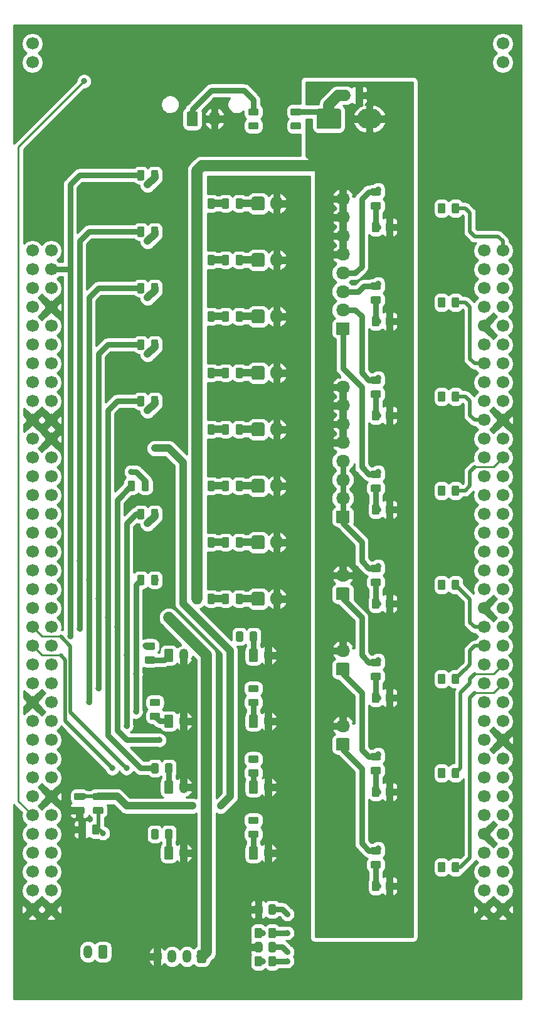
<source format=gbr>
G04 #@! TF.GenerationSoftware,KiCad,Pcbnew,(5.1.5)-3*
G04 #@! TF.CreationDate,2020-02-02T10:17:26+01:00*
G04 #@! TF.ProjectId,shield,73686965-6c64-42e6-9b69-6361645f7063,rev?*
G04 #@! TF.SameCoordinates,Original*
G04 #@! TF.FileFunction,Copper,L2,Bot*
G04 #@! TF.FilePolarity,Positive*
%FSLAX46Y46*%
G04 Gerber Fmt 4.6, Leading zero omitted, Abs format (unit mm)*
G04 Created by KiCad (PCBNEW (5.1.5)-3) date 2020-02-02 10:17:26*
%MOMM*%
%LPD*%
G04 APERTURE LIST*
%ADD10C,1.700000*%
%ADD11C,0.100000*%
%ADD12O,1.850000X1.700000*%
%ADD13O,1.200000X1.750000*%
%ADD14O,1.200000X1.800000*%
%ADD15O,1.700000X1.850000*%
%ADD16O,1.500000X2.020000*%
%ADD17O,3.300000X2.700000*%
%ADD18C,0.800000*%
%ADD19C,1.500000*%
%ADD20C,0.750000*%
%ADD21C,1.000000*%
%ADD22C,0.500000*%
%ADD23C,0.250000*%
%ADD24C,0.254000*%
G04 APERTURE END LIST*
D10*
X106680000Y-45720000D03*
X106680000Y-43180000D03*
X43180000Y-45720000D03*
X43180000Y-43180000D03*
X106680000Y-160020000D03*
X104140000Y-160020000D03*
X106680000Y-157480000D03*
X104140000Y-157480000D03*
X106680000Y-154940000D03*
X104140000Y-154940000D03*
X106680000Y-152400000D03*
X104140000Y-152400000D03*
X106680000Y-149860000D03*
X104140000Y-149860000D03*
X106680000Y-147320000D03*
X104140000Y-147320000D03*
X106680000Y-144780000D03*
X104140000Y-144780000D03*
X106680000Y-142240000D03*
X104140000Y-142240000D03*
X106680000Y-139700000D03*
X104140000Y-139700000D03*
X106680000Y-137160000D03*
X104140000Y-137160000D03*
X106680000Y-134620000D03*
X104140000Y-134620000D03*
X106680000Y-132080000D03*
X104140000Y-132080000D03*
X106680000Y-129540000D03*
X104140000Y-129540000D03*
X106680000Y-127000000D03*
X104140000Y-127000000D03*
X106680000Y-124460000D03*
X104140000Y-124460000D03*
X106680000Y-121920000D03*
X104140000Y-121920000D03*
X106680000Y-119380000D03*
X104140000Y-119380000D03*
X106680000Y-116840000D03*
X104140000Y-116840000D03*
X106680000Y-114300000D03*
X104140000Y-114300000D03*
X106680000Y-111760000D03*
X104140000Y-111760000D03*
X106680000Y-109220000D03*
X104140000Y-109220000D03*
X106680000Y-106680000D03*
X104140000Y-106680000D03*
X106680000Y-104140000D03*
X104140000Y-104140000D03*
X106680000Y-101600000D03*
X104140000Y-101600000D03*
X106680000Y-99060000D03*
X104140000Y-99060000D03*
X106680000Y-96520000D03*
X104140000Y-96520000D03*
X106680000Y-93980000D03*
X104140000Y-93980000D03*
X106680000Y-91440000D03*
X104140000Y-91440000D03*
X106680000Y-88900000D03*
X104140000Y-88900000D03*
X106680000Y-86360000D03*
X104140000Y-86360000D03*
X106680000Y-83820000D03*
X104140000Y-83820000D03*
X106680000Y-81280000D03*
X104140000Y-81280000D03*
X106680000Y-78740000D03*
X104140000Y-78740000D03*
X106680000Y-76200000D03*
X104140000Y-76200000D03*
X106680000Y-73660000D03*
X104140000Y-73660000D03*
X106680000Y-71120000D03*
X104140000Y-71120000D03*
X45720000Y-160020000D03*
X43180000Y-160020000D03*
X45720000Y-157480000D03*
X43180000Y-157480000D03*
X45720000Y-154940000D03*
X43180000Y-154940000D03*
X45720000Y-152400000D03*
X43180000Y-152400000D03*
X45720000Y-149860000D03*
X43180000Y-149860000D03*
X45720000Y-147320000D03*
X43180000Y-147320000D03*
X45720000Y-144780000D03*
X43180000Y-144780000D03*
X45720000Y-142240000D03*
X43180000Y-142240000D03*
X45720000Y-139700000D03*
X43180000Y-139700000D03*
X45720000Y-137160000D03*
X43180000Y-137160000D03*
X45720000Y-134620000D03*
X43180000Y-134620000D03*
X45720000Y-132080000D03*
X43180000Y-132080000D03*
X45720000Y-129540000D03*
X43180000Y-129540000D03*
X45720000Y-127000000D03*
X43180000Y-127000000D03*
X45720000Y-124460000D03*
X43180000Y-124460000D03*
X45720000Y-121920000D03*
X43180000Y-121920000D03*
X45720000Y-119380000D03*
X43180000Y-119380000D03*
X45720000Y-116840000D03*
X43180000Y-116840000D03*
X45720000Y-114300000D03*
X43180000Y-114300000D03*
X45720000Y-111760000D03*
X43180000Y-111760000D03*
X45720000Y-109220000D03*
X43180000Y-109220000D03*
X45720000Y-106680000D03*
X43180000Y-106680000D03*
X45720000Y-104140000D03*
X43180000Y-104140000D03*
X45720000Y-101600000D03*
X43180000Y-101600000D03*
X45720000Y-99060000D03*
X43180000Y-99060000D03*
X45720000Y-96520000D03*
X43180000Y-96520000D03*
X45720000Y-93980000D03*
X43180000Y-93980000D03*
X45720000Y-91440000D03*
X43180000Y-91440000D03*
X45720000Y-88900000D03*
X43180000Y-88900000D03*
X45720000Y-86360000D03*
X43180000Y-86360000D03*
X45720000Y-83820000D03*
X43180000Y-83820000D03*
X45720000Y-81280000D03*
X43180000Y-81280000D03*
X45720000Y-78740000D03*
X43180000Y-78740000D03*
X45720000Y-76200000D03*
X43180000Y-76200000D03*
X45720000Y-73660000D03*
X43180000Y-73660000D03*
X45720000Y-71120000D03*
X43180000Y-71120000D03*
G04 #@! TA.AperFunction,ComponentPad*
D11*
G36*
X85789504Y-80786204D02*
G01*
X85813773Y-80789804D01*
X85837571Y-80795765D01*
X85860671Y-80804030D01*
X85882849Y-80814520D01*
X85903893Y-80827133D01*
X85923598Y-80841747D01*
X85941777Y-80858223D01*
X85958253Y-80876402D01*
X85972867Y-80896107D01*
X85985480Y-80917151D01*
X85995970Y-80939329D01*
X86004235Y-80962429D01*
X86010196Y-80986227D01*
X86013796Y-81010496D01*
X86015000Y-81035000D01*
X86015000Y-82235000D01*
X86013796Y-82259504D01*
X86010196Y-82283773D01*
X86004235Y-82307571D01*
X85995970Y-82330671D01*
X85985480Y-82352849D01*
X85972867Y-82373893D01*
X85958253Y-82393598D01*
X85941777Y-82411777D01*
X85923598Y-82428253D01*
X85903893Y-82442867D01*
X85882849Y-82455480D01*
X85860671Y-82465970D01*
X85837571Y-82474235D01*
X85813773Y-82480196D01*
X85789504Y-82483796D01*
X85765000Y-82485000D01*
X84415000Y-82485000D01*
X84390496Y-82483796D01*
X84366227Y-82480196D01*
X84342429Y-82474235D01*
X84319329Y-82465970D01*
X84297151Y-82455480D01*
X84276107Y-82442867D01*
X84256402Y-82428253D01*
X84238223Y-82411777D01*
X84221747Y-82393598D01*
X84207133Y-82373893D01*
X84194520Y-82352849D01*
X84184030Y-82330671D01*
X84175765Y-82307571D01*
X84169804Y-82283773D01*
X84166204Y-82259504D01*
X84165000Y-82235000D01*
X84165000Y-81035000D01*
X84166204Y-81010496D01*
X84169804Y-80986227D01*
X84175765Y-80962429D01*
X84184030Y-80939329D01*
X84194520Y-80917151D01*
X84207133Y-80896107D01*
X84221747Y-80876402D01*
X84238223Y-80858223D01*
X84256402Y-80841747D01*
X84276107Y-80827133D01*
X84297151Y-80814520D01*
X84319329Y-80804030D01*
X84342429Y-80795765D01*
X84366227Y-80789804D01*
X84390496Y-80786204D01*
X84415000Y-80785000D01*
X85765000Y-80785000D01*
X85789504Y-80786204D01*
G37*
G04 #@! TD.AperFunction*
D12*
X85090000Y-79135000D03*
X85090000Y-76635000D03*
X85090000Y-74135000D03*
X85090000Y-71635000D03*
X85090000Y-69135000D03*
X85090000Y-66635000D03*
X85090000Y-64135000D03*
D13*
X60040000Y-166370000D03*
X62040000Y-166370000D03*
X64040000Y-166370000D03*
G04 #@! TA.AperFunction,ComponentPad*
D11*
G36*
X66414505Y-165496204D02*
G01*
X66438773Y-165499804D01*
X66462572Y-165505765D01*
X66485671Y-165514030D01*
X66507850Y-165524520D01*
X66528893Y-165537132D01*
X66548599Y-165551747D01*
X66566777Y-165568223D01*
X66583253Y-165586401D01*
X66597868Y-165606107D01*
X66610480Y-165627150D01*
X66620970Y-165649329D01*
X66629235Y-165672428D01*
X66635196Y-165696227D01*
X66638796Y-165720495D01*
X66640000Y-165744999D01*
X66640000Y-166995001D01*
X66638796Y-167019505D01*
X66635196Y-167043773D01*
X66629235Y-167067572D01*
X66620970Y-167090671D01*
X66610480Y-167112850D01*
X66597868Y-167133893D01*
X66583253Y-167153599D01*
X66566777Y-167171777D01*
X66548599Y-167188253D01*
X66528893Y-167202868D01*
X66507850Y-167215480D01*
X66485671Y-167225970D01*
X66462572Y-167234235D01*
X66438773Y-167240196D01*
X66414505Y-167243796D01*
X66390001Y-167245000D01*
X65689999Y-167245000D01*
X65665495Y-167243796D01*
X65641227Y-167240196D01*
X65617428Y-167234235D01*
X65594329Y-167225970D01*
X65572150Y-167215480D01*
X65551107Y-167202868D01*
X65531401Y-167188253D01*
X65513223Y-167171777D01*
X65496747Y-167153599D01*
X65482132Y-167133893D01*
X65469520Y-167112850D01*
X65459030Y-167090671D01*
X65450765Y-167067572D01*
X65444804Y-167043773D01*
X65441204Y-167019505D01*
X65440000Y-166995001D01*
X65440000Y-165744999D01*
X65441204Y-165720495D01*
X65444804Y-165696227D01*
X65450765Y-165672428D01*
X65459030Y-165649329D01*
X65469520Y-165627150D01*
X65482132Y-165606107D01*
X65496747Y-165586401D01*
X65513223Y-165568223D01*
X65531401Y-165551747D01*
X65551107Y-165537132D01*
X65572150Y-165524520D01*
X65594329Y-165514030D01*
X65617428Y-165505765D01*
X65641227Y-165499804D01*
X65665495Y-165496204D01*
X65689999Y-165495000D01*
X66390001Y-165495000D01*
X66414505Y-165496204D01*
G37*
G04 #@! TD.AperFunction*
G04 #@! TA.AperFunction,SMDPad,CuDef*
G36*
X75832642Y-159321174D02*
G01*
X75856303Y-159324684D01*
X75879507Y-159330496D01*
X75902029Y-159338554D01*
X75923653Y-159348782D01*
X75944170Y-159361079D01*
X75963383Y-159375329D01*
X75981107Y-159391393D01*
X75997171Y-159409117D01*
X76011421Y-159428330D01*
X76023718Y-159448847D01*
X76033946Y-159470471D01*
X76042004Y-159492993D01*
X76047816Y-159516197D01*
X76051326Y-159539858D01*
X76052500Y-159563750D01*
X76052500Y-160476250D01*
X76051326Y-160500142D01*
X76047816Y-160523803D01*
X76042004Y-160547007D01*
X76033946Y-160569529D01*
X76023718Y-160591153D01*
X76011421Y-160611670D01*
X75997171Y-160630883D01*
X75981107Y-160648607D01*
X75963383Y-160664671D01*
X75944170Y-160678921D01*
X75923653Y-160691218D01*
X75902029Y-160701446D01*
X75879507Y-160709504D01*
X75856303Y-160715316D01*
X75832642Y-160718826D01*
X75808750Y-160720000D01*
X75321250Y-160720000D01*
X75297358Y-160718826D01*
X75273697Y-160715316D01*
X75250493Y-160709504D01*
X75227971Y-160701446D01*
X75206347Y-160691218D01*
X75185830Y-160678921D01*
X75166617Y-160664671D01*
X75148893Y-160648607D01*
X75132829Y-160630883D01*
X75118579Y-160611670D01*
X75106282Y-160591153D01*
X75096054Y-160569529D01*
X75087996Y-160547007D01*
X75082184Y-160523803D01*
X75078674Y-160500142D01*
X75077500Y-160476250D01*
X75077500Y-159563750D01*
X75078674Y-159539858D01*
X75082184Y-159516197D01*
X75087996Y-159492993D01*
X75096054Y-159470471D01*
X75106282Y-159448847D01*
X75118579Y-159428330D01*
X75132829Y-159409117D01*
X75148893Y-159391393D01*
X75166617Y-159375329D01*
X75185830Y-159361079D01*
X75206347Y-159348782D01*
X75227971Y-159338554D01*
X75250493Y-159330496D01*
X75273697Y-159324684D01*
X75297358Y-159321174D01*
X75321250Y-159320000D01*
X75808750Y-159320000D01*
X75832642Y-159321174D01*
G37*
G04 #@! TD.AperFunction*
G04 #@! TA.AperFunction,SMDPad,CuDef*
G36*
X73957642Y-159321174D02*
G01*
X73981303Y-159324684D01*
X74004507Y-159330496D01*
X74027029Y-159338554D01*
X74048653Y-159348782D01*
X74069170Y-159361079D01*
X74088383Y-159375329D01*
X74106107Y-159391393D01*
X74122171Y-159409117D01*
X74136421Y-159428330D01*
X74148718Y-159448847D01*
X74158946Y-159470471D01*
X74167004Y-159492993D01*
X74172816Y-159516197D01*
X74176326Y-159539858D01*
X74177500Y-159563750D01*
X74177500Y-160476250D01*
X74176326Y-160500142D01*
X74172816Y-160523803D01*
X74167004Y-160547007D01*
X74158946Y-160569529D01*
X74148718Y-160591153D01*
X74136421Y-160611670D01*
X74122171Y-160630883D01*
X74106107Y-160648607D01*
X74088383Y-160664671D01*
X74069170Y-160678921D01*
X74048653Y-160691218D01*
X74027029Y-160701446D01*
X74004507Y-160709504D01*
X73981303Y-160715316D01*
X73957642Y-160718826D01*
X73933750Y-160720000D01*
X73446250Y-160720000D01*
X73422358Y-160718826D01*
X73398697Y-160715316D01*
X73375493Y-160709504D01*
X73352971Y-160701446D01*
X73331347Y-160691218D01*
X73310830Y-160678921D01*
X73291617Y-160664671D01*
X73273893Y-160648607D01*
X73257829Y-160630883D01*
X73243579Y-160611670D01*
X73231282Y-160591153D01*
X73221054Y-160569529D01*
X73212996Y-160547007D01*
X73207184Y-160523803D01*
X73203674Y-160500142D01*
X73202500Y-160476250D01*
X73202500Y-159563750D01*
X73203674Y-159539858D01*
X73207184Y-159516197D01*
X73212996Y-159492993D01*
X73221054Y-159470471D01*
X73231282Y-159448847D01*
X73243579Y-159428330D01*
X73257829Y-159409117D01*
X73273893Y-159391393D01*
X73291617Y-159375329D01*
X73310830Y-159361079D01*
X73331347Y-159348782D01*
X73352971Y-159338554D01*
X73375493Y-159330496D01*
X73398697Y-159324684D01*
X73422358Y-159321174D01*
X73446250Y-159320000D01*
X73933750Y-159320000D01*
X73957642Y-159321174D01*
G37*
G04 #@! TD.AperFunction*
G04 #@! TA.AperFunction,SMDPad,CuDef*
G36*
X75832642Y-164401174D02*
G01*
X75856303Y-164404684D01*
X75879507Y-164410496D01*
X75902029Y-164418554D01*
X75923653Y-164428782D01*
X75944170Y-164441079D01*
X75963383Y-164455329D01*
X75981107Y-164471393D01*
X75997171Y-164489117D01*
X76011421Y-164508330D01*
X76023718Y-164528847D01*
X76033946Y-164550471D01*
X76042004Y-164572993D01*
X76047816Y-164596197D01*
X76051326Y-164619858D01*
X76052500Y-164643750D01*
X76052500Y-165556250D01*
X76051326Y-165580142D01*
X76047816Y-165603803D01*
X76042004Y-165627007D01*
X76033946Y-165649529D01*
X76023718Y-165671153D01*
X76011421Y-165691670D01*
X75997171Y-165710883D01*
X75981107Y-165728607D01*
X75963383Y-165744671D01*
X75944170Y-165758921D01*
X75923653Y-165771218D01*
X75902029Y-165781446D01*
X75879507Y-165789504D01*
X75856303Y-165795316D01*
X75832642Y-165798826D01*
X75808750Y-165800000D01*
X75321250Y-165800000D01*
X75297358Y-165798826D01*
X75273697Y-165795316D01*
X75250493Y-165789504D01*
X75227971Y-165781446D01*
X75206347Y-165771218D01*
X75185830Y-165758921D01*
X75166617Y-165744671D01*
X75148893Y-165728607D01*
X75132829Y-165710883D01*
X75118579Y-165691670D01*
X75106282Y-165671153D01*
X75096054Y-165649529D01*
X75087996Y-165627007D01*
X75082184Y-165603803D01*
X75078674Y-165580142D01*
X75077500Y-165556250D01*
X75077500Y-164643750D01*
X75078674Y-164619858D01*
X75082184Y-164596197D01*
X75087996Y-164572993D01*
X75096054Y-164550471D01*
X75106282Y-164528847D01*
X75118579Y-164508330D01*
X75132829Y-164489117D01*
X75148893Y-164471393D01*
X75166617Y-164455329D01*
X75185830Y-164441079D01*
X75206347Y-164428782D01*
X75227971Y-164418554D01*
X75250493Y-164410496D01*
X75273697Y-164404684D01*
X75297358Y-164401174D01*
X75321250Y-164400000D01*
X75808750Y-164400000D01*
X75832642Y-164401174D01*
G37*
G04 #@! TD.AperFunction*
G04 #@! TA.AperFunction,SMDPad,CuDef*
G36*
X73957642Y-164401174D02*
G01*
X73981303Y-164404684D01*
X74004507Y-164410496D01*
X74027029Y-164418554D01*
X74048653Y-164428782D01*
X74069170Y-164441079D01*
X74088383Y-164455329D01*
X74106107Y-164471393D01*
X74122171Y-164489117D01*
X74136421Y-164508330D01*
X74148718Y-164528847D01*
X74158946Y-164550471D01*
X74167004Y-164572993D01*
X74172816Y-164596197D01*
X74176326Y-164619858D01*
X74177500Y-164643750D01*
X74177500Y-165556250D01*
X74176326Y-165580142D01*
X74172816Y-165603803D01*
X74167004Y-165627007D01*
X74158946Y-165649529D01*
X74148718Y-165671153D01*
X74136421Y-165691670D01*
X74122171Y-165710883D01*
X74106107Y-165728607D01*
X74088383Y-165744671D01*
X74069170Y-165758921D01*
X74048653Y-165771218D01*
X74027029Y-165781446D01*
X74004507Y-165789504D01*
X73981303Y-165795316D01*
X73957642Y-165798826D01*
X73933750Y-165800000D01*
X73446250Y-165800000D01*
X73422358Y-165798826D01*
X73398697Y-165795316D01*
X73375493Y-165789504D01*
X73352971Y-165781446D01*
X73331347Y-165771218D01*
X73310830Y-165758921D01*
X73291617Y-165744671D01*
X73273893Y-165728607D01*
X73257829Y-165710883D01*
X73243579Y-165691670D01*
X73231282Y-165671153D01*
X73221054Y-165649529D01*
X73212996Y-165627007D01*
X73207184Y-165603803D01*
X73203674Y-165580142D01*
X73202500Y-165556250D01*
X73202500Y-164643750D01*
X73203674Y-164619858D01*
X73207184Y-164596197D01*
X73212996Y-164572993D01*
X73221054Y-164550471D01*
X73231282Y-164528847D01*
X73243579Y-164508330D01*
X73257829Y-164489117D01*
X73273893Y-164471393D01*
X73291617Y-164455329D01*
X73310830Y-164441079D01*
X73331347Y-164428782D01*
X73352971Y-164418554D01*
X73375493Y-164410496D01*
X73398697Y-164404684D01*
X73422358Y-164401174D01*
X73446250Y-164400000D01*
X73933750Y-164400000D01*
X73957642Y-164401174D01*
G37*
G04 #@! TD.AperFunction*
G04 #@! TA.AperFunction,SMDPad,CuDef*
G36*
X73957642Y-162496174D02*
G01*
X73981303Y-162499684D01*
X74004507Y-162505496D01*
X74027029Y-162513554D01*
X74048653Y-162523782D01*
X74069170Y-162536079D01*
X74088383Y-162550329D01*
X74106107Y-162566393D01*
X74122171Y-162584117D01*
X74136421Y-162603330D01*
X74148718Y-162623847D01*
X74158946Y-162645471D01*
X74167004Y-162667993D01*
X74172816Y-162691197D01*
X74176326Y-162714858D01*
X74177500Y-162738750D01*
X74177500Y-163651250D01*
X74176326Y-163675142D01*
X74172816Y-163698803D01*
X74167004Y-163722007D01*
X74158946Y-163744529D01*
X74148718Y-163766153D01*
X74136421Y-163786670D01*
X74122171Y-163805883D01*
X74106107Y-163823607D01*
X74088383Y-163839671D01*
X74069170Y-163853921D01*
X74048653Y-163866218D01*
X74027029Y-163876446D01*
X74004507Y-163884504D01*
X73981303Y-163890316D01*
X73957642Y-163893826D01*
X73933750Y-163895000D01*
X73446250Y-163895000D01*
X73422358Y-163893826D01*
X73398697Y-163890316D01*
X73375493Y-163884504D01*
X73352971Y-163876446D01*
X73331347Y-163866218D01*
X73310830Y-163853921D01*
X73291617Y-163839671D01*
X73273893Y-163823607D01*
X73257829Y-163805883D01*
X73243579Y-163786670D01*
X73231282Y-163766153D01*
X73221054Y-163744529D01*
X73212996Y-163722007D01*
X73207184Y-163698803D01*
X73203674Y-163675142D01*
X73202500Y-163651250D01*
X73202500Y-162738750D01*
X73203674Y-162714858D01*
X73207184Y-162691197D01*
X73212996Y-162667993D01*
X73221054Y-162645471D01*
X73231282Y-162623847D01*
X73243579Y-162603330D01*
X73257829Y-162584117D01*
X73273893Y-162566393D01*
X73291617Y-162550329D01*
X73310830Y-162536079D01*
X73331347Y-162523782D01*
X73352971Y-162513554D01*
X73375493Y-162505496D01*
X73398697Y-162499684D01*
X73422358Y-162496174D01*
X73446250Y-162495000D01*
X73933750Y-162495000D01*
X73957642Y-162496174D01*
G37*
G04 #@! TD.AperFunction*
G04 #@! TA.AperFunction,SMDPad,CuDef*
G36*
X75832642Y-162496174D02*
G01*
X75856303Y-162499684D01*
X75879507Y-162505496D01*
X75902029Y-162513554D01*
X75923653Y-162523782D01*
X75944170Y-162536079D01*
X75963383Y-162550329D01*
X75981107Y-162566393D01*
X75997171Y-162584117D01*
X76011421Y-162603330D01*
X76023718Y-162623847D01*
X76033946Y-162645471D01*
X76042004Y-162667993D01*
X76047816Y-162691197D01*
X76051326Y-162714858D01*
X76052500Y-162738750D01*
X76052500Y-163651250D01*
X76051326Y-163675142D01*
X76047816Y-163698803D01*
X76042004Y-163722007D01*
X76033946Y-163744529D01*
X76023718Y-163766153D01*
X76011421Y-163786670D01*
X75997171Y-163805883D01*
X75981107Y-163823607D01*
X75963383Y-163839671D01*
X75944170Y-163853921D01*
X75923653Y-163866218D01*
X75902029Y-163876446D01*
X75879507Y-163884504D01*
X75856303Y-163890316D01*
X75832642Y-163893826D01*
X75808750Y-163895000D01*
X75321250Y-163895000D01*
X75297358Y-163893826D01*
X75273697Y-163890316D01*
X75250493Y-163884504D01*
X75227971Y-163876446D01*
X75206347Y-163866218D01*
X75185830Y-163853921D01*
X75166617Y-163839671D01*
X75148893Y-163823607D01*
X75132829Y-163805883D01*
X75118579Y-163786670D01*
X75106282Y-163766153D01*
X75096054Y-163744529D01*
X75087996Y-163722007D01*
X75082184Y-163698803D01*
X75078674Y-163675142D01*
X75077500Y-163651250D01*
X75077500Y-162738750D01*
X75078674Y-162714858D01*
X75082184Y-162691197D01*
X75087996Y-162667993D01*
X75096054Y-162645471D01*
X75106282Y-162623847D01*
X75118579Y-162603330D01*
X75132829Y-162584117D01*
X75148893Y-162566393D01*
X75166617Y-162550329D01*
X75185830Y-162536079D01*
X75206347Y-162523782D01*
X75227971Y-162513554D01*
X75250493Y-162505496D01*
X75273697Y-162499684D01*
X75297358Y-162496174D01*
X75321250Y-162495000D01*
X75808750Y-162495000D01*
X75832642Y-162496174D01*
G37*
G04 #@! TD.AperFunction*
G04 #@! TA.AperFunction,SMDPad,CuDef*
G36*
X73957642Y-166306174D02*
G01*
X73981303Y-166309684D01*
X74004507Y-166315496D01*
X74027029Y-166323554D01*
X74048653Y-166333782D01*
X74069170Y-166346079D01*
X74088383Y-166360329D01*
X74106107Y-166376393D01*
X74122171Y-166394117D01*
X74136421Y-166413330D01*
X74148718Y-166433847D01*
X74158946Y-166455471D01*
X74167004Y-166477993D01*
X74172816Y-166501197D01*
X74176326Y-166524858D01*
X74177500Y-166548750D01*
X74177500Y-167461250D01*
X74176326Y-167485142D01*
X74172816Y-167508803D01*
X74167004Y-167532007D01*
X74158946Y-167554529D01*
X74148718Y-167576153D01*
X74136421Y-167596670D01*
X74122171Y-167615883D01*
X74106107Y-167633607D01*
X74088383Y-167649671D01*
X74069170Y-167663921D01*
X74048653Y-167676218D01*
X74027029Y-167686446D01*
X74004507Y-167694504D01*
X73981303Y-167700316D01*
X73957642Y-167703826D01*
X73933750Y-167705000D01*
X73446250Y-167705000D01*
X73422358Y-167703826D01*
X73398697Y-167700316D01*
X73375493Y-167694504D01*
X73352971Y-167686446D01*
X73331347Y-167676218D01*
X73310830Y-167663921D01*
X73291617Y-167649671D01*
X73273893Y-167633607D01*
X73257829Y-167615883D01*
X73243579Y-167596670D01*
X73231282Y-167576153D01*
X73221054Y-167554529D01*
X73212996Y-167532007D01*
X73207184Y-167508803D01*
X73203674Y-167485142D01*
X73202500Y-167461250D01*
X73202500Y-166548750D01*
X73203674Y-166524858D01*
X73207184Y-166501197D01*
X73212996Y-166477993D01*
X73221054Y-166455471D01*
X73231282Y-166433847D01*
X73243579Y-166413330D01*
X73257829Y-166394117D01*
X73273893Y-166376393D01*
X73291617Y-166360329D01*
X73310830Y-166346079D01*
X73331347Y-166333782D01*
X73352971Y-166323554D01*
X73375493Y-166315496D01*
X73398697Y-166309684D01*
X73422358Y-166306174D01*
X73446250Y-166305000D01*
X73933750Y-166305000D01*
X73957642Y-166306174D01*
G37*
G04 #@! TD.AperFunction*
G04 #@! TA.AperFunction,SMDPad,CuDef*
G36*
X75832642Y-166306174D02*
G01*
X75856303Y-166309684D01*
X75879507Y-166315496D01*
X75902029Y-166323554D01*
X75923653Y-166333782D01*
X75944170Y-166346079D01*
X75963383Y-166360329D01*
X75981107Y-166376393D01*
X75997171Y-166394117D01*
X76011421Y-166413330D01*
X76023718Y-166433847D01*
X76033946Y-166455471D01*
X76042004Y-166477993D01*
X76047816Y-166501197D01*
X76051326Y-166524858D01*
X76052500Y-166548750D01*
X76052500Y-167461250D01*
X76051326Y-167485142D01*
X76047816Y-167508803D01*
X76042004Y-167532007D01*
X76033946Y-167554529D01*
X76023718Y-167576153D01*
X76011421Y-167596670D01*
X75997171Y-167615883D01*
X75981107Y-167633607D01*
X75963383Y-167649671D01*
X75944170Y-167663921D01*
X75923653Y-167676218D01*
X75902029Y-167686446D01*
X75879507Y-167694504D01*
X75856303Y-167700316D01*
X75832642Y-167703826D01*
X75808750Y-167705000D01*
X75321250Y-167705000D01*
X75297358Y-167703826D01*
X75273697Y-167700316D01*
X75250493Y-167694504D01*
X75227971Y-167686446D01*
X75206347Y-167676218D01*
X75185830Y-167663921D01*
X75166617Y-167649671D01*
X75148893Y-167633607D01*
X75132829Y-167615883D01*
X75118579Y-167596670D01*
X75106282Y-167576153D01*
X75096054Y-167554529D01*
X75087996Y-167532007D01*
X75082184Y-167508803D01*
X75078674Y-167485142D01*
X75077500Y-167461250D01*
X75077500Y-166548750D01*
X75078674Y-166524858D01*
X75082184Y-166501197D01*
X75087996Y-166477993D01*
X75096054Y-166455471D01*
X75106282Y-166433847D01*
X75118579Y-166413330D01*
X75132829Y-166394117D01*
X75148893Y-166376393D01*
X75166617Y-166360329D01*
X75185830Y-166346079D01*
X75206347Y-166333782D01*
X75227971Y-166323554D01*
X75250493Y-166315496D01*
X75273697Y-166309684D01*
X75297358Y-166306174D01*
X75321250Y-166305000D01*
X75808750Y-166305000D01*
X75832642Y-166306174D01*
G37*
G04 #@! TD.AperFunction*
G04 #@! TA.AperFunction,SMDPad,CuDef*
G36*
X50010142Y-146168674D02*
G01*
X50033803Y-146172184D01*
X50057007Y-146177996D01*
X50079529Y-146186054D01*
X50101153Y-146196282D01*
X50121670Y-146208579D01*
X50140883Y-146222829D01*
X50158607Y-146238893D01*
X50174671Y-146256617D01*
X50188921Y-146275830D01*
X50201218Y-146296347D01*
X50211446Y-146317971D01*
X50219504Y-146340493D01*
X50225316Y-146363697D01*
X50228826Y-146387358D01*
X50230000Y-146411250D01*
X50230000Y-146898750D01*
X50228826Y-146922642D01*
X50225316Y-146946303D01*
X50219504Y-146969507D01*
X50211446Y-146992029D01*
X50201218Y-147013653D01*
X50188921Y-147034170D01*
X50174671Y-147053383D01*
X50158607Y-147071107D01*
X50140883Y-147087171D01*
X50121670Y-147101421D01*
X50101153Y-147113718D01*
X50079529Y-147123946D01*
X50057007Y-147132004D01*
X50033803Y-147137816D01*
X50010142Y-147141326D01*
X49986250Y-147142500D01*
X49073750Y-147142500D01*
X49049858Y-147141326D01*
X49026197Y-147137816D01*
X49002993Y-147132004D01*
X48980471Y-147123946D01*
X48958847Y-147113718D01*
X48938330Y-147101421D01*
X48919117Y-147087171D01*
X48901393Y-147071107D01*
X48885329Y-147053383D01*
X48871079Y-147034170D01*
X48858782Y-147013653D01*
X48848554Y-146992029D01*
X48840496Y-146969507D01*
X48834684Y-146946303D01*
X48831174Y-146922642D01*
X48830000Y-146898750D01*
X48830000Y-146411250D01*
X48831174Y-146387358D01*
X48834684Y-146363697D01*
X48840496Y-146340493D01*
X48848554Y-146317971D01*
X48858782Y-146296347D01*
X48871079Y-146275830D01*
X48885329Y-146256617D01*
X48901393Y-146238893D01*
X48919117Y-146222829D01*
X48938330Y-146208579D01*
X48958847Y-146196282D01*
X48980471Y-146186054D01*
X49002993Y-146177996D01*
X49026197Y-146172184D01*
X49049858Y-146168674D01*
X49073750Y-146167500D01*
X49986250Y-146167500D01*
X50010142Y-146168674D01*
G37*
G04 #@! TD.AperFunction*
G04 #@! TA.AperFunction,SMDPad,CuDef*
G36*
X50010142Y-144293674D02*
G01*
X50033803Y-144297184D01*
X50057007Y-144302996D01*
X50079529Y-144311054D01*
X50101153Y-144321282D01*
X50121670Y-144333579D01*
X50140883Y-144347829D01*
X50158607Y-144363893D01*
X50174671Y-144381617D01*
X50188921Y-144400830D01*
X50201218Y-144421347D01*
X50211446Y-144442971D01*
X50219504Y-144465493D01*
X50225316Y-144488697D01*
X50228826Y-144512358D01*
X50230000Y-144536250D01*
X50230000Y-145023750D01*
X50228826Y-145047642D01*
X50225316Y-145071303D01*
X50219504Y-145094507D01*
X50211446Y-145117029D01*
X50201218Y-145138653D01*
X50188921Y-145159170D01*
X50174671Y-145178383D01*
X50158607Y-145196107D01*
X50140883Y-145212171D01*
X50121670Y-145226421D01*
X50101153Y-145238718D01*
X50079529Y-145248946D01*
X50057007Y-145257004D01*
X50033803Y-145262816D01*
X50010142Y-145266326D01*
X49986250Y-145267500D01*
X49073750Y-145267500D01*
X49049858Y-145266326D01*
X49026197Y-145262816D01*
X49002993Y-145257004D01*
X48980471Y-145248946D01*
X48958847Y-145238718D01*
X48938330Y-145226421D01*
X48919117Y-145212171D01*
X48901393Y-145196107D01*
X48885329Y-145178383D01*
X48871079Y-145159170D01*
X48858782Y-145138653D01*
X48848554Y-145117029D01*
X48840496Y-145094507D01*
X48834684Y-145071303D01*
X48831174Y-145047642D01*
X48830000Y-145023750D01*
X48830000Y-144536250D01*
X48831174Y-144512358D01*
X48834684Y-144488697D01*
X48840496Y-144465493D01*
X48848554Y-144442971D01*
X48858782Y-144421347D01*
X48871079Y-144400830D01*
X48885329Y-144381617D01*
X48901393Y-144363893D01*
X48919117Y-144347829D01*
X48938330Y-144333579D01*
X48958847Y-144321282D01*
X48980471Y-144311054D01*
X49002993Y-144302996D01*
X49026197Y-144297184D01*
X49049858Y-144293674D01*
X49073750Y-144292500D01*
X49986250Y-144292500D01*
X50010142Y-144293674D01*
G37*
G04 #@! TD.AperFunction*
G04 #@! TA.AperFunction,SMDPad,CuDef*
G36*
X52005142Y-148526174D02*
G01*
X52028803Y-148529684D01*
X52052007Y-148535496D01*
X52074529Y-148543554D01*
X52096153Y-148553782D01*
X52116670Y-148566079D01*
X52135883Y-148580329D01*
X52153607Y-148596393D01*
X52169671Y-148614117D01*
X52183921Y-148633330D01*
X52196218Y-148653847D01*
X52206446Y-148675471D01*
X52214504Y-148697993D01*
X52220316Y-148721197D01*
X52223826Y-148744858D01*
X52225000Y-148768750D01*
X52225000Y-149681250D01*
X52223826Y-149705142D01*
X52220316Y-149728803D01*
X52214504Y-149752007D01*
X52206446Y-149774529D01*
X52196218Y-149796153D01*
X52183921Y-149816670D01*
X52169671Y-149835883D01*
X52153607Y-149853607D01*
X52135883Y-149869671D01*
X52116670Y-149883921D01*
X52096153Y-149896218D01*
X52074529Y-149906446D01*
X52052007Y-149914504D01*
X52028803Y-149920316D01*
X52005142Y-149923826D01*
X51981250Y-149925000D01*
X51493750Y-149925000D01*
X51469858Y-149923826D01*
X51446197Y-149920316D01*
X51422993Y-149914504D01*
X51400471Y-149906446D01*
X51378847Y-149896218D01*
X51358330Y-149883921D01*
X51339117Y-149869671D01*
X51321393Y-149853607D01*
X51305329Y-149835883D01*
X51291079Y-149816670D01*
X51278782Y-149796153D01*
X51268554Y-149774529D01*
X51260496Y-149752007D01*
X51254684Y-149728803D01*
X51251174Y-149705142D01*
X51250000Y-149681250D01*
X51250000Y-148768750D01*
X51251174Y-148744858D01*
X51254684Y-148721197D01*
X51260496Y-148697993D01*
X51268554Y-148675471D01*
X51278782Y-148653847D01*
X51291079Y-148633330D01*
X51305329Y-148614117D01*
X51321393Y-148596393D01*
X51339117Y-148580329D01*
X51358330Y-148566079D01*
X51378847Y-148553782D01*
X51400471Y-148543554D01*
X51422993Y-148535496D01*
X51446197Y-148529684D01*
X51469858Y-148526174D01*
X51493750Y-148525000D01*
X51981250Y-148525000D01*
X52005142Y-148526174D01*
G37*
G04 #@! TD.AperFunction*
G04 #@! TA.AperFunction,SMDPad,CuDef*
G36*
X50130142Y-148526174D02*
G01*
X50153803Y-148529684D01*
X50177007Y-148535496D01*
X50199529Y-148543554D01*
X50221153Y-148553782D01*
X50241670Y-148566079D01*
X50260883Y-148580329D01*
X50278607Y-148596393D01*
X50294671Y-148614117D01*
X50308921Y-148633330D01*
X50321218Y-148653847D01*
X50331446Y-148675471D01*
X50339504Y-148697993D01*
X50345316Y-148721197D01*
X50348826Y-148744858D01*
X50350000Y-148768750D01*
X50350000Y-149681250D01*
X50348826Y-149705142D01*
X50345316Y-149728803D01*
X50339504Y-149752007D01*
X50331446Y-149774529D01*
X50321218Y-149796153D01*
X50308921Y-149816670D01*
X50294671Y-149835883D01*
X50278607Y-149853607D01*
X50260883Y-149869671D01*
X50241670Y-149883921D01*
X50221153Y-149896218D01*
X50199529Y-149906446D01*
X50177007Y-149914504D01*
X50153803Y-149920316D01*
X50130142Y-149923826D01*
X50106250Y-149925000D01*
X49618750Y-149925000D01*
X49594858Y-149923826D01*
X49571197Y-149920316D01*
X49547993Y-149914504D01*
X49525471Y-149906446D01*
X49503847Y-149896218D01*
X49483330Y-149883921D01*
X49464117Y-149869671D01*
X49446393Y-149853607D01*
X49430329Y-149835883D01*
X49416079Y-149816670D01*
X49403782Y-149796153D01*
X49393554Y-149774529D01*
X49385496Y-149752007D01*
X49379684Y-149728803D01*
X49376174Y-149705142D01*
X49375000Y-149681250D01*
X49375000Y-148768750D01*
X49376174Y-148744858D01*
X49379684Y-148721197D01*
X49385496Y-148697993D01*
X49393554Y-148675471D01*
X49403782Y-148653847D01*
X49416079Y-148633330D01*
X49430329Y-148614117D01*
X49446393Y-148596393D01*
X49464117Y-148580329D01*
X49483330Y-148566079D01*
X49503847Y-148553782D01*
X49525471Y-148543554D01*
X49547993Y-148535496D01*
X49571197Y-148529684D01*
X49594858Y-148526174D01*
X49618750Y-148525000D01*
X50106250Y-148525000D01*
X50130142Y-148526174D01*
G37*
G04 #@! TD.AperFunction*
G04 #@! TA.AperFunction,SMDPad,CuDef*
G36*
X52550142Y-144293674D02*
G01*
X52573803Y-144297184D01*
X52597007Y-144302996D01*
X52619529Y-144311054D01*
X52641153Y-144321282D01*
X52661670Y-144333579D01*
X52680883Y-144347829D01*
X52698607Y-144363893D01*
X52714671Y-144381617D01*
X52728921Y-144400830D01*
X52741218Y-144421347D01*
X52751446Y-144442971D01*
X52759504Y-144465493D01*
X52765316Y-144488697D01*
X52768826Y-144512358D01*
X52770000Y-144536250D01*
X52770000Y-145023750D01*
X52768826Y-145047642D01*
X52765316Y-145071303D01*
X52759504Y-145094507D01*
X52751446Y-145117029D01*
X52741218Y-145138653D01*
X52728921Y-145159170D01*
X52714671Y-145178383D01*
X52698607Y-145196107D01*
X52680883Y-145212171D01*
X52661670Y-145226421D01*
X52641153Y-145238718D01*
X52619529Y-145248946D01*
X52597007Y-145257004D01*
X52573803Y-145262816D01*
X52550142Y-145266326D01*
X52526250Y-145267500D01*
X51613750Y-145267500D01*
X51589858Y-145266326D01*
X51566197Y-145262816D01*
X51542993Y-145257004D01*
X51520471Y-145248946D01*
X51498847Y-145238718D01*
X51478330Y-145226421D01*
X51459117Y-145212171D01*
X51441393Y-145196107D01*
X51425329Y-145178383D01*
X51411079Y-145159170D01*
X51398782Y-145138653D01*
X51388554Y-145117029D01*
X51380496Y-145094507D01*
X51374684Y-145071303D01*
X51371174Y-145047642D01*
X51370000Y-145023750D01*
X51370000Y-144536250D01*
X51371174Y-144512358D01*
X51374684Y-144488697D01*
X51380496Y-144465493D01*
X51388554Y-144442971D01*
X51398782Y-144421347D01*
X51411079Y-144400830D01*
X51425329Y-144381617D01*
X51441393Y-144363893D01*
X51459117Y-144347829D01*
X51478330Y-144333579D01*
X51498847Y-144321282D01*
X51520471Y-144311054D01*
X51542993Y-144302996D01*
X51566197Y-144297184D01*
X51589858Y-144293674D01*
X51613750Y-144292500D01*
X52526250Y-144292500D01*
X52550142Y-144293674D01*
G37*
G04 #@! TD.AperFunction*
G04 #@! TA.AperFunction,SMDPad,CuDef*
G36*
X52550142Y-146168674D02*
G01*
X52573803Y-146172184D01*
X52597007Y-146177996D01*
X52619529Y-146186054D01*
X52641153Y-146196282D01*
X52661670Y-146208579D01*
X52680883Y-146222829D01*
X52698607Y-146238893D01*
X52714671Y-146256617D01*
X52728921Y-146275830D01*
X52741218Y-146296347D01*
X52751446Y-146317971D01*
X52759504Y-146340493D01*
X52765316Y-146363697D01*
X52768826Y-146387358D01*
X52770000Y-146411250D01*
X52770000Y-146898750D01*
X52768826Y-146922642D01*
X52765316Y-146946303D01*
X52759504Y-146969507D01*
X52751446Y-146992029D01*
X52741218Y-147013653D01*
X52728921Y-147034170D01*
X52714671Y-147053383D01*
X52698607Y-147071107D01*
X52680883Y-147087171D01*
X52661670Y-147101421D01*
X52641153Y-147113718D01*
X52619529Y-147123946D01*
X52597007Y-147132004D01*
X52573803Y-147137816D01*
X52550142Y-147141326D01*
X52526250Y-147142500D01*
X51613750Y-147142500D01*
X51589858Y-147141326D01*
X51566197Y-147137816D01*
X51542993Y-147132004D01*
X51520471Y-147123946D01*
X51498847Y-147113718D01*
X51478330Y-147101421D01*
X51459117Y-147087171D01*
X51441393Y-147071107D01*
X51425329Y-147053383D01*
X51411079Y-147034170D01*
X51398782Y-147013653D01*
X51388554Y-146992029D01*
X51380496Y-146969507D01*
X51374684Y-146946303D01*
X51371174Y-146922642D01*
X51370000Y-146898750D01*
X51370000Y-146411250D01*
X51371174Y-146387358D01*
X51374684Y-146363697D01*
X51380496Y-146340493D01*
X51388554Y-146317971D01*
X51398782Y-146296347D01*
X51411079Y-146275830D01*
X51425329Y-146256617D01*
X51441393Y-146238893D01*
X51459117Y-146222829D01*
X51478330Y-146208579D01*
X51498847Y-146196282D01*
X51520471Y-146186054D01*
X51542993Y-146177996D01*
X51566197Y-146172184D01*
X51589858Y-146168674D01*
X51613750Y-146167500D01*
X52526250Y-146167500D01*
X52550142Y-146168674D01*
G37*
G04 #@! TD.AperFunction*
G04 #@! TA.AperFunction,SMDPad,CuDef*
G36*
X79220142Y-53791174D02*
G01*
X79243803Y-53794684D01*
X79267007Y-53800496D01*
X79289529Y-53808554D01*
X79311153Y-53818782D01*
X79331670Y-53831079D01*
X79350883Y-53845329D01*
X79368607Y-53861393D01*
X79384671Y-53879117D01*
X79398921Y-53898330D01*
X79411218Y-53918847D01*
X79421446Y-53940471D01*
X79429504Y-53962993D01*
X79435316Y-53986197D01*
X79438826Y-54009858D01*
X79440000Y-54033750D01*
X79440000Y-54521250D01*
X79438826Y-54545142D01*
X79435316Y-54568803D01*
X79429504Y-54592007D01*
X79421446Y-54614529D01*
X79411218Y-54636153D01*
X79398921Y-54656670D01*
X79384671Y-54675883D01*
X79368607Y-54693607D01*
X79350883Y-54709671D01*
X79331670Y-54723921D01*
X79311153Y-54736218D01*
X79289529Y-54746446D01*
X79267007Y-54754504D01*
X79243803Y-54760316D01*
X79220142Y-54763826D01*
X79196250Y-54765000D01*
X78283750Y-54765000D01*
X78259858Y-54763826D01*
X78236197Y-54760316D01*
X78212993Y-54754504D01*
X78190471Y-54746446D01*
X78168847Y-54736218D01*
X78148330Y-54723921D01*
X78129117Y-54709671D01*
X78111393Y-54693607D01*
X78095329Y-54675883D01*
X78081079Y-54656670D01*
X78068782Y-54636153D01*
X78058554Y-54614529D01*
X78050496Y-54592007D01*
X78044684Y-54568803D01*
X78041174Y-54545142D01*
X78040000Y-54521250D01*
X78040000Y-54033750D01*
X78041174Y-54009858D01*
X78044684Y-53986197D01*
X78050496Y-53962993D01*
X78058554Y-53940471D01*
X78068782Y-53918847D01*
X78081079Y-53898330D01*
X78095329Y-53879117D01*
X78111393Y-53861393D01*
X78129117Y-53845329D01*
X78148330Y-53831079D01*
X78168847Y-53818782D01*
X78190471Y-53808554D01*
X78212993Y-53800496D01*
X78236197Y-53794684D01*
X78259858Y-53791174D01*
X78283750Y-53790000D01*
X79196250Y-53790000D01*
X79220142Y-53791174D01*
G37*
G04 #@! TD.AperFunction*
G04 #@! TA.AperFunction,SMDPad,CuDef*
G36*
X79220142Y-51916174D02*
G01*
X79243803Y-51919684D01*
X79267007Y-51925496D01*
X79289529Y-51933554D01*
X79311153Y-51943782D01*
X79331670Y-51956079D01*
X79350883Y-51970329D01*
X79368607Y-51986393D01*
X79384671Y-52004117D01*
X79398921Y-52023330D01*
X79411218Y-52043847D01*
X79421446Y-52065471D01*
X79429504Y-52087993D01*
X79435316Y-52111197D01*
X79438826Y-52134858D01*
X79440000Y-52158750D01*
X79440000Y-52646250D01*
X79438826Y-52670142D01*
X79435316Y-52693803D01*
X79429504Y-52717007D01*
X79421446Y-52739529D01*
X79411218Y-52761153D01*
X79398921Y-52781670D01*
X79384671Y-52800883D01*
X79368607Y-52818607D01*
X79350883Y-52834671D01*
X79331670Y-52848921D01*
X79311153Y-52861218D01*
X79289529Y-52871446D01*
X79267007Y-52879504D01*
X79243803Y-52885316D01*
X79220142Y-52888826D01*
X79196250Y-52890000D01*
X78283750Y-52890000D01*
X78259858Y-52888826D01*
X78236197Y-52885316D01*
X78212993Y-52879504D01*
X78190471Y-52871446D01*
X78168847Y-52861218D01*
X78148330Y-52848921D01*
X78129117Y-52834671D01*
X78111393Y-52818607D01*
X78095329Y-52800883D01*
X78081079Y-52781670D01*
X78068782Y-52761153D01*
X78058554Y-52739529D01*
X78050496Y-52717007D01*
X78044684Y-52693803D01*
X78041174Y-52670142D01*
X78040000Y-52646250D01*
X78040000Y-52158750D01*
X78041174Y-52134858D01*
X78044684Y-52111197D01*
X78050496Y-52087993D01*
X78058554Y-52065471D01*
X78068782Y-52043847D01*
X78081079Y-52023330D01*
X78095329Y-52004117D01*
X78111393Y-51986393D01*
X78129117Y-51970329D01*
X78148330Y-51956079D01*
X78168847Y-51943782D01*
X78190471Y-51933554D01*
X78212993Y-51925496D01*
X78236197Y-51919684D01*
X78259858Y-51916174D01*
X78283750Y-51915000D01*
X79196250Y-51915000D01*
X79220142Y-51916174D01*
G37*
G04 #@! TD.AperFunction*
G04 #@! TA.AperFunction,SMDPad,CuDef*
G36*
X73505142Y-53791174D02*
G01*
X73528803Y-53794684D01*
X73552007Y-53800496D01*
X73574529Y-53808554D01*
X73596153Y-53818782D01*
X73616670Y-53831079D01*
X73635883Y-53845329D01*
X73653607Y-53861393D01*
X73669671Y-53879117D01*
X73683921Y-53898330D01*
X73696218Y-53918847D01*
X73706446Y-53940471D01*
X73714504Y-53962993D01*
X73720316Y-53986197D01*
X73723826Y-54009858D01*
X73725000Y-54033750D01*
X73725000Y-54521250D01*
X73723826Y-54545142D01*
X73720316Y-54568803D01*
X73714504Y-54592007D01*
X73706446Y-54614529D01*
X73696218Y-54636153D01*
X73683921Y-54656670D01*
X73669671Y-54675883D01*
X73653607Y-54693607D01*
X73635883Y-54709671D01*
X73616670Y-54723921D01*
X73596153Y-54736218D01*
X73574529Y-54746446D01*
X73552007Y-54754504D01*
X73528803Y-54760316D01*
X73505142Y-54763826D01*
X73481250Y-54765000D01*
X72568750Y-54765000D01*
X72544858Y-54763826D01*
X72521197Y-54760316D01*
X72497993Y-54754504D01*
X72475471Y-54746446D01*
X72453847Y-54736218D01*
X72433330Y-54723921D01*
X72414117Y-54709671D01*
X72396393Y-54693607D01*
X72380329Y-54675883D01*
X72366079Y-54656670D01*
X72353782Y-54636153D01*
X72343554Y-54614529D01*
X72335496Y-54592007D01*
X72329684Y-54568803D01*
X72326174Y-54545142D01*
X72325000Y-54521250D01*
X72325000Y-54033750D01*
X72326174Y-54009858D01*
X72329684Y-53986197D01*
X72335496Y-53962993D01*
X72343554Y-53940471D01*
X72353782Y-53918847D01*
X72366079Y-53898330D01*
X72380329Y-53879117D01*
X72396393Y-53861393D01*
X72414117Y-53845329D01*
X72433330Y-53831079D01*
X72453847Y-53818782D01*
X72475471Y-53808554D01*
X72497993Y-53800496D01*
X72521197Y-53794684D01*
X72544858Y-53791174D01*
X72568750Y-53790000D01*
X73481250Y-53790000D01*
X73505142Y-53791174D01*
G37*
G04 #@! TD.AperFunction*
G04 #@! TA.AperFunction,SMDPad,CuDef*
G36*
X73505142Y-51916174D02*
G01*
X73528803Y-51919684D01*
X73552007Y-51925496D01*
X73574529Y-51933554D01*
X73596153Y-51943782D01*
X73616670Y-51956079D01*
X73635883Y-51970329D01*
X73653607Y-51986393D01*
X73669671Y-52004117D01*
X73683921Y-52023330D01*
X73696218Y-52043847D01*
X73706446Y-52065471D01*
X73714504Y-52087993D01*
X73720316Y-52111197D01*
X73723826Y-52134858D01*
X73725000Y-52158750D01*
X73725000Y-52646250D01*
X73723826Y-52670142D01*
X73720316Y-52693803D01*
X73714504Y-52717007D01*
X73706446Y-52739529D01*
X73696218Y-52761153D01*
X73683921Y-52781670D01*
X73669671Y-52800883D01*
X73653607Y-52818607D01*
X73635883Y-52834671D01*
X73616670Y-52848921D01*
X73596153Y-52861218D01*
X73574529Y-52871446D01*
X73552007Y-52879504D01*
X73528803Y-52885316D01*
X73505142Y-52888826D01*
X73481250Y-52890000D01*
X72568750Y-52890000D01*
X72544858Y-52888826D01*
X72521197Y-52885316D01*
X72497993Y-52879504D01*
X72475471Y-52871446D01*
X72453847Y-52861218D01*
X72433330Y-52848921D01*
X72414117Y-52834671D01*
X72396393Y-52818607D01*
X72380329Y-52800883D01*
X72366079Y-52781670D01*
X72353782Y-52761153D01*
X72343554Y-52739529D01*
X72335496Y-52717007D01*
X72329684Y-52693803D01*
X72326174Y-52670142D01*
X72325000Y-52646250D01*
X72325000Y-52158750D01*
X72326174Y-52134858D01*
X72329684Y-52111197D01*
X72335496Y-52087993D01*
X72343554Y-52065471D01*
X72353782Y-52043847D01*
X72366079Y-52023330D01*
X72380329Y-52004117D01*
X72396393Y-51986393D01*
X72414117Y-51970329D01*
X72433330Y-51956079D01*
X72453847Y-51943782D01*
X72475471Y-51933554D01*
X72497993Y-51925496D01*
X72521197Y-51919684D01*
X72544858Y-51916174D01*
X72568750Y-51915000D01*
X73481250Y-51915000D01*
X73505142Y-51916174D01*
G37*
G04 #@! TD.AperFunction*
D14*
X50705000Y-165735000D03*
G04 #@! TA.AperFunction,ComponentPad*
D11*
G36*
X53079505Y-164836204D02*
G01*
X53103773Y-164839804D01*
X53127572Y-164845765D01*
X53150671Y-164854030D01*
X53172850Y-164864520D01*
X53193893Y-164877132D01*
X53213599Y-164891747D01*
X53231777Y-164908223D01*
X53248253Y-164926401D01*
X53262868Y-164946107D01*
X53275480Y-164967150D01*
X53285970Y-164989329D01*
X53294235Y-165012428D01*
X53300196Y-165036227D01*
X53303796Y-165060495D01*
X53305000Y-165084999D01*
X53305000Y-166385001D01*
X53303796Y-166409505D01*
X53300196Y-166433773D01*
X53294235Y-166457572D01*
X53285970Y-166480671D01*
X53275480Y-166502850D01*
X53262868Y-166523893D01*
X53248253Y-166543599D01*
X53231777Y-166561777D01*
X53213599Y-166578253D01*
X53193893Y-166592868D01*
X53172850Y-166605480D01*
X53150671Y-166615970D01*
X53127572Y-166624235D01*
X53103773Y-166630196D01*
X53079505Y-166633796D01*
X53055001Y-166635000D01*
X52354999Y-166635000D01*
X52330495Y-166633796D01*
X52306227Y-166630196D01*
X52282428Y-166624235D01*
X52259329Y-166615970D01*
X52237150Y-166605480D01*
X52216107Y-166592868D01*
X52196401Y-166578253D01*
X52178223Y-166561777D01*
X52161747Y-166543599D01*
X52147132Y-166523893D01*
X52134520Y-166502850D01*
X52124030Y-166480671D01*
X52115765Y-166457572D01*
X52109804Y-166433773D01*
X52106204Y-166409505D01*
X52105000Y-166385001D01*
X52105000Y-165084999D01*
X52106204Y-165060495D01*
X52109804Y-165036227D01*
X52115765Y-165012428D01*
X52124030Y-164989329D01*
X52134520Y-164967150D01*
X52147132Y-164946107D01*
X52161747Y-164926401D01*
X52178223Y-164908223D01*
X52196401Y-164891747D01*
X52216107Y-164877132D01*
X52237150Y-164864520D01*
X52259329Y-164854030D01*
X52282428Y-164845765D01*
X52306227Y-164839804D01*
X52330495Y-164836204D01*
X52354999Y-164835000D01*
X53055001Y-164835000D01*
X53079505Y-164836204D01*
G37*
G04 #@! TD.AperFunction*
G04 #@! TA.AperFunction,SMDPad,CuDef*
G36*
X87565142Y-49466174D02*
G01*
X87588803Y-49469684D01*
X87612007Y-49475496D01*
X87634529Y-49483554D01*
X87656153Y-49493782D01*
X87676670Y-49506079D01*
X87695883Y-49520329D01*
X87713607Y-49536393D01*
X87729671Y-49554117D01*
X87743921Y-49573330D01*
X87756218Y-49593847D01*
X87766446Y-49615471D01*
X87774504Y-49637993D01*
X87780316Y-49661197D01*
X87783826Y-49684858D01*
X87785000Y-49708750D01*
X87785000Y-50621250D01*
X87783826Y-50645142D01*
X87780316Y-50668803D01*
X87774504Y-50692007D01*
X87766446Y-50714529D01*
X87756218Y-50736153D01*
X87743921Y-50756670D01*
X87729671Y-50775883D01*
X87713607Y-50793607D01*
X87695883Y-50809671D01*
X87676670Y-50823921D01*
X87656153Y-50836218D01*
X87634529Y-50846446D01*
X87612007Y-50854504D01*
X87588803Y-50860316D01*
X87565142Y-50863826D01*
X87541250Y-50865000D01*
X87053750Y-50865000D01*
X87029858Y-50863826D01*
X87006197Y-50860316D01*
X86982993Y-50854504D01*
X86960471Y-50846446D01*
X86938847Y-50836218D01*
X86918330Y-50823921D01*
X86899117Y-50809671D01*
X86881393Y-50793607D01*
X86865329Y-50775883D01*
X86851079Y-50756670D01*
X86838782Y-50736153D01*
X86828554Y-50714529D01*
X86820496Y-50692007D01*
X86814684Y-50668803D01*
X86811174Y-50645142D01*
X86810000Y-50621250D01*
X86810000Y-49708750D01*
X86811174Y-49684858D01*
X86814684Y-49661197D01*
X86820496Y-49637993D01*
X86828554Y-49615471D01*
X86838782Y-49593847D01*
X86851079Y-49573330D01*
X86865329Y-49554117D01*
X86881393Y-49536393D01*
X86899117Y-49520329D01*
X86918330Y-49506079D01*
X86938847Y-49493782D01*
X86960471Y-49483554D01*
X86982993Y-49475496D01*
X87006197Y-49469684D01*
X87029858Y-49466174D01*
X87053750Y-49465000D01*
X87541250Y-49465000D01*
X87565142Y-49466174D01*
G37*
G04 #@! TD.AperFunction*
G04 #@! TA.AperFunction,SMDPad,CuDef*
G36*
X85690142Y-49466174D02*
G01*
X85713803Y-49469684D01*
X85737007Y-49475496D01*
X85759529Y-49483554D01*
X85781153Y-49493782D01*
X85801670Y-49506079D01*
X85820883Y-49520329D01*
X85838607Y-49536393D01*
X85854671Y-49554117D01*
X85868921Y-49573330D01*
X85881218Y-49593847D01*
X85891446Y-49615471D01*
X85899504Y-49637993D01*
X85905316Y-49661197D01*
X85908826Y-49684858D01*
X85910000Y-49708750D01*
X85910000Y-50621250D01*
X85908826Y-50645142D01*
X85905316Y-50668803D01*
X85899504Y-50692007D01*
X85891446Y-50714529D01*
X85881218Y-50736153D01*
X85868921Y-50756670D01*
X85854671Y-50775883D01*
X85838607Y-50793607D01*
X85820883Y-50809671D01*
X85801670Y-50823921D01*
X85781153Y-50836218D01*
X85759529Y-50846446D01*
X85737007Y-50854504D01*
X85713803Y-50860316D01*
X85690142Y-50863826D01*
X85666250Y-50865000D01*
X85178750Y-50865000D01*
X85154858Y-50863826D01*
X85131197Y-50860316D01*
X85107993Y-50854504D01*
X85085471Y-50846446D01*
X85063847Y-50836218D01*
X85043330Y-50823921D01*
X85024117Y-50809671D01*
X85006393Y-50793607D01*
X84990329Y-50775883D01*
X84976079Y-50756670D01*
X84963782Y-50736153D01*
X84953554Y-50714529D01*
X84945496Y-50692007D01*
X84939684Y-50668803D01*
X84936174Y-50645142D01*
X84935000Y-50621250D01*
X84935000Y-49708750D01*
X84936174Y-49684858D01*
X84939684Y-49661197D01*
X84945496Y-49637993D01*
X84953554Y-49615471D01*
X84963782Y-49593847D01*
X84976079Y-49573330D01*
X84990329Y-49554117D01*
X85006393Y-49536393D01*
X85024117Y-49520329D01*
X85043330Y-49506079D01*
X85063847Y-49493782D01*
X85085471Y-49483554D01*
X85107993Y-49475496D01*
X85131197Y-49469684D01*
X85154858Y-49466174D01*
X85178750Y-49465000D01*
X85666250Y-49465000D01*
X85690142Y-49466174D01*
G37*
G04 #@! TD.AperFunction*
D15*
X76160000Y-64770000D03*
G04 #@! TA.AperFunction,ComponentPad*
D11*
G36*
X74284504Y-63846204D02*
G01*
X74308773Y-63849804D01*
X74332571Y-63855765D01*
X74355671Y-63864030D01*
X74377849Y-63874520D01*
X74398893Y-63887133D01*
X74418598Y-63901747D01*
X74436777Y-63918223D01*
X74453253Y-63936402D01*
X74467867Y-63956107D01*
X74480480Y-63977151D01*
X74490970Y-63999329D01*
X74499235Y-64022429D01*
X74505196Y-64046227D01*
X74508796Y-64070496D01*
X74510000Y-64095000D01*
X74510000Y-65445000D01*
X74508796Y-65469504D01*
X74505196Y-65493773D01*
X74499235Y-65517571D01*
X74490970Y-65540671D01*
X74480480Y-65562849D01*
X74467867Y-65583893D01*
X74453253Y-65603598D01*
X74436777Y-65621777D01*
X74418598Y-65638253D01*
X74398893Y-65652867D01*
X74377849Y-65665480D01*
X74355671Y-65675970D01*
X74332571Y-65684235D01*
X74308773Y-65690196D01*
X74284504Y-65693796D01*
X74260000Y-65695000D01*
X73060000Y-65695000D01*
X73035496Y-65693796D01*
X73011227Y-65690196D01*
X72987429Y-65684235D01*
X72964329Y-65675970D01*
X72942151Y-65665480D01*
X72921107Y-65652867D01*
X72901402Y-65638253D01*
X72883223Y-65621777D01*
X72866747Y-65603598D01*
X72852133Y-65583893D01*
X72839520Y-65562849D01*
X72829030Y-65540671D01*
X72820765Y-65517571D01*
X72814804Y-65493773D01*
X72811204Y-65469504D01*
X72810000Y-65445000D01*
X72810000Y-64095000D01*
X72811204Y-64070496D01*
X72814804Y-64046227D01*
X72820765Y-64022429D01*
X72829030Y-63999329D01*
X72839520Y-63977151D01*
X72852133Y-63956107D01*
X72866747Y-63936402D01*
X72883223Y-63918223D01*
X72901402Y-63901747D01*
X72921107Y-63887133D01*
X72942151Y-63874520D01*
X72964329Y-63864030D01*
X72987429Y-63855765D01*
X73011227Y-63849804D01*
X73035496Y-63846204D01*
X73060000Y-63845000D01*
X74260000Y-63845000D01*
X74284504Y-63846204D01*
G37*
G04 #@! TD.AperFunction*
D12*
X85090000Y-135255000D03*
G04 #@! TA.AperFunction,ComponentPad*
D11*
G36*
X85789504Y-136906204D02*
G01*
X85813773Y-136909804D01*
X85837571Y-136915765D01*
X85860671Y-136924030D01*
X85882849Y-136934520D01*
X85903893Y-136947133D01*
X85923598Y-136961747D01*
X85941777Y-136978223D01*
X85958253Y-136996402D01*
X85972867Y-137016107D01*
X85985480Y-137037151D01*
X85995970Y-137059329D01*
X86004235Y-137082429D01*
X86010196Y-137106227D01*
X86013796Y-137130496D01*
X86015000Y-137155000D01*
X86015000Y-138355000D01*
X86013796Y-138379504D01*
X86010196Y-138403773D01*
X86004235Y-138427571D01*
X85995970Y-138450671D01*
X85985480Y-138472849D01*
X85972867Y-138493893D01*
X85958253Y-138513598D01*
X85941777Y-138531777D01*
X85923598Y-138548253D01*
X85903893Y-138562867D01*
X85882849Y-138575480D01*
X85860671Y-138585970D01*
X85837571Y-138594235D01*
X85813773Y-138600196D01*
X85789504Y-138603796D01*
X85765000Y-138605000D01*
X84415000Y-138605000D01*
X84390496Y-138603796D01*
X84366227Y-138600196D01*
X84342429Y-138594235D01*
X84319329Y-138585970D01*
X84297151Y-138575480D01*
X84276107Y-138562867D01*
X84256402Y-138548253D01*
X84238223Y-138531777D01*
X84221747Y-138513598D01*
X84207133Y-138493893D01*
X84194520Y-138472849D01*
X84184030Y-138450671D01*
X84175765Y-138427571D01*
X84169804Y-138403773D01*
X84166204Y-138379504D01*
X84165000Y-138355000D01*
X84165000Y-137155000D01*
X84166204Y-137130496D01*
X84169804Y-137106227D01*
X84175765Y-137082429D01*
X84184030Y-137059329D01*
X84194520Y-137037151D01*
X84207133Y-137016107D01*
X84221747Y-136996402D01*
X84238223Y-136978223D01*
X84256402Y-136961747D01*
X84276107Y-136947133D01*
X84297151Y-136934520D01*
X84319329Y-136924030D01*
X84342429Y-136915765D01*
X84366227Y-136909804D01*
X84390496Y-136906204D01*
X84415000Y-136905000D01*
X85765000Y-136905000D01*
X85789504Y-136906204D01*
G37*
G04 #@! TD.AperFunction*
D12*
X85090000Y-125095000D03*
G04 #@! TA.AperFunction,ComponentPad*
D11*
G36*
X85789504Y-126746204D02*
G01*
X85813773Y-126749804D01*
X85837571Y-126755765D01*
X85860671Y-126764030D01*
X85882849Y-126774520D01*
X85903893Y-126787133D01*
X85923598Y-126801747D01*
X85941777Y-126818223D01*
X85958253Y-126836402D01*
X85972867Y-126856107D01*
X85985480Y-126877151D01*
X85995970Y-126899329D01*
X86004235Y-126922429D01*
X86010196Y-126946227D01*
X86013796Y-126970496D01*
X86015000Y-126995000D01*
X86015000Y-128195000D01*
X86013796Y-128219504D01*
X86010196Y-128243773D01*
X86004235Y-128267571D01*
X85995970Y-128290671D01*
X85985480Y-128312849D01*
X85972867Y-128333893D01*
X85958253Y-128353598D01*
X85941777Y-128371777D01*
X85923598Y-128388253D01*
X85903893Y-128402867D01*
X85882849Y-128415480D01*
X85860671Y-128425970D01*
X85837571Y-128434235D01*
X85813773Y-128440196D01*
X85789504Y-128443796D01*
X85765000Y-128445000D01*
X84415000Y-128445000D01*
X84390496Y-128443796D01*
X84366227Y-128440196D01*
X84342429Y-128434235D01*
X84319329Y-128425970D01*
X84297151Y-128415480D01*
X84276107Y-128402867D01*
X84256402Y-128388253D01*
X84238223Y-128371777D01*
X84221747Y-128353598D01*
X84207133Y-128333893D01*
X84194520Y-128312849D01*
X84184030Y-128290671D01*
X84175765Y-128267571D01*
X84169804Y-128243773D01*
X84166204Y-128219504D01*
X84165000Y-128195000D01*
X84165000Y-126995000D01*
X84166204Y-126970496D01*
X84169804Y-126946227D01*
X84175765Y-126922429D01*
X84184030Y-126899329D01*
X84194520Y-126877151D01*
X84207133Y-126856107D01*
X84221747Y-126836402D01*
X84238223Y-126818223D01*
X84256402Y-126801747D01*
X84276107Y-126787133D01*
X84297151Y-126774520D01*
X84319329Y-126764030D01*
X84342429Y-126755765D01*
X84366227Y-126749804D01*
X84390496Y-126746204D01*
X84415000Y-126745000D01*
X85765000Y-126745000D01*
X85789504Y-126746204D01*
G37*
G04 #@! TD.AperFunction*
D12*
X85090000Y-114935000D03*
G04 #@! TA.AperFunction,ComponentPad*
D11*
G36*
X85789504Y-116586204D02*
G01*
X85813773Y-116589804D01*
X85837571Y-116595765D01*
X85860671Y-116604030D01*
X85882849Y-116614520D01*
X85903893Y-116627133D01*
X85923598Y-116641747D01*
X85941777Y-116658223D01*
X85958253Y-116676402D01*
X85972867Y-116696107D01*
X85985480Y-116717151D01*
X85995970Y-116739329D01*
X86004235Y-116762429D01*
X86010196Y-116786227D01*
X86013796Y-116810496D01*
X86015000Y-116835000D01*
X86015000Y-118035000D01*
X86013796Y-118059504D01*
X86010196Y-118083773D01*
X86004235Y-118107571D01*
X85995970Y-118130671D01*
X85985480Y-118152849D01*
X85972867Y-118173893D01*
X85958253Y-118193598D01*
X85941777Y-118211777D01*
X85923598Y-118228253D01*
X85903893Y-118242867D01*
X85882849Y-118255480D01*
X85860671Y-118265970D01*
X85837571Y-118274235D01*
X85813773Y-118280196D01*
X85789504Y-118283796D01*
X85765000Y-118285000D01*
X84415000Y-118285000D01*
X84390496Y-118283796D01*
X84366227Y-118280196D01*
X84342429Y-118274235D01*
X84319329Y-118265970D01*
X84297151Y-118255480D01*
X84276107Y-118242867D01*
X84256402Y-118228253D01*
X84238223Y-118211777D01*
X84221747Y-118193598D01*
X84207133Y-118173893D01*
X84194520Y-118152849D01*
X84184030Y-118130671D01*
X84175765Y-118107571D01*
X84169804Y-118083773D01*
X84166204Y-118059504D01*
X84165000Y-118035000D01*
X84165000Y-116835000D01*
X84166204Y-116810496D01*
X84169804Y-116786227D01*
X84175765Y-116762429D01*
X84184030Y-116739329D01*
X84194520Y-116717151D01*
X84207133Y-116696107D01*
X84221747Y-116676402D01*
X84238223Y-116658223D01*
X84256402Y-116641747D01*
X84276107Y-116627133D01*
X84297151Y-116614520D01*
X84319329Y-116604030D01*
X84342429Y-116595765D01*
X84366227Y-116589804D01*
X84390496Y-116586204D01*
X84415000Y-116585000D01*
X85765000Y-116585000D01*
X85789504Y-116586204D01*
G37*
G04 #@! TD.AperFunction*
D16*
X67770000Y-53340000D03*
G04 #@! TA.AperFunction,ComponentPad*
D11*
G36*
X65294504Y-52331204D02*
G01*
X65318773Y-52334804D01*
X65342571Y-52340765D01*
X65365671Y-52349030D01*
X65387849Y-52359520D01*
X65408893Y-52372133D01*
X65428598Y-52386747D01*
X65446777Y-52403223D01*
X65463253Y-52421402D01*
X65477867Y-52441107D01*
X65490480Y-52462151D01*
X65500970Y-52484329D01*
X65509235Y-52507429D01*
X65515196Y-52531227D01*
X65518796Y-52555496D01*
X65520000Y-52580000D01*
X65520000Y-54100000D01*
X65518796Y-54124504D01*
X65515196Y-54148773D01*
X65509235Y-54172571D01*
X65500970Y-54195671D01*
X65490480Y-54217849D01*
X65477867Y-54238893D01*
X65463253Y-54258598D01*
X65446777Y-54276777D01*
X65428598Y-54293253D01*
X65408893Y-54307867D01*
X65387849Y-54320480D01*
X65365671Y-54330970D01*
X65342571Y-54339235D01*
X65318773Y-54345196D01*
X65294504Y-54348796D01*
X65270000Y-54350000D01*
X64270000Y-54350000D01*
X64245496Y-54348796D01*
X64221227Y-54345196D01*
X64197429Y-54339235D01*
X64174329Y-54330970D01*
X64152151Y-54320480D01*
X64131107Y-54307867D01*
X64111402Y-54293253D01*
X64093223Y-54276777D01*
X64076747Y-54258598D01*
X64062133Y-54238893D01*
X64049520Y-54217849D01*
X64039030Y-54195671D01*
X64030765Y-54172571D01*
X64024804Y-54148773D01*
X64021204Y-54124504D01*
X64020000Y-54100000D01*
X64020000Y-52580000D01*
X64021204Y-52555496D01*
X64024804Y-52531227D01*
X64030765Y-52507429D01*
X64039030Y-52484329D01*
X64049520Y-52462151D01*
X64062133Y-52441107D01*
X64076747Y-52421402D01*
X64093223Y-52403223D01*
X64111402Y-52386747D01*
X64131107Y-52372133D01*
X64152151Y-52359520D01*
X64174329Y-52349030D01*
X64197429Y-52340765D01*
X64221227Y-52334804D01*
X64245496Y-52331204D01*
X64270000Y-52330000D01*
X65270000Y-52330000D01*
X65294504Y-52331204D01*
G37*
G04 #@! TD.AperFunction*
D17*
X88685000Y-53340000D03*
G04 #@! TA.AperFunction,ComponentPad*
D11*
G36*
X84609503Y-51991204D02*
G01*
X84633772Y-51994804D01*
X84657570Y-52000765D01*
X84680670Y-52009030D01*
X84702849Y-52019520D01*
X84723892Y-52032133D01*
X84743598Y-52046748D01*
X84761776Y-52063224D01*
X84778252Y-52081402D01*
X84792867Y-52101108D01*
X84805480Y-52122151D01*
X84815970Y-52144330D01*
X84824235Y-52167430D01*
X84830196Y-52191228D01*
X84833796Y-52215497D01*
X84835000Y-52240001D01*
X84835000Y-54439999D01*
X84833796Y-54464503D01*
X84830196Y-54488772D01*
X84824235Y-54512570D01*
X84815970Y-54535670D01*
X84805480Y-54557849D01*
X84792867Y-54578892D01*
X84778252Y-54598598D01*
X84761776Y-54616776D01*
X84743598Y-54633252D01*
X84723892Y-54647867D01*
X84702849Y-54660480D01*
X84680670Y-54670970D01*
X84657570Y-54679235D01*
X84633772Y-54685196D01*
X84609503Y-54688796D01*
X84584999Y-54690000D01*
X81785001Y-54690000D01*
X81760497Y-54688796D01*
X81736228Y-54685196D01*
X81712430Y-54679235D01*
X81689330Y-54670970D01*
X81667151Y-54660480D01*
X81646108Y-54647867D01*
X81626402Y-54633252D01*
X81608224Y-54616776D01*
X81591748Y-54598598D01*
X81577133Y-54578892D01*
X81564520Y-54557849D01*
X81554030Y-54535670D01*
X81545765Y-54512570D01*
X81539804Y-54488772D01*
X81536204Y-54464503D01*
X81535000Y-54439999D01*
X81535000Y-52240001D01*
X81536204Y-52215497D01*
X81539804Y-52191228D01*
X81545765Y-52167430D01*
X81554030Y-52144330D01*
X81564520Y-52122151D01*
X81577133Y-52101108D01*
X81591748Y-52081402D01*
X81608224Y-52063224D01*
X81626402Y-52046748D01*
X81646108Y-52032133D01*
X81667151Y-52019520D01*
X81689330Y-52009030D01*
X81712430Y-52000765D01*
X81736228Y-51994804D01*
X81760497Y-51991204D01*
X81785001Y-51990000D01*
X84584999Y-51990000D01*
X84609503Y-51991204D01*
G37*
G04 #@! TD.AperFunction*
D12*
X85090000Y-89535000D03*
X85090000Y-92035000D03*
X85090000Y-94535000D03*
X85090000Y-97035000D03*
X85090000Y-99535000D03*
X85090000Y-102035000D03*
X85090000Y-104535000D03*
G04 #@! TA.AperFunction,ComponentPad*
D11*
G36*
X85789504Y-106186204D02*
G01*
X85813773Y-106189804D01*
X85837571Y-106195765D01*
X85860671Y-106204030D01*
X85882849Y-106214520D01*
X85903893Y-106227133D01*
X85923598Y-106241747D01*
X85941777Y-106258223D01*
X85958253Y-106276402D01*
X85972867Y-106296107D01*
X85985480Y-106317151D01*
X85995970Y-106339329D01*
X86004235Y-106362429D01*
X86010196Y-106386227D01*
X86013796Y-106410496D01*
X86015000Y-106435000D01*
X86015000Y-107635000D01*
X86013796Y-107659504D01*
X86010196Y-107683773D01*
X86004235Y-107707571D01*
X85995970Y-107730671D01*
X85985480Y-107752849D01*
X85972867Y-107773893D01*
X85958253Y-107793598D01*
X85941777Y-107811777D01*
X85923598Y-107828253D01*
X85903893Y-107842867D01*
X85882849Y-107855480D01*
X85860671Y-107865970D01*
X85837571Y-107874235D01*
X85813773Y-107880196D01*
X85789504Y-107883796D01*
X85765000Y-107885000D01*
X84415000Y-107885000D01*
X84390496Y-107883796D01*
X84366227Y-107880196D01*
X84342429Y-107874235D01*
X84319329Y-107865970D01*
X84297151Y-107855480D01*
X84276107Y-107842867D01*
X84256402Y-107828253D01*
X84238223Y-107811777D01*
X84221747Y-107793598D01*
X84207133Y-107773893D01*
X84194520Y-107752849D01*
X84184030Y-107730671D01*
X84175765Y-107707571D01*
X84169804Y-107683773D01*
X84166204Y-107659504D01*
X84165000Y-107635000D01*
X84165000Y-106435000D01*
X84166204Y-106410496D01*
X84169804Y-106386227D01*
X84175765Y-106362429D01*
X84184030Y-106339329D01*
X84194520Y-106317151D01*
X84207133Y-106296107D01*
X84221747Y-106276402D01*
X84238223Y-106258223D01*
X84256402Y-106241747D01*
X84276107Y-106227133D01*
X84297151Y-106214520D01*
X84319329Y-106204030D01*
X84342429Y-106195765D01*
X84366227Y-106189804D01*
X84390496Y-106186204D01*
X84415000Y-106185000D01*
X85765000Y-106185000D01*
X85789504Y-106186204D01*
G37*
G04 #@! TD.AperFunction*
G04 #@! TA.AperFunction,SMDPad,CuDef*
G36*
X69512642Y-117411174D02*
G01*
X69536303Y-117414684D01*
X69559507Y-117420496D01*
X69582029Y-117428554D01*
X69603653Y-117438782D01*
X69624170Y-117451079D01*
X69643383Y-117465329D01*
X69661107Y-117481393D01*
X69677171Y-117499117D01*
X69691421Y-117518330D01*
X69703718Y-117538847D01*
X69713946Y-117560471D01*
X69722004Y-117582993D01*
X69727816Y-117606197D01*
X69731326Y-117629858D01*
X69732500Y-117653750D01*
X69732500Y-118566250D01*
X69731326Y-118590142D01*
X69727816Y-118613803D01*
X69722004Y-118637007D01*
X69713946Y-118659529D01*
X69703718Y-118681153D01*
X69691421Y-118701670D01*
X69677171Y-118720883D01*
X69661107Y-118738607D01*
X69643383Y-118754671D01*
X69624170Y-118768921D01*
X69603653Y-118781218D01*
X69582029Y-118791446D01*
X69559507Y-118799504D01*
X69536303Y-118805316D01*
X69512642Y-118808826D01*
X69488750Y-118810000D01*
X69001250Y-118810000D01*
X68977358Y-118808826D01*
X68953697Y-118805316D01*
X68930493Y-118799504D01*
X68907971Y-118791446D01*
X68886347Y-118781218D01*
X68865830Y-118768921D01*
X68846617Y-118754671D01*
X68828893Y-118738607D01*
X68812829Y-118720883D01*
X68798579Y-118701670D01*
X68786282Y-118681153D01*
X68776054Y-118659529D01*
X68767996Y-118637007D01*
X68762184Y-118613803D01*
X68758674Y-118590142D01*
X68757500Y-118566250D01*
X68757500Y-117653750D01*
X68758674Y-117629858D01*
X68762184Y-117606197D01*
X68767996Y-117582993D01*
X68776054Y-117560471D01*
X68786282Y-117538847D01*
X68798579Y-117518330D01*
X68812829Y-117499117D01*
X68828893Y-117481393D01*
X68846617Y-117465329D01*
X68865830Y-117451079D01*
X68886347Y-117438782D01*
X68907971Y-117428554D01*
X68930493Y-117420496D01*
X68953697Y-117414684D01*
X68977358Y-117411174D01*
X69001250Y-117410000D01*
X69488750Y-117410000D01*
X69512642Y-117411174D01*
G37*
G04 #@! TD.AperFunction*
G04 #@! TA.AperFunction,SMDPad,CuDef*
G36*
X71387642Y-117411174D02*
G01*
X71411303Y-117414684D01*
X71434507Y-117420496D01*
X71457029Y-117428554D01*
X71478653Y-117438782D01*
X71499170Y-117451079D01*
X71518383Y-117465329D01*
X71536107Y-117481393D01*
X71552171Y-117499117D01*
X71566421Y-117518330D01*
X71578718Y-117538847D01*
X71588946Y-117560471D01*
X71597004Y-117582993D01*
X71602816Y-117606197D01*
X71606326Y-117629858D01*
X71607500Y-117653750D01*
X71607500Y-118566250D01*
X71606326Y-118590142D01*
X71602816Y-118613803D01*
X71597004Y-118637007D01*
X71588946Y-118659529D01*
X71578718Y-118681153D01*
X71566421Y-118701670D01*
X71552171Y-118720883D01*
X71536107Y-118738607D01*
X71518383Y-118754671D01*
X71499170Y-118768921D01*
X71478653Y-118781218D01*
X71457029Y-118791446D01*
X71434507Y-118799504D01*
X71411303Y-118805316D01*
X71387642Y-118808826D01*
X71363750Y-118810000D01*
X70876250Y-118810000D01*
X70852358Y-118808826D01*
X70828697Y-118805316D01*
X70805493Y-118799504D01*
X70782971Y-118791446D01*
X70761347Y-118781218D01*
X70740830Y-118768921D01*
X70721617Y-118754671D01*
X70703893Y-118738607D01*
X70687829Y-118720883D01*
X70673579Y-118701670D01*
X70661282Y-118681153D01*
X70651054Y-118659529D01*
X70642996Y-118637007D01*
X70637184Y-118613803D01*
X70633674Y-118590142D01*
X70632500Y-118566250D01*
X70632500Y-117653750D01*
X70633674Y-117629858D01*
X70637184Y-117606197D01*
X70642996Y-117582993D01*
X70651054Y-117560471D01*
X70661282Y-117538847D01*
X70673579Y-117518330D01*
X70687829Y-117499117D01*
X70703893Y-117481393D01*
X70721617Y-117465329D01*
X70740830Y-117451079D01*
X70761347Y-117438782D01*
X70782971Y-117428554D01*
X70805493Y-117420496D01*
X70828697Y-117414684D01*
X70852358Y-117411174D01*
X70876250Y-117410000D01*
X71363750Y-117410000D01*
X71387642Y-117411174D01*
G37*
G04 #@! TD.AperFunction*
G04 #@! TA.AperFunction,SMDPad,CuDef*
G36*
X69512642Y-109791174D02*
G01*
X69536303Y-109794684D01*
X69559507Y-109800496D01*
X69582029Y-109808554D01*
X69603653Y-109818782D01*
X69624170Y-109831079D01*
X69643383Y-109845329D01*
X69661107Y-109861393D01*
X69677171Y-109879117D01*
X69691421Y-109898330D01*
X69703718Y-109918847D01*
X69713946Y-109940471D01*
X69722004Y-109962993D01*
X69727816Y-109986197D01*
X69731326Y-110009858D01*
X69732500Y-110033750D01*
X69732500Y-110946250D01*
X69731326Y-110970142D01*
X69727816Y-110993803D01*
X69722004Y-111017007D01*
X69713946Y-111039529D01*
X69703718Y-111061153D01*
X69691421Y-111081670D01*
X69677171Y-111100883D01*
X69661107Y-111118607D01*
X69643383Y-111134671D01*
X69624170Y-111148921D01*
X69603653Y-111161218D01*
X69582029Y-111171446D01*
X69559507Y-111179504D01*
X69536303Y-111185316D01*
X69512642Y-111188826D01*
X69488750Y-111190000D01*
X69001250Y-111190000D01*
X68977358Y-111188826D01*
X68953697Y-111185316D01*
X68930493Y-111179504D01*
X68907971Y-111171446D01*
X68886347Y-111161218D01*
X68865830Y-111148921D01*
X68846617Y-111134671D01*
X68828893Y-111118607D01*
X68812829Y-111100883D01*
X68798579Y-111081670D01*
X68786282Y-111061153D01*
X68776054Y-111039529D01*
X68767996Y-111017007D01*
X68762184Y-110993803D01*
X68758674Y-110970142D01*
X68757500Y-110946250D01*
X68757500Y-110033750D01*
X68758674Y-110009858D01*
X68762184Y-109986197D01*
X68767996Y-109962993D01*
X68776054Y-109940471D01*
X68786282Y-109918847D01*
X68798579Y-109898330D01*
X68812829Y-109879117D01*
X68828893Y-109861393D01*
X68846617Y-109845329D01*
X68865830Y-109831079D01*
X68886347Y-109818782D01*
X68907971Y-109808554D01*
X68930493Y-109800496D01*
X68953697Y-109794684D01*
X68977358Y-109791174D01*
X69001250Y-109790000D01*
X69488750Y-109790000D01*
X69512642Y-109791174D01*
G37*
G04 #@! TD.AperFunction*
G04 #@! TA.AperFunction,SMDPad,CuDef*
G36*
X71387642Y-109791174D02*
G01*
X71411303Y-109794684D01*
X71434507Y-109800496D01*
X71457029Y-109808554D01*
X71478653Y-109818782D01*
X71499170Y-109831079D01*
X71518383Y-109845329D01*
X71536107Y-109861393D01*
X71552171Y-109879117D01*
X71566421Y-109898330D01*
X71578718Y-109918847D01*
X71588946Y-109940471D01*
X71597004Y-109962993D01*
X71602816Y-109986197D01*
X71606326Y-110009858D01*
X71607500Y-110033750D01*
X71607500Y-110946250D01*
X71606326Y-110970142D01*
X71602816Y-110993803D01*
X71597004Y-111017007D01*
X71588946Y-111039529D01*
X71578718Y-111061153D01*
X71566421Y-111081670D01*
X71552171Y-111100883D01*
X71536107Y-111118607D01*
X71518383Y-111134671D01*
X71499170Y-111148921D01*
X71478653Y-111161218D01*
X71457029Y-111171446D01*
X71434507Y-111179504D01*
X71411303Y-111185316D01*
X71387642Y-111188826D01*
X71363750Y-111190000D01*
X70876250Y-111190000D01*
X70852358Y-111188826D01*
X70828697Y-111185316D01*
X70805493Y-111179504D01*
X70782971Y-111171446D01*
X70761347Y-111161218D01*
X70740830Y-111148921D01*
X70721617Y-111134671D01*
X70703893Y-111118607D01*
X70687829Y-111100883D01*
X70673579Y-111081670D01*
X70661282Y-111061153D01*
X70651054Y-111039529D01*
X70642996Y-111017007D01*
X70637184Y-110993803D01*
X70633674Y-110970142D01*
X70632500Y-110946250D01*
X70632500Y-110033750D01*
X70633674Y-110009858D01*
X70637184Y-109986197D01*
X70642996Y-109962993D01*
X70651054Y-109940471D01*
X70661282Y-109918847D01*
X70673579Y-109898330D01*
X70687829Y-109879117D01*
X70703893Y-109861393D01*
X70721617Y-109845329D01*
X70740830Y-109831079D01*
X70761347Y-109818782D01*
X70782971Y-109808554D01*
X70805493Y-109800496D01*
X70828697Y-109794684D01*
X70852358Y-109791174D01*
X70876250Y-109790000D01*
X71363750Y-109790000D01*
X71387642Y-109791174D01*
G37*
G04 #@! TD.AperFunction*
G04 #@! TA.AperFunction,SMDPad,CuDef*
G36*
X69512642Y-102171174D02*
G01*
X69536303Y-102174684D01*
X69559507Y-102180496D01*
X69582029Y-102188554D01*
X69603653Y-102198782D01*
X69624170Y-102211079D01*
X69643383Y-102225329D01*
X69661107Y-102241393D01*
X69677171Y-102259117D01*
X69691421Y-102278330D01*
X69703718Y-102298847D01*
X69713946Y-102320471D01*
X69722004Y-102342993D01*
X69727816Y-102366197D01*
X69731326Y-102389858D01*
X69732500Y-102413750D01*
X69732500Y-103326250D01*
X69731326Y-103350142D01*
X69727816Y-103373803D01*
X69722004Y-103397007D01*
X69713946Y-103419529D01*
X69703718Y-103441153D01*
X69691421Y-103461670D01*
X69677171Y-103480883D01*
X69661107Y-103498607D01*
X69643383Y-103514671D01*
X69624170Y-103528921D01*
X69603653Y-103541218D01*
X69582029Y-103551446D01*
X69559507Y-103559504D01*
X69536303Y-103565316D01*
X69512642Y-103568826D01*
X69488750Y-103570000D01*
X69001250Y-103570000D01*
X68977358Y-103568826D01*
X68953697Y-103565316D01*
X68930493Y-103559504D01*
X68907971Y-103551446D01*
X68886347Y-103541218D01*
X68865830Y-103528921D01*
X68846617Y-103514671D01*
X68828893Y-103498607D01*
X68812829Y-103480883D01*
X68798579Y-103461670D01*
X68786282Y-103441153D01*
X68776054Y-103419529D01*
X68767996Y-103397007D01*
X68762184Y-103373803D01*
X68758674Y-103350142D01*
X68757500Y-103326250D01*
X68757500Y-102413750D01*
X68758674Y-102389858D01*
X68762184Y-102366197D01*
X68767996Y-102342993D01*
X68776054Y-102320471D01*
X68786282Y-102298847D01*
X68798579Y-102278330D01*
X68812829Y-102259117D01*
X68828893Y-102241393D01*
X68846617Y-102225329D01*
X68865830Y-102211079D01*
X68886347Y-102198782D01*
X68907971Y-102188554D01*
X68930493Y-102180496D01*
X68953697Y-102174684D01*
X68977358Y-102171174D01*
X69001250Y-102170000D01*
X69488750Y-102170000D01*
X69512642Y-102171174D01*
G37*
G04 #@! TD.AperFunction*
G04 #@! TA.AperFunction,SMDPad,CuDef*
G36*
X71387642Y-102171174D02*
G01*
X71411303Y-102174684D01*
X71434507Y-102180496D01*
X71457029Y-102188554D01*
X71478653Y-102198782D01*
X71499170Y-102211079D01*
X71518383Y-102225329D01*
X71536107Y-102241393D01*
X71552171Y-102259117D01*
X71566421Y-102278330D01*
X71578718Y-102298847D01*
X71588946Y-102320471D01*
X71597004Y-102342993D01*
X71602816Y-102366197D01*
X71606326Y-102389858D01*
X71607500Y-102413750D01*
X71607500Y-103326250D01*
X71606326Y-103350142D01*
X71602816Y-103373803D01*
X71597004Y-103397007D01*
X71588946Y-103419529D01*
X71578718Y-103441153D01*
X71566421Y-103461670D01*
X71552171Y-103480883D01*
X71536107Y-103498607D01*
X71518383Y-103514671D01*
X71499170Y-103528921D01*
X71478653Y-103541218D01*
X71457029Y-103551446D01*
X71434507Y-103559504D01*
X71411303Y-103565316D01*
X71387642Y-103568826D01*
X71363750Y-103570000D01*
X70876250Y-103570000D01*
X70852358Y-103568826D01*
X70828697Y-103565316D01*
X70805493Y-103559504D01*
X70782971Y-103551446D01*
X70761347Y-103541218D01*
X70740830Y-103528921D01*
X70721617Y-103514671D01*
X70703893Y-103498607D01*
X70687829Y-103480883D01*
X70673579Y-103461670D01*
X70661282Y-103441153D01*
X70651054Y-103419529D01*
X70642996Y-103397007D01*
X70637184Y-103373803D01*
X70633674Y-103350142D01*
X70632500Y-103326250D01*
X70632500Y-102413750D01*
X70633674Y-102389858D01*
X70637184Y-102366197D01*
X70642996Y-102342993D01*
X70651054Y-102320471D01*
X70661282Y-102298847D01*
X70673579Y-102278330D01*
X70687829Y-102259117D01*
X70703893Y-102241393D01*
X70721617Y-102225329D01*
X70740830Y-102211079D01*
X70761347Y-102198782D01*
X70782971Y-102188554D01*
X70805493Y-102180496D01*
X70828697Y-102174684D01*
X70852358Y-102171174D01*
X70876250Y-102170000D01*
X71363750Y-102170000D01*
X71387642Y-102171174D01*
G37*
G04 #@! TD.AperFunction*
G04 #@! TA.AperFunction,SMDPad,CuDef*
G36*
X69512642Y-94551174D02*
G01*
X69536303Y-94554684D01*
X69559507Y-94560496D01*
X69582029Y-94568554D01*
X69603653Y-94578782D01*
X69624170Y-94591079D01*
X69643383Y-94605329D01*
X69661107Y-94621393D01*
X69677171Y-94639117D01*
X69691421Y-94658330D01*
X69703718Y-94678847D01*
X69713946Y-94700471D01*
X69722004Y-94722993D01*
X69727816Y-94746197D01*
X69731326Y-94769858D01*
X69732500Y-94793750D01*
X69732500Y-95706250D01*
X69731326Y-95730142D01*
X69727816Y-95753803D01*
X69722004Y-95777007D01*
X69713946Y-95799529D01*
X69703718Y-95821153D01*
X69691421Y-95841670D01*
X69677171Y-95860883D01*
X69661107Y-95878607D01*
X69643383Y-95894671D01*
X69624170Y-95908921D01*
X69603653Y-95921218D01*
X69582029Y-95931446D01*
X69559507Y-95939504D01*
X69536303Y-95945316D01*
X69512642Y-95948826D01*
X69488750Y-95950000D01*
X69001250Y-95950000D01*
X68977358Y-95948826D01*
X68953697Y-95945316D01*
X68930493Y-95939504D01*
X68907971Y-95931446D01*
X68886347Y-95921218D01*
X68865830Y-95908921D01*
X68846617Y-95894671D01*
X68828893Y-95878607D01*
X68812829Y-95860883D01*
X68798579Y-95841670D01*
X68786282Y-95821153D01*
X68776054Y-95799529D01*
X68767996Y-95777007D01*
X68762184Y-95753803D01*
X68758674Y-95730142D01*
X68757500Y-95706250D01*
X68757500Y-94793750D01*
X68758674Y-94769858D01*
X68762184Y-94746197D01*
X68767996Y-94722993D01*
X68776054Y-94700471D01*
X68786282Y-94678847D01*
X68798579Y-94658330D01*
X68812829Y-94639117D01*
X68828893Y-94621393D01*
X68846617Y-94605329D01*
X68865830Y-94591079D01*
X68886347Y-94578782D01*
X68907971Y-94568554D01*
X68930493Y-94560496D01*
X68953697Y-94554684D01*
X68977358Y-94551174D01*
X69001250Y-94550000D01*
X69488750Y-94550000D01*
X69512642Y-94551174D01*
G37*
G04 #@! TD.AperFunction*
G04 #@! TA.AperFunction,SMDPad,CuDef*
G36*
X71387642Y-94551174D02*
G01*
X71411303Y-94554684D01*
X71434507Y-94560496D01*
X71457029Y-94568554D01*
X71478653Y-94578782D01*
X71499170Y-94591079D01*
X71518383Y-94605329D01*
X71536107Y-94621393D01*
X71552171Y-94639117D01*
X71566421Y-94658330D01*
X71578718Y-94678847D01*
X71588946Y-94700471D01*
X71597004Y-94722993D01*
X71602816Y-94746197D01*
X71606326Y-94769858D01*
X71607500Y-94793750D01*
X71607500Y-95706250D01*
X71606326Y-95730142D01*
X71602816Y-95753803D01*
X71597004Y-95777007D01*
X71588946Y-95799529D01*
X71578718Y-95821153D01*
X71566421Y-95841670D01*
X71552171Y-95860883D01*
X71536107Y-95878607D01*
X71518383Y-95894671D01*
X71499170Y-95908921D01*
X71478653Y-95921218D01*
X71457029Y-95931446D01*
X71434507Y-95939504D01*
X71411303Y-95945316D01*
X71387642Y-95948826D01*
X71363750Y-95950000D01*
X70876250Y-95950000D01*
X70852358Y-95948826D01*
X70828697Y-95945316D01*
X70805493Y-95939504D01*
X70782971Y-95931446D01*
X70761347Y-95921218D01*
X70740830Y-95908921D01*
X70721617Y-95894671D01*
X70703893Y-95878607D01*
X70687829Y-95860883D01*
X70673579Y-95841670D01*
X70661282Y-95821153D01*
X70651054Y-95799529D01*
X70642996Y-95777007D01*
X70637184Y-95753803D01*
X70633674Y-95730142D01*
X70632500Y-95706250D01*
X70632500Y-94793750D01*
X70633674Y-94769858D01*
X70637184Y-94746197D01*
X70642996Y-94722993D01*
X70651054Y-94700471D01*
X70661282Y-94678847D01*
X70673579Y-94658330D01*
X70687829Y-94639117D01*
X70703893Y-94621393D01*
X70721617Y-94605329D01*
X70740830Y-94591079D01*
X70761347Y-94578782D01*
X70782971Y-94568554D01*
X70805493Y-94560496D01*
X70828697Y-94554684D01*
X70852358Y-94551174D01*
X70876250Y-94550000D01*
X71363750Y-94550000D01*
X71387642Y-94551174D01*
G37*
G04 #@! TD.AperFunction*
G04 #@! TA.AperFunction,SMDPad,CuDef*
G36*
X69512642Y-86931174D02*
G01*
X69536303Y-86934684D01*
X69559507Y-86940496D01*
X69582029Y-86948554D01*
X69603653Y-86958782D01*
X69624170Y-86971079D01*
X69643383Y-86985329D01*
X69661107Y-87001393D01*
X69677171Y-87019117D01*
X69691421Y-87038330D01*
X69703718Y-87058847D01*
X69713946Y-87080471D01*
X69722004Y-87102993D01*
X69727816Y-87126197D01*
X69731326Y-87149858D01*
X69732500Y-87173750D01*
X69732500Y-88086250D01*
X69731326Y-88110142D01*
X69727816Y-88133803D01*
X69722004Y-88157007D01*
X69713946Y-88179529D01*
X69703718Y-88201153D01*
X69691421Y-88221670D01*
X69677171Y-88240883D01*
X69661107Y-88258607D01*
X69643383Y-88274671D01*
X69624170Y-88288921D01*
X69603653Y-88301218D01*
X69582029Y-88311446D01*
X69559507Y-88319504D01*
X69536303Y-88325316D01*
X69512642Y-88328826D01*
X69488750Y-88330000D01*
X69001250Y-88330000D01*
X68977358Y-88328826D01*
X68953697Y-88325316D01*
X68930493Y-88319504D01*
X68907971Y-88311446D01*
X68886347Y-88301218D01*
X68865830Y-88288921D01*
X68846617Y-88274671D01*
X68828893Y-88258607D01*
X68812829Y-88240883D01*
X68798579Y-88221670D01*
X68786282Y-88201153D01*
X68776054Y-88179529D01*
X68767996Y-88157007D01*
X68762184Y-88133803D01*
X68758674Y-88110142D01*
X68757500Y-88086250D01*
X68757500Y-87173750D01*
X68758674Y-87149858D01*
X68762184Y-87126197D01*
X68767996Y-87102993D01*
X68776054Y-87080471D01*
X68786282Y-87058847D01*
X68798579Y-87038330D01*
X68812829Y-87019117D01*
X68828893Y-87001393D01*
X68846617Y-86985329D01*
X68865830Y-86971079D01*
X68886347Y-86958782D01*
X68907971Y-86948554D01*
X68930493Y-86940496D01*
X68953697Y-86934684D01*
X68977358Y-86931174D01*
X69001250Y-86930000D01*
X69488750Y-86930000D01*
X69512642Y-86931174D01*
G37*
G04 #@! TD.AperFunction*
G04 #@! TA.AperFunction,SMDPad,CuDef*
G36*
X71387642Y-86931174D02*
G01*
X71411303Y-86934684D01*
X71434507Y-86940496D01*
X71457029Y-86948554D01*
X71478653Y-86958782D01*
X71499170Y-86971079D01*
X71518383Y-86985329D01*
X71536107Y-87001393D01*
X71552171Y-87019117D01*
X71566421Y-87038330D01*
X71578718Y-87058847D01*
X71588946Y-87080471D01*
X71597004Y-87102993D01*
X71602816Y-87126197D01*
X71606326Y-87149858D01*
X71607500Y-87173750D01*
X71607500Y-88086250D01*
X71606326Y-88110142D01*
X71602816Y-88133803D01*
X71597004Y-88157007D01*
X71588946Y-88179529D01*
X71578718Y-88201153D01*
X71566421Y-88221670D01*
X71552171Y-88240883D01*
X71536107Y-88258607D01*
X71518383Y-88274671D01*
X71499170Y-88288921D01*
X71478653Y-88301218D01*
X71457029Y-88311446D01*
X71434507Y-88319504D01*
X71411303Y-88325316D01*
X71387642Y-88328826D01*
X71363750Y-88330000D01*
X70876250Y-88330000D01*
X70852358Y-88328826D01*
X70828697Y-88325316D01*
X70805493Y-88319504D01*
X70782971Y-88311446D01*
X70761347Y-88301218D01*
X70740830Y-88288921D01*
X70721617Y-88274671D01*
X70703893Y-88258607D01*
X70687829Y-88240883D01*
X70673579Y-88221670D01*
X70661282Y-88201153D01*
X70651054Y-88179529D01*
X70642996Y-88157007D01*
X70637184Y-88133803D01*
X70633674Y-88110142D01*
X70632500Y-88086250D01*
X70632500Y-87173750D01*
X70633674Y-87149858D01*
X70637184Y-87126197D01*
X70642996Y-87102993D01*
X70651054Y-87080471D01*
X70661282Y-87058847D01*
X70673579Y-87038330D01*
X70687829Y-87019117D01*
X70703893Y-87001393D01*
X70721617Y-86985329D01*
X70740830Y-86971079D01*
X70761347Y-86958782D01*
X70782971Y-86948554D01*
X70805493Y-86940496D01*
X70828697Y-86934684D01*
X70852358Y-86931174D01*
X70876250Y-86930000D01*
X71363750Y-86930000D01*
X71387642Y-86931174D01*
G37*
G04 #@! TD.AperFunction*
G04 #@! TA.AperFunction,SMDPad,CuDef*
G36*
X69512642Y-79311174D02*
G01*
X69536303Y-79314684D01*
X69559507Y-79320496D01*
X69582029Y-79328554D01*
X69603653Y-79338782D01*
X69624170Y-79351079D01*
X69643383Y-79365329D01*
X69661107Y-79381393D01*
X69677171Y-79399117D01*
X69691421Y-79418330D01*
X69703718Y-79438847D01*
X69713946Y-79460471D01*
X69722004Y-79482993D01*
X69727816Y-79506197D01*
X69731326Y-79529858D01*
X69732500Y-79553750D01*
X69732500Y-80466250D01*
X69731326Y-80490142D01*
X69727816Y-80513803D01*
X69722004Y-80537007D01*
X69713946Y-80559529D01*
X69703718Y-80581153D01*
X69691421Y-80601670D01*
X69677171Y-80620883D01*
X69661107Y-80638607D01*
X69643383Y-80654671D01*
X69624170Y-80668921D01*
X69603653Y-80681218D01*
X69582029Y-80691446D01*
X69559507Y-80699504D01*
X69536303Y-80705316D01*
X69512642Y-80708826D01*
X69488750Y-80710000D01*
X69001250Y-80710000D01*
X68977358Y-80708826D01*
X68953697Y-80705316D01*
X68930493Y-80699504D01*
X68907971Y-80691446D01*
X68886347Y-80681218D01*
X68865830Y-80668921D01*
X68846617Y-80654671D01*
X68828893Y-80638607D01*
X68812829Y-80620883D01*
X68798579Y-80601670D01*
X68786282Y-80581153D01*
X68776054Y-80559529D01*
X68767996Y-80537007D01*
X68762184Y-80513803D01*
X68758674Y-80490142D01*
X68757500Y-80466250D01*
X68757500Y-79553750D01*
X68758674Y-79529858D01*
X68762184Y-79506197D01*
X68767996Y-79482993D01*
X68776054Y-79460471D01*
X68786282Y-79438847D01*
X68798579Y-79418330D01*
X68812829Y-79399117D01*
X68828893Y-79381393D01*
X68846617Y-79365329D01*
X68865830Y-79351079D01*
X68886347Y-79338782D01*
X68907971Y-79328554D01*
X68930493Y-79320496D01*
X68953697Y-79314684D01*
X68977358Y-79311174D01*
X69001250Y-79310000D01*
X69488750Y-79310000D01*
X69512642Y-79311174D01*
G37*
G04 #@! TD.AperFunction*
G04 #@! TA.AperFunction,SMDPad,CuDef*
G36*
X71387642Y-79311174D02*
G01*
X71411303Y-79314684D01*
X71434507Y-79320496D01*
X71457029Y-79328554D01*
X71478653Y-79338782D01*
X71499170Y-79351079D01*
X71518383Y-79365329D01*
X71536107Y-79381393D01*
X71552171Y-79399117D01*
X71566421Y-79418330D01*
X71578718Y-79438847D01*
X71588946Y-79460471D01*
X71597004Y-79482993D01*
X71602816Y-79506197D01*
X71606326Y-79529858D01*
X71607500Y-79553750D01*
X71607500Y-80466250D01*
X71606326Y-80490142D01*
X71602816Y-80513803D01*
X71597004Y-80537007D01*
X71588946Y-80559529D01*
X71578718Y-80581153D01*
X71566421Y-80601670D01*
X71552171Y-80620883D01*
X71536107Y-80638607D01*
X71518383Y-80654671D01*
X71499170Y-80668921D01*
X71478653Y-80681218D01*
X71457029Y-80691446D01*
X71434507Y-80699504D01*
X71411303Y-80705316D01*
X71387642Y-80708826D01*
X71363750Y-80710000D01*
X70876250Y-80710000D01*
X70852358Y-80708826D01*
X70828697Y-80705316D01*
X70805493Y-80699504D01*
X70782971Y-80691446D01*
X70761347Y-80681218D01*
X70740830Y-80668921D01*
X70721617Y-80654671D01*
X70703893Y-80638607D01*
X70687829Y-80620883D01*
X70673579Y-80601670D01*
X70661282Y-80581153D01*
X70651054Y-80559529D01*
X70642996Y-80537007D01*
X70637184Y-80513803D01*
X70633674Y-80490142D01*
X70632500Y-80466250D01*
X70632500Y-79553750D01*
X70633674Y-79529858D01*
X70637184Y-79506197D01*
X70642996Y-79482993D01*
X70651054Y-79460471D01*
X70661282Y-79438847D01*
X70673579Y-79418330D01*
X70687829Y-79399117D01*
X70703893Y-79381393D01*
X70721617Y-79365329D01*
X70740830Y-79351079D01*
X70761347Y-79338782D01*
X70782971Y-79328554D01*
X70805493Y-79320496D01*
X70828697Y-79314684D01*
X70852358Y-79311174D01*
X70876250Y-79310000D01*
X71363750Y-79310000D01*
X71387642Y-79311174D01*
G37*
G04 #@! TD.AperFunction*
G04 #@! TA.AperFunction,SMDPad,CuDef*
G36*
X69512642Y-71691174D02*
G01*
X69536303Y-71694684D01*
X69559507Y-71700496D01*
X69582029Y-71708554D01*
X69603653Y-71718782D01*
X69624170Y-71731079D01*
X69643383Y-71745329D01*
X69661107Y-71761393D01*
X69677171Y-71779117D01*
X69691421Y-71798330D01*
X69703718Y-71818847D01*
X69713946Y-71840471D01*
X69722004Y-71862993D01*
X69727816Y-71886197D01*
X69731326Y-71909858D01*
X69732500Y-71933750D01*
X69732500Y-72846250D01*
X69731326Y-72870142D01*
X69727816Y-72893803D01*
X69722004Y-72917007D01*
X69713946Y-72939529D01*
X69703718Y-72961153D01*
X69691421Y-72981670D01*
X69677171Y-73000883D01*
X69661107Y-73018607D01*
X69643383Y-73034671D01*
X69624170Y-73048921D01*
X69603653Y-73061218D01*
X69582029Y-73071446D01*
X69559507Y-73079504D01*
X69536303Y-73085316D01*
X69512642Y-73088826D01*
X69488750Y-73090000D01*
X69001250Y-73090000D01*
X68977358Y-73088826D01*
X68953697Y-73085316D01*
X68930493Y-73079504D01*
X68907971Y-73071446D01*
X68886347Y-73061218D01*
X68865830Y-73048921D01*
X68846617Y-73034671D01*
X68828893Y-73018607D01*
X68812829Y-73000883D01*
X68798579Y-72981670D01*
X68786282Y-72961153D01*
X68776054Y-72939529D01*
X68767996Y-72917007D01*
X68762184Y-72893803D01*
X68758674Y-72870142D01*
X68757500Y-72846250D01*
X68757500Y-71933750D01*
X68758674Y-71909858D01*
X68762184Y-71886197D01*
X68767996Y-71862993D01*
X68776054Y-71840471D01*
X68786282Y-71818847D01*
X68798579Y-71798330D01*
X68812829Y-71779117D01*
X68828893Y-71761393D01*
X68846617Y-71745329D01*
X68865830Y-71731079D01*
X68886347Y-71718782D01*
X68907971Y-71708554D01*
X68930493Y-71700496D01*
X68953697Y-71694684D01*
X68977358Y-71691174D01*
X69001250Y-71690000D01*
X69488750Y-71690000D01*
X69512642Y-71691174D01*
G37*
G04 #@! TD.AperFunction*
G04 #@! TA.AperFunction,SMDPad,CuDef*
G36*
X71387642Y-71691174D02*
G01*
X71411303Y-71694684D01*
X71434507Y-71700496D01*
X71457029Y-71708554D01*
X71478653Y-71718782D01*
X71499170Y-71731079D01*
X71518383Y-71745329D01*
X71536107Y-71761393D01*
X71552171Y-71779117D01*
X71566421Y-71798330D01*
X71578718Y-71818847D01*
X71588946Y-71840471D01*
X71597004Y-71862993D01*
X71602816Y-71886197D01*
X71606326Y-71909858D01*
X71607500Y-71933750D01*
X71607500Y-72846250D01*
X71606326Y-72870142D01*
X71602816Y-72893803D01*
X71597004Y-72917007D01*
X71588946Y-72939529D01*
X71578718Y-72961153D01*
X71566421Y-72981670D01*
X71552171Y-73000883D01*
X71536107Y-73018607D01*
X71518383Y-73034671D01*
X71499170Y-73048921D01*
X71478653Y-73061218D01*
X71457029Y-73071446D01*
X71434507Y-73079504D01*
X71411303Y-73085316D01*
X71387642Y-73088826D01*
X71363750Y-73090000D01*
X70876250Y-73090000D01*
X70852358Y-73088826D01*
X70828697Y-73085316D01*
X70805493Y-73079504D01*
X70782971Y-73071446D01*
X70761347Y-73061218D01*
X70740830Y-73048921D01*
X70721617Y-73034671D01*
X70703893Y-73018607D01*
X70687829Y-73000883D01*
X70673579Y-72981670D01*
X70661282Y-72961153D01*
X70651054Y-72939529D01*
X70642996Y-72917007D01*
X70637184Y-72893803D01*
X70633674Y-72870142D01*
X70632500Y-72846250D01*
X70632500Y-71933750D01*
X70633674Y-71909858D01*
X70637184Y-71886197D01*
X70642996Y-71862993D01*
X70651054Y-71840471D01*
X70661282Y-71818847D01*
X70673579Y-71798330D01*
X70687829Y-71779117D01*
X70703893Y-71761393D01*
X70721617Y-71745329D01*
X70740830Y-71731079D01*
X70761347Y-71718782D01*
X70782971Y-71708554D01*
X70805493Y-71700496D01*
X70828697Y-71694684D01*
X70852358Y-71691174D01*
X70876250Y-71690000D01*
X71363750Y-71690000D01*
X71387642Y-71691174D01*
G37*
G04 #@! TD.AperFunction*
G04 #@! TA.AperFunction,SMDPad,CuDef*
G36*
X69512642Y-64071174D02*
G01*
X69536303Y-64074684D01*
X69559507Y-64080496D01*
X69582029Y-64088554D01*
X69603653Y-64098782D01*
X69624170Y-64111079D01*
X69643383Y-64125329D01*
X69661107Y-64141393D01*
X69677171Y-64159117D01*
X69691421Y-64178330D01*
X69703718Y-64198847D01*
X69713946Y-64220471D01*
X69722004Y-64242993D01*
X69727816Y-64266197D01*
X69731326Y-64289858D01*
X69732500Y-64313750D01*
X69732500Y-65226250D01*
X69731326Y-65250142D01*
X69727816Y-65273803D01*
X69722004Y-65297007D01*
X69713946Y-65319529D01*
X69703718Y-65341153D01*
X69691421Y-65361670D01*
X69677171Y-65380883D01*
X69661107Y-65398607D01*
X69643383Y-65414671D01*
X69624170Y-65428921D01*
X69603653Y-65441218D01*
X69582029Y-65451446D01*
X69559507Y-65459504D01*
X69536303Y-65465316D01*
X69512642Y-65468826D01*
X69488750Y-65470000D01*
X69001250Y-65470000D01*
X68977358Y-65468826D01*
X68953697Y-65465316D01*
X68930493Y-65459504D01*
X68907971Y-65451446D01*
X68886347Y-65441218D01*
X68865830Y-65428921D01*
X68846617Y-65414671D01*
X68828893Y-65398607D01*
X68812829Y-65380883D01*
X68798579Y-65361670D01*
X68786282Y-65341153D01*
X68776054Y-65319529D01*
X68767996Y-65297007D01*
X68762184Y-65273803D01*
X68758674Y-65250142D01*
X68757500Y-65226250D01*
X68757500Y-64313750D01*
X68758674Y-64289858D01*
X68762184Y-64266197D01*
X68767996Y-64242993D01*
X68776054Y-64220471D01*
X68786282Y-64198847D01*
X68798579Y-64178330D01*
X68812829Y-64159117D01*
X68828893Y-64141393D01*
X68846617Y-64125329D01*
X68865830Y-64111079D01*
X68886347Y-64098782D01*
X68907971Y-64088554D01*
X68930493Y-64080496D01*
X68953697Y-64074684D01*
X68977358Y-64071174D01*
X69001250Y-64070000D01*
X69488750Y-64070000D01*
X69512642Y-64071174D01*
G37*
G04 #@! TD.AperFunction*
G04 #@! TA.AperFunction,SMDPad,CuDef*
G36*
X71387642Y-64071174D02*
G01*
X71411303Y-64074684D01*
X71434507Y-64080496D01*
X71457029Y-64088554D01*
X71478653Y-64098782D01*
X71499170Y-64111079D01*
X71518383Y-64125329D01*
X71536107Y-64141393D01*
X71552171Y-64159117D01*
X71566421Y-64178330D01*
X71578718Y-64198847D01*
X71588946Y-64220471D01*
X71597004Y-64242993D01*
X71602816Y-64266197D01*
X71606326Y-64289858D01*
X71607500Y-64313750D01*
X71607500Y-65226250D01*
X71606326Y-65250142D01*
X71602816Y-65273803D01*
X71597004Y-65297007D01*
X71588946Y-65319529D01*
X71578718Y-65341153D01*
X71566421Y-65361670D01*
X71552171Y-65380883D01*
X71536107Y-65398607D01*
X71518383Y-65414671D01*
X71499170Y-65428921D01*
X71478653Y-65441218D01*
X71457029Y-65451446D01*
X71434507Y-65459504D01*
X71411303Y-65465316D01*
X71387642Y-65468826D01*
X71363750Y-65470000D01*
X70876250Y-65470000D01*
X70852358Y-65468826D01*
X70828697Y-65465316D01*
X70805493Y-65459504D01*
X70782971Y-65451446D01*
X70761347Y-65441218D01*
X70740830Y-65428921D01*
X70721617Y-65414671D01*
X70703893Y-65398607D01*
X70687829Y-65380883D01*
X70673579Y-65361670D01*
X70661282Y-65341153D01*
X70651054Y-65319529D01*
X70642996Y-65297007D01*
X70637184Y-65273803D01*
X70633674Y-65250142D01*
X70632500Y-65226250D01*
X70632500Y-64313750D01*
X70633674Y-64289858D01*
X70637184Y-64266197D01*
X70642996Y-64242993D01*
X70651054Y-64220471D01*
X70661282Y-64198847D01*
X70673579Y-64178330D01*
X70687829Y-64159117D01*
X70703893Y-64141393D01*
X70721617Y-64125329D01*
X70740830Y-64111079D01*
X70761347Y-64098782D01*
X70782971Y-64088554D01*
X70805493Y-64080496D01*
X70828697Y-64074684D01*
X70852358Y-64071174D01*
X70876250Y-64070000D01*
X71363750Y-64070000D01*
X71387642Y-64071174D01*
G37*
G04 #@! TD.AperFunction*
G04 #@! TA.AperFunction,SMDPad,CuDef*
G36*
X73505142Y-147498674D02*
G01*
X73528803Y-147502184D01*
X73552007Y-147507996D01*
X73574529Y-147516054D01*
X73596153Y-147526282D01*
X73616670Y-147538579D01*
X73635883Y-147552829D01*
X73653607Y-147568893D01*
X73669671Y-147586617D01*
X73683921Y-147605830D01*
X73696218Y-147626347D01*
X73706446Y-147647971D01*
X73714504Y-147670493D01*
X73720316Y-147693697D01*
X73723826Y-147717358D01*
X73725000Y-147741250D01*
X73725000Y-148228750D01*
X73723826Y-148252642D01*
X73720316Y-148276303D01*
X73714504Y-148299507D01*
X73706446Y-148322029D01*
X73696218Y-148343653D01*
X73683921Y-148364170D01*
X73669671Y-148383383D01*
X73653607Y-148401107D01*
X73635883Y-148417171D01*
X73616670Y-148431421D01*
X73596153Y-148443718D01*
X73574529Y-148453946D01*
X73552007Y-148462004D01*
X73528803Y-148467816D01*
X73505142Y-148471326D01*
X73481250Y-148472500D01*
X72568750Y-148472500D01*
X72544858Y-148471326D01*
X72521197Y-148467816D01*
X72497993Y-148462004D01*
X72475471Y-148453946D01*
X72453847Y-148443718D01*
X72433330Y-148431421D01*
X72414117Y-148417171D01*
X72396393Y-148401107D01*
X72380329Y-148383383D01*
X72366079Y-148364170D01*
X72353782Y-148343653D01*
X72343554Y-148322029D01*
X72335496Y-148299507D01*
X72329684Y-148276303D01*
X72326174Y-148252642D01*
X72325000Y-148228750D01*
X72325000Y-147741250D01*
X72326174Y-147717358D01*
X72329684Y-147693697D01*
X72335496Y-147670493D01*
X72343554Y-147647971D01*
X72353782Y-147626347D01*
X72366079Y-147605830D01*
X72380329Y-147586617D01*
X72396393Y-147568893D01*
X72414117Y-147552829D01*
X72433330Y-147538579D01*
X72453847Y-147526282D01*
X72475471Y-147516054D01*
X72497993Y-147507996D01*
X72521197Y-147502184D01*
X72544858Y-147498674D01*
X72568750Y-147497500D01*
X73481250Y-147497500D01*
X73505142Y-147498674D01*
G37*
G04 #@! TD.AperFunction*
G04 #@! TA.AperFunction,SMDPad,CuDef*
G36*
X73505142Y-149373674D02*
G01*
X73528803Y-149377184D01*
X73552007Y-149382996D01*
X73574529Y-149391054D01*
X73596153Y-149401282D01*
X73616670Y-149413579D01*
X73635883Y-149427829D01*
X73653607Y-149443893D01*
X73669671Y-149461617D01*
X73683921Y-149480830D01*
X73696218Y-149501347D01*
X73706446Y-149522971D01*
X73714504Y-149545493D01*
X73720316Y-149568697D01*
X73723826Y-149592358D01*
X73725000Y-149616250D01*
X73725000Y-150103750D01*
X73723826Y-150127642D01*
X73720316Y-150151303D01*
X73714504Y-150174507D01*
X73706446Y-150197029D01*
X73696218Y-150218653D01*
X73683921Y-150239170D01*
X73669671Y-150258383D01*
X73653607Y-150276107D01*
X73635883Y-150292171D01*
X73616670Y-150306421D01*
X73596153Y-150318718D01*
X73574529Y-150328946D01*
X73552007Y-150337004D01*
X73528803Y-150342816D01*
X73505142Y-150346326D01*
X73481250Y-150347500D01*
X72568750Y-150347500D01*
X72544858Y-150346326D01*
X72521197Y-150342816D01*
X72497993Y-150337004D01*
X72475471Y-150328946D01*
X72453847Y-150318718D01*
X72433330Y-150306421D01*
X72414117Y-150292171D01*
X72396393Y-150276107D01*
X72380329Y-150258383D01*
X72366079Y-150239170D01*
X72353782Y-150218653D01*
X72343554Y-150197029D01*
X72335496Y-150174507D01*
X72329684Y-150151303D01*
X72326174Y-150127642D01*
X72325000Y-150103750D01*
X72325000Y-149616250D01*
X72326174Y-149592358D01*
X72329684Y-149568697D01*
X72335496Y-149545493D01*
X72343554Y-149522971D01*
X72353782Y-149501347D01*
X72366079Y-149480830D01*
X72380329Y-149461617D01*
X72396393Y-149443893D01*
X72414117Y-149427829D01*
X72433330Y-149413579D01*
X72453847Y-149401282D01*
X72475471Y-149391054D01*
X72497993Y-149382996D01*
X72521197Y-149377184D01*
X72544858Y-149373674D01*
X72568750Y-149372500D01*
X73481250Y-149372500D01*
X73505142Y-149373674D01*
G37*
G04 #@! TD.AperFunction*
G04 #@! TA.AperFunction,SMDPad,CuDef*
G36*
X59987642Y-149161174D02*
G01*
X60011303Y-149164684D01*
X60034507Y-149170496D01*
X60057029Y-149178554D01*
X60078653Y-149188782D01*
X60099170Y-149201079D01*
X60118383Y-149215329D01*
X60136107Y-149231393D01*
X60152171Y-149249117D01*
X60166421Y-149268330D01*
X60178718Y-149288847D01*
X60188946Y-149310471D01*
X60197004Y-149332993D01*
X60202816Y-149356197D01*
X60206326Y-149379858D01*
X60207500Y-149403750D01*
X60207500Y-150316250D01*
X60206326Y-150340142D01*
X60202816Y-150363803D01*
X60197004Y-150387007D01*
X60188946Y-150409529D01*
X60178718Y-150431153D01*
X60166421Y-150451670D01*
X60152171Y-150470883D01*
X60136107Y-150488607D01*
X60118383Y-150504671D01*
X60099170Y-150518921D01*
X60078653Y-150531218D01*
X60057029Y-150541446D01*
X60034507Y-150549504D01*
X60011303Y-150555316D01*
X59987642Y-150558826D01*
X59963750Y-150560000D01*
X59476250Y-150560000D01*
X59452358Y-150558826D01*
X59428697Y-150555316D01*
X59405493Y-150549504D01*
X59382971Y-150541446D01*
X59361347Y-150531218D01*
X59340830Y-150518921D01*
X59321617Y-150504671D01*
X59303893Y-150488607D01*
X59287829Y-150470883D01*
X59273579Y-150451670D01*
X59261282Y-150431153D01*
X59251054Y-150409529D01*
X59242996Y-150387007D01*
X59237184Y-150363803D01*
X59233674Y-150340142D01*
X59232500Y-150316250D01*
X59232500Y-149403750D01*
X59233674Y-149379858D01*
X59237184Y-149356197D01*
X59242996Y-149332993D01*
X59251054Y-149310471D01*
X59261282Y-149288847D01*
X59273579Y-149268330D01*
X59287829Y-149249117D01*
X59303893Y-149231393D01*
X59321617Y-149215329D01*
X59340830Y-149201079D01*
X59361347Y-149188782D01*
X59382971Y-149178554D01*
X59405493Y-149170496D01*
X59428697Y-149164684D01*
X59452358Y-149161174D01*
X59476250Y-149160000D01*
X59963750Y-149160000D01*
X59987642Y-149161174D01*
G37*
G04 #@! TD.AperFunction*
G04 #@! TA.AperFunction,SMDPad,CuDef*
G36*
X61862642Y-149161174D02*
G01*
X61886303Y-149164684D01*
X61909507Y-149170496D01*
X61932029Y-149178554D01*
X61953653Y-149188782D01*
X61974170Y-149201079D01*
X61993383Y-149215329D01*
X62011107Y-149231393D01*
X62027171Y-149249117D01*
X62041421Y-149268330D01*
X62053718Y-149288847D01*
X62063946Y-149310471D01*
X62072004Y-149332993D01*
X62077816Y-149356197D01*
X62081326Y-149379858D01*
X62082500Y-149403750D01*
X62082500Y-150316250D01*
X62081326Y-150340142D01*
X62077816Y-150363803D01*
X62072004Y-150387007D01*
X62063946Y-150409529D01*
X62053718Y-150431153D01*
X62041421Y-150451670D01*
X62027171Y-150470883D01*
X62011107Y-150488607D01*
X61993383Y-150504671D01*
X61974170Y-150518921D01*
X61953653Y-150531218D01*
X61932029Y-150541446D01*
X61909507Y-150549504D01*
X61886303Y-150555316D01*
X61862642Y-150558826D01*
X61838750Y-150560000D01*
X61351250Y-150560000D01*
X61327358Y-150558826D01*
X61303697Y-150555316D01*
X61280493Y-150549504D01*
X61257971Y-150541446D01*
X61236347Y-150531218D01*
X61215830Y-150518921D01*
X61196617Y-150504671D01*
X61178893Y-150488607D01*
X61162829Y-150470883D01*
X61148579Y-150451670D01*
X61136282Y-150431153D01*
X61126054Y-150409529D01*
X61117996Y-150387007D01*
X61112184Y-150363803D01*
X61108674Y-150340142D01*
X61107500Y-150316250D01*
X61107500Y-149403750D01*
X61108674Y-149379858D01*
X61112184Y-149356197D01*
X61117996Y-149332993D01*
X61126054Y-149310471D01*
X61136282Y-149288847D01*
X61148579Y-149268330D01*
X61162829Y-149249117D01*
X61178893Y-149231393D01*
X61196617Y-149215329D01*
X61215830Y-149201079D01*
X61236347Y-149188782D01*
X61257971Y-149178554D01*
X61280493Y-149170496D01*
X61303697Y-149164684D01*
X61327358Y-149161174D01*
X61351250Y-149160000D01*
X61838750Y-149160000D01*
X61862642Y-149161174D01*
G37*
G04 #@! TD.AperFunction*
G04 #@! TA.AperFunction,SMDPad,CuDef*
G36*
X73505142Y-139243674D02*
G01*
X73528803Y-139247184D01*
X73552007Y-139252996D01*
X73574529Y-139261054D01*
X73596153Y-139271282D01*
X73616670Y-139283579D01*
X73635883Y-139297829D01*
X73653607Y-139313893D01*
X73669671Y-139331617D01*
X73683921Y-139350830D01*
X73696218Y-139371347D01*
X73706446Y-139392971D01*
X73714504Y-139415493D01*
X73720316Y-139438697D01*
X73723826Y-139462358D01*
X73725000Y-139486250D01*
X73725000Y-139973750D01*
X73723826Y-139997642D01*
X73720316Y-140021303D01*
X73714504Y-140044507D01*
X73706446Y-140067029D01*
X73696218Y-140088653D01*
X73683921Y-140109170D01*
X73669671Y-140128383D01*
X73653607Y-140146107D01*
X73635883Y-140162171D01*
X73616670Y-140176421D01*
X73596153Y-140188718D01*
X73574529Y-140198946D01*
X73552007Y-140207004D01*
X73528803Y-140212816D01*
X73505142Y-140216326D01*
X73481250Y-140217500D01*
X72568750Y-140217500D01*
X72544858Y-140216326D01*
X72521197Y-140212816D01*
X72497993Y-140207004D01*
X72475471Y-140198946D01*
X72453847Y-140188718D01*
X72433330Y-140176421D01*
X72414117Y-140162171D01*
X72396393Y-140146107D01*
X72380329Y-140128383D01*
X72366079Y-140109170D01*
X72353782Y-140088653D01*
X72343554Y-140067029D01*
X72335496Y-140044507D01*
X72329684Y-140021303D01*
X72326174Y-139997642D01*
X72325000Y-139973750D01*
X72325000Y-139486250D01*
X72326174Y-139462358D01*
X72329684Y-139438697D01*
X72335496Y-139415493D01*
X72343554Y-139392971D01*
X72353782Y-139371347D01*
X72366079Y-139350830D01*
X72380329Y-139331617D01*
X72396393Y-139313893D01*
X72414117Y-139297829D01*
X72433330Y-139283579D01*
X72453847Y-139271282D01*
X72475471Y-139261054D01*
X72497993Y-139252996D01*
X72521197Y-139247184D01*
X72544858Y-139243674D01*
X72568750Y-139242500D01*
X73481250Y-139242500D01*
X73505142Y-139243674D01*
G37*
G04 #@! TD.AperFunction*
G04 #@! TA.AperFunction,SMDPad,CuDef*
G36*
X73505142Y-141118674D02*
G01*
X73528803Y-141122184D01*
X73552007Y-141127996D01*
X73574529Y-141136054D01*
X73596153Y-141146282D01*
X73616670Y-141158579D01*
X73635883Y-141172829D01*
X73653607Y-141188893D01*
X73669671Y-141206617D01*
X73683921Y-141225830D01*
X73696218Y-141246347D01*
X73706446Y-141267971D01*
X73714504Y-141290493D01*
X73720316Y-141313697D01*
X73723826Y-141337358D01*
X73725000Y-141361250D01*
X73725000Y-141848750D01*
X73723826Y-141872642D01*
X73720316Y-141896303D01*
X73714504Y-141919507D01*
X73706446Y-141942029D01*
X73696218Y-141963653D01*
X73683921Y-141984170D01*
X73669671Y-142003383D01*
X73653607Y-142021107D01*
X73635883Y-142037171D01*
X73616670Y-142051421D01*
X73596153Y-142063718D01*
X73574529Y-142073946D01*
X73552007Y-142082004D01*
X73528803Y-142087816D01*
X73505142Y-142091326D01*
X73481250Y-142092500D01*
X72568750Y-142092500D01*
X72544858Y-142091326D01*
X72521197Y-142087816D01*
X72497993Y-142082004D01*
X72475471Y-142073946D01*
X72453847Y-142063718D01*
X72433330Y-142051421D01*
X72414117Y-142037171D01*
X72396393Y-142021107D01*
X72380329Y-142003383D01*
X72366079Y-141984170D01*
X72353782Y-141963653D01*
X72343554Y-141942029D01*
X72335496Y-141919507D01*
X72329684Y-141896303D01*
X72326174Y-141872642D01*
X72325000Y-141848750D01*
X72325000Y-141361250D01*
X72326174Y-141337358D01*
X72329684Y-141313697D01*
X72335496Y-141290493D01*
X72343554Y-141267971D01*
X72353782Y-141246347D01*
X72366079Y-141225830D01*
X72380329Y-141206617D01*
X72396393Y-141188893D01*
X72414117Y-141172829D01*
X72433330Y-141158579D01*
X72453847Y-141146282D01*
X72475471Y-141136054D01*
X72497993Y-141127996D01*
X72521197Y-141122184D01*
X72544858Y-141118674D01*
X72568750Y-141117500D01*
X73481250Y-141117500D01*
X73505142Y-141118674D01*
G37*
G04 #@! TD.AperFunction*
G04 #@! TA.AperFunction,SMDPad,CuDef*
G36*
X59987642Y-140271174D02*
G01*
X60011303Y-140274684D01*
X60034507Y-140280496D01*
X60057029Y-140288554D01*
X60078653Y-140298782D01*
X60099170Y-140311079D01*
X60118383Y-140325329D01*
X60136107Y-140341393D01*
X60152171Y-140359117D01*
X60166421Y-140378330D01*
X60178718Y-140398847D01*
X60188946Y-140420471D01*
X60197004Y-140442993D01*
X60202816Y-140466197D01*
X60206326Y-140489858D01*
X60207500Y-140513750D01*
X60207500Y-141426250D01*
X60206326Y-141450142D01*
X60202816Y-141473803D01*
X60197004Y-141497007D01*
X60188946Y-141519529D01*
X60178718Y-141541153D01*
X60166421Y-141561670D01*
X60152171Y-141580883D01*
X60136107Y-141598607D01*
X60118383Y-141614671D01*
X60099170Y-141628921D01*
X60078653Y-141641218D01*
X60057029Y-141651446D01*
X60034507Y-141659504D01*
X60011303Y-141665316D01*
X59987642Y-141668826D01*
X59963750Y-141670000D01*
X59476250Y-141670000D01*
X59452358Y-141668826D01*
X59428697Y-141665316D01*
X59405493Y-141659504D01*
X59382971Y-141651446D01*
X59361347Y-141641218D01*
X59340830Y-141628921D01*
X59321617Y-141614671D01*
X59303893Y-141598607D01*
X59287829Y-141580883D01*
X59273579Y-141561670D01*
X59261282Y-141541153D01*
X59251054Y-141519529D01*
X59242996Y-141497007D01*
X59237184Y-141473803D01*
X59233674Y-141450142D01*
X59232500Y-141426250D01*
X59232500Y-140513750D01*
X59233674Y-140489858D01*
X59237184Y-140466197D01*
X59242996Y-140442993D01*
X59251054Y-140420471D01*
X59261282Y-140398847D01*
X59273579Y-140378330D01*
X59287829Y-140359117D01*
X59303893Y-140341393D01*
X59321617Y-140325329D01*
X59340830Y-140311079D01*
X59361347Y-140298782D01*
X59382971Y-140288554D01*
X59405493Y-140280496D01*
X59428697Y-140274684D01*
X59452358Y-140271174D01*
X59476250Y-140270000D01*
X59963750Y-140270000D01*
X59987642Y-140271174D01*
G37*
G04 #@! TD.AperFunction*
G04 #@! TA.AperFunction,SMDPad,CuDef*
G36*
X61862642Y-140271174D02*
G01*
X61886303Y-140274684D01*
X61909507Y-140280496D01*
X61932029Y-140288554D01*
X61953653Y-140298782D01*
X61974170Y-140311079D01*
X61993383Y-140325329D01*
X62011107Y-140341393D01*
X62027171Y-140359117D01*
X62041421Y-140378330D01*
X62053718Y-140398847D01*
X62063946Y-140420471D01*
X62072004Y-140442993D01*
X62077816Y-140466197D01*
X62081326Y-140489858D01*
X62082500Y-140513750D01*
X62082500Y-141426250D01*
X62081326Y-141450142D01*
X62077816Y-141473803D01*
X62072004Y-141497007D01*
X62063946Y-141519529D01*
X62053718Y-141541153D01*
X62041421Y-141561670D01*
X62027171Y-141580883D01*
X62011107Y-141598607D01*
X61993383Y-141614671D01*
X61974170Y-141628921D01*
X61953653Y-141641218D01*
X61932029Y-141651446D01*
X61909507Y-141659504D01*
X61886303Y-141665316D01*
X61862642Y-141668826D01*
X61838750Y-141670000D01*
X61351250Y-141670000D01*
X61327358Y-141668826D01*
X61303697Y-141665316D01*
X61280493Y-141659504D01*
X61257971Y-141651446D01*
X61236347Y-141641218D01*
X61215830Y-141628921D01*
X61196617Y-141614671D01*
X61178893Y-141598607D01*
X61162829Y-141580883D01*
X61148579Y-141561670D01*
X61136282Y-141541153D01*
X61126054Y-141519529D01*
X61117996Y-141497007D01*
X61112184Y-141473803D01*
X61108674Y-141450142D01*
X61107500Y-141426250D01*
X61107500Y-140513750D01*
X61108674Y-140489858D01*
X61112184Y-140466197D01*
X61117996Y-140442993D01*
X61126054Y-140420471D01*
X61136282Y-140398847D01*
X61148579Y-140378330D01*
X61162829Y-140359117D01*
X61178893Y-140341393D01*
X61196617Y-140325329D01*
X61215830Y-140311079D01*
X61236347Y-140298782D01*
X61257971Y-140288554D01*
X61280493Y-140280496D01*
X61303697Y-140274684D01*
X61327358Y-140271174D01*
X61351250Y-140270000D01*
X61838750Y-140270000D01*
X61862642Y-140271174D01*
G37*
G04 #@! TD.AperFunction*
G04 #@! TA.AperFunction,SMDPad,CuDef*
G36*
X73505142Y-129718674D02*
G01*
X73528803Y-129722184D01*
X73552007Y-129727996D01*
X73574529Y-129736054D01*
X73596153Y-129746282D01*
X73616670Y-129758579D01*
X73635883Y-129772829D01*
X73653607Y-129788893D01*
X73669671Y-129806617D01*
X73683921Y-129825830D01*
X73696218Y-129846347D01*
X73706446Y-129867971D01*
X73714504Y-129890493D01*
X73720316Y-129913697D01*
X73723826Y-129937358D01*
X73725000Y-129961250D01*
X73725000Y-130448750D01*
X73723826Y-130472642D01*
X73720316Y-130496303D01*
X73714504Y-130519507D01*
X73706446Y-130542029D01*
X73696218Y-130563653D01*
X73683921Y-130584170D01*
X73669671Y-130603383D01*
X73653607Y-130621107D01*
X73635883Y-130637171D01*
X73616670Y-130651421D01*
X73596153Y-130663718D01*
X73574529Y-130673946D01*
X73552007Y-130682004D01*
X73528803Y-130687816D01*
X73505142Y-130691326D01*
X73481250Y-130692500D01*
X72568750Y-130692500D01*
X72544858Y-130691326D01*
X72521197Y-130687816D01*
X72497993Y-130682004D01*
X72475471Y-130673946D01*
X72453847Y-130663718D01*
X72433330Y-130651421D01*
X72414117Y-130637171D01*
X72396393Y-130621107D01*
X72380329Y-130603383D01*
X72366079Y-130584170D01*
X72353782Y-130563653D01*
X72343554Y-130542029D01*
X72335496Y-130519507D01*
X72329684Y-130496303D01*
X72326174Y-130472642D01*
X72325000Y-130448750D01*
X72325000Y-129961250D01*
X72326174Y-129937358D01*
X72329684Y-129913697D01*
X72335496Y-129890493D01*
X72343554Y-129867971D01*
X72353782Y-129846347D01*
X72366079Y-129825830D01*
X72380329Y-129806617D01*
X72396393Y-129788893D01*
X72414117Y-129772829D01*
X72433330Y-129758579D01*
X72453847Y-129746282D01*
X72475471Y-129736054D01*
X72497993Y-129727996D01*
X72521197Y-129722184D01*
X72544858Y-129718674D01*
X72568750Y-129717500D01*
X73481250Y-129717500D01*
X73505142Y-129718674D01*
G37*
G04 #@! TD.AperFunction*
G04 #@! TA.AperFunction,SMDPad,CuDef*
G36*
X73505142Y-131593674D02*
G01*
X73528803Y-131597184D01*
X73552007Y-131602996D01*
X73574529Y-131611054D01*
X73596153Y-131621282D01*
X73616670Y-131633579D01*
X73635883Y-131647829D01*
X73653607Y-131663893D01*
X73669671Y-131681617D01*
X73683921Y-131700830D01*
X73696218Y-131721347D01*
X73706446Y-131742971D01*
X73714504Y-131765493D01*
X73720316Y-131788697D01*
X73723826Y-131812358D01*
X73725000Y-131836250D01*
X73725000Y-132323750D01*
X73723826Y-132347642D01*
X73720316Y-132371303D01*
X73714504Y-132394507D01*
X73706446Y-132417029D01*
X73696218Y-132438653D01*
X73683921Y-132459170D01*
X73669671Y-132478383D01*
X73653607Y-132496107D01*
X73635883Y-132512171D01*
X73616670Y-132526421D01*
X73596153Y-132538718D01*
X73574529Y-132548946D01*
X73552007Y-132557004D01*
X73528803Y-132562816D01*
X73505142Y-132566326D01*
X73481250Y-132567500D01*
X72568750Y-132567500D01*
X72544858Y-132566326D01*
X72521197Y-132562816D01*
X72497993Y-132557004D01*
X72475471Y-132548946D01*
X72453847Y-132538718D01*
X72433330Y-132526421D01*
X72414117Y-132512171D01*
X72396393Y-132496107D01*
X72380329Y-132478383D01*
X72366079Y-132459170D01*
X72353782Y-132438653D01*
X72343554Y-132417029D01*
X72335496Y-132394507D01*
X72329684Y-132371303D01*
X72326174Y-132347642D01*
X72325000Y-132323750D01*
X72325000Y-131836250D01*
X72326174Y-131812358D01*
X72329684Y-131788697D01*
X72335496Y-131765493D01*
X72343554Y-131742971D01*
X72353782Y-131721347D01*
X72366079Y-131700830D01*
X72380329Y-131681617D01*
X72396393Y-131663893D01*
X72414117Y-131647829D01*
X72433330Y-131633579D01*
X72453847Y-131621282D01*
X72475471Y-131611054D01*
X72497993Y-131602996D01*
X72521197Y-131597184D01*
X72544858Y-131593674D01*
X72568750Y-131592500D01*
X73481250Y-131592500D01*
X73505142Y-131593674D01*
G37*
G04 #@! TD.AperFunction*
G04 #@! TA.AperFunction,SMDPad,CuDef*
G36*
X60200142Y-131593674D02*
G01*
X60223803Y-131597184D01*
X60247007Y-131602996D01*
X60269529Y-131611054D01*
X60291153Y-131621282D01*
X60311670Y-131633579D01*
X60330883Y-131647829D01*
X60348607Y-131663893D01*
X60364671Y-131681617D01*
X60378921Y-131700830D01*
X60391218Y-131721347D01*
X60401446Y-131742971D01*
X60409504Y-131765493D01*
X60415316Y-131788697D01*
X60418826Y-131812358D01*
X60420000Y-131836250D01*
X60420000Y-132323750D01*
X60418826Y-132347642D01*
X60415316Y-132371303D01*
X60409504Y-132394507D01*
X60401446Y-132417029D01*
X60391218Y-132438653D01*
X60378921Y-132459170D01*
X60364671Y-132478383D01*
X60348607Y-132496107D01*
X60330883Y-132512171D01*
X60311670Y-132526421D01*
X60291153Y-132538718D01*
X60269529Y-132548946D01*
X60247007Y-132557004D01*
X60223803Y-132562816D01*
X60200142Y-132566326D01*
X60176250Y-132567500D01*
X59263750Y-132567500D01*
X59239858Y-132566326D01*
X59216197Y-132562816D01*
X59192993Y-132557004D01*
X59170471Y-132548946D01*
X59148847Y-132538718D01*
X59128330Y-132526421D01*
X59109117Y-132512171D01*
X59091393Y-132496107D01*
X59075329Y-132478383D01*
X59061079Y-132459170D01*
X59048782Y-132438653D01*
X59038554Y-132417029D01*
X59030496Y-132394507D01*
X59024684Y-132371303D01*
X59021174Y-132347642D01*
X59020000Y-132323750D01*
X59020000Y-131836250D01*
X59021174Y-131812358D01*
X59024684Y-131788697D01*
X59030496Y-131765493D01*
X59038554Y-131742971D01*
X59048782Y-131721347D01*
X59061079Y-131700830D01*
X59075329Y-131681617D01*
X59091393Y-131663893D01*
X59109117Y-131647829D01*
X59128330Y-131633579D01*
X59148847Y-131621282D01*
X59170471Y-131611054D01*
X59192993Y-131602996D01*
X59216197Y-131597184D01*
X59239858Y-131593674D01*
X59263750Y-131592500D01*
X60176250Y-131592500D01*
X60200142Y-131593674D01*
G37*
G04 #@! TD.AperFunction*
G04 #@! TA.AperFunction,SMDPad,CuDef*
G36*
X60200142Y-133468674D02*
G01*
X60223803Y-133472184D01*
X60247007Y-133477996D01*
X60269529Y-133486054D01*
X60291153Y-133496282D01*
X60311670Y-133508579D01*
X60330883Y-133522829D01*
X60348607Y-133538893D01*
X60364671Y-133556617D01*
X60378921Y-133575830D01*
X60391218Y-133596347D01*
X60401446Y-133617971D01*
X60409504Y-133640493D01*
X60415316Y-133663697D01*
X60418826Y-133687358D01*
X60420000Y-133711250D01*
X60420000Y-134198750D01*
X60418826Y-134222642D01*
X60415316Y-134246303D01*
X60409504Y-134269507D01*
X60401446Y-134292029D01*
X60391218Y-134313653D01*
X60378921Y-134334170D01*
X60364671Y-134353383D01*
X60348607Y-134371107D01*
X60330883Y-134387171D01*
X60311670Y-134401421D01*
X60291153Y-134413718D01*
X60269529Y-134423946D01*
X60247007Y-134432004D01*
X60223803Y-134437816D01*
X60200142Y-134441326D01*
X60176250Y-134442500D01*
X59263750Y-134442500D01*
X59239858Y-134441326D01*
X59216197Y-134437816D01*
X59192993Y-134432004D01*
X59170471Y-134423946D01*
X59148847Y-134413718D01*
X59128330Y-134401421D01*
X59109117Y-134387171D01*
X59091393Y-134371107D01*
X59075329Y-134353383D01*
X59061079Y-134334170D01*
X59048782Y-134313653D01*
X59038554Y-134292029D01*
X59030496Y-134269507D01*
X59024684Y-134246303D01*
X59021174Y-134222642D01*
X59020000Y-134198750D01*
X59020000Y-133711250D01*
X59021174Y-133687358D01*
X59024684Y-133663697D01*
X59030496Y-133640493D01*
X59038554Y-133617971D01*
X59048782Y-133596347D01*
X59061079Y-133575830D01*
X59075329Y-133556617D01*
X59091393Y-133538893D01*
X59109117Y-133522829D01*
X59128330Y-133508579D01*
X59148847Y-133496282D01*
X59170471Y-133486054D01*
X59192993Y-133477996D01*
X59216197Y-133472184D01*
X59239858Y-133468674D01*
X59263750Y-133467500D01*
X60176250Y-133467500D01*
X60200142Y-133468674D01*
G37*
G04 #@! TD.AperFunction*
G04 #@! TA.AperFunction,SMDPad,CuDef*
G36*
X71417642Y-122491174D02*
G01*
X71441303Y-122494684D01*
X71464507Y-122500496D01*
X71487029Y-122508554D01*
X71508653Y-122518782D01*
X71529170Y-122531079D01*
X71548383Y-122545329D01*
X71566107Y-122561393D01*
X71582171Y-122579117D01*
X71596421Y-122598330D01*
X71608718Y-122618847D01*
X71618946Y-122640471D01*
X71627004Y-122662993D01*
X71632816Y-122686197D01*
X71636326Y-122709858D01*
X71637500Y-122733750D01*
X71637500Y-123646250D01*
X71636326Y-123670142D01*
X71632816Y-123693803D01*
X71627004Y-123717007D01*
X71618946Y-123739529D01*
X71608718Y-123761153D01*
X71596421Y-123781670D01*
X71582171Y-123800883D01*
X71566107Y-123818607D01*
X71548383Y-123834671D01*
X71529170Y-123848921D01*
X71508653Y-123861218D01*
X71487029Y-123871446D01*
X71464507Y-123879504D01*
X71441303Y-123885316D01*
X71417642Y-123888826D01*
X71393750Y-123890000D01*
X70906250Y-123890000D01*
X70882358Y-123888826D01*
X70858697Y-123885316D01*
X70835493Y-123879504D01*
X70812971Y-123871446D01*
X70791347Y-123861218D01*
X70770830Y-123848921D01*
X70751617Y-123834671D01*
X70733893Y-123818607D01*
X70717829Y-123800883D01*
X70703579Y-123781670D01*
X70691282Y-123761153D01*
X70681054Y-123739529D01*
X70672996Y-123717007D01*
X70667184Y-123693803D01*
X70663674Y-123670142D01*
X70662500Y-123646250D01*
X70662500Y-122733750D01*
X70663674Y-122709858D01*
X70667184Y-122686197D01*
X70672996Y-122662993D01*
X70681054Y-122640471D01*
X70691282Y-122618847D01*
X70703579Y-122598330D01*
X70717829Y-122579117D01*
X70733893Y-122561393D01*
X70751617Y-122545329D01*
X70770830Y-122531079D01*
X70791347Y-122518782D01*
X70812971Y-122508554D01*
X70835493Y-122500496D01*
X70858697Y-122494684D01*
X70882358Y-122491174D01*
X70906250Y-122490000D01*
X71393750Y-122490000D01*
X71417642Y-122491174D01*
G37*
G04 #@! TD.AperFunction*
G04 #@! TA.AperFunction,SMDPad,CuDef*
G36*
X73292642Y-122491174D02*
G01*
X73316303Y-122494684D01*
X73339507Y-122500496D01*
X73362029Y-122508554D01*
X73383653Y-122518782D01*
X73404170Y-122531079D01*
X73423383Y-122545329D01*
X73441107Y-122561393D01*
X73457171Y-122579117D01*
X73471421Y-122598330D01*
X73483718Y-122618847D01*
X73493946Y-122640471D01*
X73502004Y-122662993D01*
X73507816Y-122686197D01*
X73511326Y-122709858D01*
X73512500Y-122733750D01*
X73512500Y-123646250D01*
X73511326Y-123670142D01*
X73507816Y-123693803D01*
X73502004Y-123717007D01*
X73493946Y-123739529D01*
X73483718Y-123761153D01*
X73471421Y-123781670D01*
X73457171Y-123800883D01*
X73441107Y-123818607D01*
X73423383Y-123834671D01*
X73404170Y-123848921D01*
X73383653Y-123861218D01*
X73362029Y-123871446D01*
X73339507Y-123879504D01*
X73316303Y-123885316D01*
X73292642Y-123888826D01*
X73268750Y-123890000D01*
X72781250Y-123890000D01*
X72757358Y-123888826D01*
X72733697Y-123885316D01*
X72710493Y-123879504D01*
X72687971Y-123871446D01*
X72666347Y-123861218D01*
X72645830Y-123848921D01*
X72626617Y-123834671D01*
X72608893Y-123818607D01*
X72592829Y-123800883D01*
X72578579Y-123781670D01*
X72566282Y-123761153D01*
X72556054Y-123739529D01*
X72547996Y-123717007D01*
X72542184Y-123693803D01*
X72538674Y-123670142D01*
X72537500Y-123646250D01*
X72537500Y-122733750D01*
X72538674Y-122709858D01*
X72542184Y-122686197D01*
X72547996Y-122662993D01*
X72556054Y-122640471D01*
X72566282Y-122618847D01*
X72578579Y-122598330D01*
X72592829Y-122579117D01*
X72608893Y-122561393D01*
X72626617Y-122545329D01*
X72645830Y-122531079D01*
X72666347Y-122518782D01*
X72687971Y-122508554D01*
X72710493Y-122500496D01*
X72733697Y-122494684D01*
X72757358Y-122491174D01*
X72781250Y-122490000D01*
X73268750Y-122490000D01*
X73292642Y-122491174D01*
G37*
G04 #@! TD.AperFunction*
G04 #@! TA.AperFunction,SMDPad,CuDef*
G36*
X59535142Y-124003674D02*
G01*
X59558803Y-124007184D01*
X59582007Y-124012996D01*
X59604529Y-124021054D01*
X59626153Y-124031282D01*
X59646670Y-124043579D01*
X59665883Y-124057829D01*
X59683607Y-124073893D01*
X59699671Y-124091617D01*
X59713921Y-124110830D01*
X59726218Y-124131347D01*
X59736446Y-124152971D01*
X59744504Y-124175493D01*
X59750316Y-124198697D01*
X59753826Y-124222358D01*
X59755000Y-124246250D01*
X59755000Y-124733750D01*
X59753826Y-124757642D01*
X59750316Y-124781303D01*
X59744504Y-124804507D01*
X59736446Y-124827029D01*
X59726218Y-124848653D01*
X59713921Y-124869170D01*
X59699671Y-124888383D01*
X59683607Y-124906107D01*
X59665883Y-124922171D01*
X59646670Y-124936421D01*
X59626153Y-124948718D01*
X59604529Y-124958946D01*
X59582007Y-124967004D01*
X59558803Y-124972816D01*
X59535142Y-124976326D01*
X59511250Y-124977500D01*
X58598750Y-124977500D01*
X58574858Y-124976326D01*
X58551197Y-124972816D01*
X58527993Y-124967004D01*
X58505471Y-124958946D01*
X58483847Y-124948718D01*
X58463330Y-124936421D01*
X58444117Y-124922171D01*
X58426393Y-124906107D01*
X58410329Y-124888383D01*
X58396079Y-124869170D01*
X58383782Y-124848653D01*
X58373554Y-124827029D01*
X58365496Y-124804507D01*
X58359684Y-124781303D01*
X58356174Y-124757642D01*
X58355000Y-124733750D01*
X58355000Y-124246250D01*
X58356174Y-124222358D01*
X58359684Y-124198697D01*
X58365496Y-124175493D01*
X58373554Y-124152971D01*
X58383782Y-124131347D01*
X58396079Y-124110830D01*
X58410329Y-124091617D01*
X58426393Y-124073893D01*
X58444117Y-124057829D01*
X58463330Y-124043579D01*
X58483847Y-124031282D01*
X58505471Y-124021054D01*
X58527993Y-124012996D01*
X58551197Y-124007184D01*
X58574858Y-124003674D01*
X58598750Y-124002500D01*
X59511250Y-124002500D01*
X59535142Y-124003674D01*
G37*
G04 #@! TD.AperFunction*
G04 #@! TA.AperFunction,SMDPad,CuDef*
G36*
X59535142Y-125878674D02*
G01*
X59558803Y-125882184D01*
X59582007Y-125887996D01*
X59604529Y-125896054D01*
X59626153Y-125906282D01*
X59646670Y-125918579D01*
X59665883Y-125932829D01*
X59683607Y-125948893D01*
X59699671Y-125966617D01*
X59713921Y-125985830D01*
X59726218Y-126006347D01*
X59736446Y-126027971D01*
X59744504Y-126050493D01*
X59750316Y-126073697D01*
X59753826Y-126097358D01*
X59755000Y-126121250D01*
X59755000Y-126608750D01*
X59753826Y-126632642D01*
X59750316Y-126656303D01*
X59744504Y-126679507D01*
X59736446Y-126702029D01*
X59726218Y-126723653D01*
X59713921Y-126744170D01*
X59699671Y-126763383D01*
X59683607Y-126781107D01*
X59665883Y-126797171D01*
X59646670Y-126811421D01*
X59626153Y-126823718D01*
X59604529Y-126833946D01*
X59582007Y-126842004D01*
X59558803Y-126847816D01*
X59535142Y-126851326D01*
X59511250Y-126852500D01*
X58598750Y-126852500D01*
X58574858Y-126851326D01*
X58551197Y-126847816D01*
X58527993Y-126842004D01*
X58505471Y-126833946D01*
X58483847Y-126823718D01*
X58463330Y-126811421D01*
X58444117Y-126797171D01*
X58426393Y-126781107D01*
X58410329Y-126763383D01*
X58396079Y-126744170D01*
X58383782Y-126723653D01*
X58373554Y-126702029D01*
X58365496Y-126679507D01*
X58359684Y-126656303D01*
X58356174Y-126632642D01*
X58355000Y-126608750D01*
X58355000Y-126121250D01*
X58356174Y-126097358D01*
X58359684Y-126073697D01*
X58365496Y-126050493D01*
X58373554Y-126027971D01*
X58383782Y-126006347D01*
X58396079Y-125985830D01*
X58410329Y-125966617D01*
X58426393Y-125948893D01*
X58444117Y-125932829D01*
X58463330Y-125918579D01*
X58483847Y-125906282D01*
X58505471Y-125896054D01*
X58527993Y-125887996D01*
X58551197Y-125882184D01*
X58574858Y-125878674D01*
X58598750Y-125877500D01*
X59511250Y-125877500D01*
X59535142Y-125878674D01*
G37*
G04 #@! TD.AperFunction*
G04 #@! TA.AperFunction,SMDPad,CuDef*
G36*
X67577642Y-117411174D02*
G01*
X67601303Y-117414684D01*
X67624507Y-117420496D01*
X67647029Y-117428554D01*
X67668653Y-117438782D01*
X67689170Y-117451079D01*
X67708383Y-117465329D01*
X67726107Y-117481393D01*
X67742171Y-117499117D01*
X67756421Y-117518330D01*
X67768718Y-117538847D01*
X67778946Y-117560471D01*
X67787004Y-117582993D01*
X67792816Y-117606197D01*
X67796326Y-117629858D01*
X67797500Y-117653750D01*
X67797500Y-118566250D01*
X67796326Y-118590142D01*
X67792816Y-118613803D01*
X67787004Y-118637007D01*
X67778946Y-118659529D01*
X67768718Y-118681153D01*
X67756421Y-118701670D01*
X67742171Y-118720883D01*
X67726107Y-118738607D01*
X67708383Y-118754671D01*
X67689170Y-118768921D01*
X67668653Y-118781218D01*
X67647029Y-118791446D01*
X67624507Y-118799504D01*
X67601303Y-118805316D01*
X67577642Y-118808826D01*
X67553750Y-118810000D01*
X67066250Y-118810000D01*
X67042358Y-118808826D01*
X67018697Y-118805316D01*
X66995493Y-118799504D01*
X66972971Y-118791446D01*
X66951347Y-118781218D01*
X66930830Y-118768921D01*
X66911617Y-118754671D01*
X66893893Y-118738607D01*
X66877829Y-118720883D01*
X66863579Y-118701670D01*
X66851282Y-118681153D01*
X66841054Y-118659529D01*
X66832996Y-118637007D01*
X66827184Y-118613803D01*
X66823674Y-118590142D01*
X66822500Y-118566250D01*
X66822500Y-117653750D01*
X66823674Y-117629858D01*
X66827184Y-117606197D01*
X66832996Y-117582993D01*
X66841054Y-117560471D01*
X66851282Y-117538847D01*
X66863579Y-117518330D01*
X66877829Y-117499117D01*
X66893893Y-117481393D01*
X66911617Y-117465329D01*
X66930830Y-117451079D01*
X66951347Y-117438782D01*
X66972971Y-117428554D01*
X66995493Y-117420496D01*
X67018697Y-117414684D01*
X67042358Y-117411174D01*
X67066250Y-117410000D01*
X67553750Y-117410000D01*
X67577642Y-117411174D01*
G37*
G04 #@! TD.AperFunction*
G04 #@! TA.AperFunction,SMDPad,CuDef*
G36*
X65702642Y-117411174D02*
G01*
X65726303Y-117414684D01*
X65749507Y-117420496D01*
X65772029Y-117428554D01*
X65793653Y-117438782D01*
X65814170Y-117451079D01*
X65833383Y-117465329D01*
X65851107Y-117481393D01*
X65867171Y-117499117D01*
X65881421Y-117518330D01*
X65893718Y-117538847D01*
X65903946Y-117560471D01*
X65912004Y-117582993D01*
X65917816Y-117606197D01*
X65921326Y-117629858D01*
X65922500Y-117653750D01*
X65922500Y-118566250D01*
X65921326Y-118590142D01*
X65917816Y-118613803D01*
X65912004Y-118637007D01*
X65903946Y-118659529D01*
X65893718Y-118681153D01*
X65881421Y-118701670D01*
X65867171Y-118720883D01*
X65851107Y-118738607D01*
X65833383Y-118754671D01*
X65814170Y-118768921D01*
X65793653Y-118781218D01*
X65772029Y-118791446D01*
X65749507Y-118799504D01*
X65726303Y-118805316D01*
X65702642Y-118808826D01*
X65678750Y-118810000D01*
X65191250Y-118810000D01*
X65167358Y-118808826D01*
X65143697Y-118805316D01*
X65120493Y-118799504D01*
X65097971Y-118791446D01*
X65076347Y-118781218D01*
X65055830Y-118768921D01*
X65036617Y-118754671D01*
X65018893Y-118738607D01*
X65002829Y-118720883D01*
X64988579Y-118701670D01*
X64976282Y-118681153D01*
X64966054Y-118659529D01*
X64957996Y-118637007D01*
X64952184Y-118613803D01*
X64948674Y-118590142D01*
X64947500Y-118566250D01*
X64947500Y-117653750D01*
X64948674Y-117629858D01*
X64952184Y-117606197D01*
X64957996Y-117582993D01*
X64966054Y-117560471D01*
X64976282Y-117538847D01*
X64988579Y-117518330D01*
X65002829Y-117499117D01*
X65018893Y-117481393D01*
X65036617Y-117465329D01*
X65055830Y-117451079D01*
X65076347Y-117438782D01*
X65097971Y-117428554D01*
X65120493Y-117420496D01*
X65143697Y-117414684D01*
X65167358Y-117411174D01*
X65191250Y-117410000D01*
X65678750Y-117410000D01*
X65702642Y-117411174D01*
G37*
G04 #@! TD.AperFunction*
G04 #@! TA.AperFunction,SMDPad,CuDef*
G36*
X67577642Y-109791174D02*
G01*
X67601303Y-109794684D01*
X67624507Y-109800496D01*
X67647029Y-109808554D01*
X67668653Y-109818782D01*
X67689170Y-109831079D01*
X67708383Y-109845329D01*
X67726107Y-109861393D01*
X67742171Y-109879117D01*
X67756421Y-109898330D01*
X67768718Y-109918847D01*
X67778946Y-109940471D01*
X67787004Y-109962993D01*
X67792816Y-109986197D01*
X67796326Y-110009858D01*
X67797500Y-110033750D01*
X67797500Y-110946250D01*
X67796326Y-110970142D01*
X67792816Y-110993803D01*
X67787004Y-111017007D01*
X67778946Y-111039529D01*
X67768718Y-111061153D01*
X67756421Y-111081670D01*
X67742171Y-111100883D01*
X67726107Y-111118607D01*
X67708383Y-111134671D01*
X67689170Y-111148921D01*
X67668653Y-111161218D01*
X67647029Y-111171446D01*
X67624507Y-111179504D01*
X67601303Y-111185316D01*
X67577642Y-111188826D01*
X67553750Y-111190000D01*
X67066250Y-111190000D01*
X67042358Y-111188826D01*
X67018697Y-111185316D01*
X66995493Y-111179504D01*
X66972971Y-111171446D01*
X66951347Y-111161218D01*
X66930830Y-111148921D01*
X66911617Y-111134671D01*
X66893893Y-111118607D01*
X66877829Y-111100883D01*
X66863579Y-111081670D01*
X66851282Y-111061153D01*
X66841054Y-111039529D01*
X66832996Y-111017007D01*
X66827184Y-110993803D01*
X66823674Y-110970142D01*
X66822500Y-110946250D01*
X66822500Y-110033750D01*
X66823674Y-110009858D01*
X66827184Y-109986197D01*
X66832996Y-109962993D01*
X66841054Y-109940471D01*
X66851282Y-109918847D01*
X66863579Y-109898330D01*
X66877829Y-109879117D01*
X66893893Y-109861393D01*
X66911617Y-109845329D01*
X66930830Y-109831079D01*
X66951347Y-109818782D01*
X66972971Y-109808554D01*
X66995493Y-109800496D01*
X67018697Y-109794684D01*
X67042358Y-109791174D01*
X67066250Y-109790000D01*
X67553750Y-109790000D01*
X67577642Y-109791174D01*
G37*
G04 #@! TD.AperFunction*
G04 #@! TA.AperFunction,SMDPad,CuDef*
G36*
X65702642Y-109791174D02*
G01*
X65726303Y-109794684D01*
X65749507Y-109800496D01*
X65772029Y-109808554D01*
X65793653Y-109818782D01*
X65814170Y-109831079D01*
X65833383Y-109845329D01*
X65851107Y-109861393D01*
X65867171Y-109879117D01*
X65881421Y-109898330D01*
X65893718Y-109918847D01*
X65903946Y-109940471D01*
X65912004Y-109962993D01*
X65917816Y-109986197D01*
X65921326Y-110009858D01*
X65922500Y-110033750D01*
X65922500Y-110946250D01*
X65921326Y-110970142D01*
X65917816Y-110993803D01*
X65912004Y-111017007D01*
X65903946Y-111039529D01*
X65893718Y-111061153D01*
X65881421Y-111081670D01*
X65867171Y-111100883D01*
X65851107Y-111118607D01*
X65833383Y-111134671D01*
X65814170Y-111148921D01*
X65793653Y-111161218D01*
X65772029Y-111171446D01*
X65749507Y-111179504D01*
X65726303Y-111185316D01*
X65702642Y-111188826D01*
X65678750Y-111190000D01*
X65191250Y-111190000D01*
X65167358Y-111188826D01*
X65143697Y-111185316D01*
X65120493Y-111179504D01*
X65097971Y-111171446D01*
X65076347Y-111161218D01*
X65055830Y-111148921D01*
X65036617Y-111134671D01*
X65018893Y-111118607D01*
X65002829Y-111100883D01*
X64988579Y-111081670D01*
X64976282Y-111061153D01*
X64966054Y-111039529D01*
X64957996Y-111017007D01*
X64952184Y-110993803D01*
X64948674Y-110970142D01*
X64947500Y-110946250D01*
X64947500Y-110033750D01*
X64948674Y-110009858D01*
X64952184Y-109986197D01*
X64957996Y-109962993D01*
X64966054Y-109940471D01*
X64976282Y-109918847D01*
X64988579Y-109898330D01*
X65002829Y-109879117D01*
X65018893Y-109861393D01*
X65036617Y-109845329D01*
X65055830Y-109831079D01*
X65076347Y-109818782D01*
X65097971Y-109808554D01*
X65120493Y-109800496D01*
X65143697Y-109794684D01*
X65167358Y-109791174D01*
X65191250Y-109790000D01*
X65678750Y-109790000D01*
X65702642Y-109791174D01*
G37*
G04 #@! TD.AperFunction*
G04 #@! TA.AperFunction,SMDPad,CuDef*
G36*
X67577642Y-102171174D02*
G01*
X67601303Y-102174684D01*
X67624507Y-102180496D01*
X67647029Y-102188554D01*
X67668653Y-102198782D01*
X67689170Y-102211079D01*
X67708383Y-102225329D01*
X67726107Y-102241393D01*
X67742171Y-102259117D01*
X67756421Y-102278330D01*
X67768718Y-102298847D01*
X67778946Y-102320471D01*
X67787004Y-102342993D01*
X67792816Y-102366197D01*
X67796326Y-102389858D01*
X67797500Y-102413750D01*
X67797500Y-103326250D01*
X67796326Y-103350142D01*
X67792816Y-103373803D01*
X67787004Y-103397007D01*
X67778946Y-103419529D01*
X67768718Y-103441153D01*
X67756421Y-103461670D01*
X67742171Y-103480883D01*
X67726107Y-103498607D01*
X67708383Y-103514671D01*
X67689170Y-103528921D01*
X67668653Y-103541218D01*
X67647029Y-103551446D01*
X67624507Y-103559504D01*
X67601303Y-103565316D01*
X67577642Y-103568826D01*
X67553750Y-103570000D01*
X67066250Y-103570000D01*
X67042358Y-103568826D01*
X67018697Y-103565316D01*
X66995493Y-103559504D01*
X66972971Y-103551446D01*
X66951347Y-103541218D01*
X66930830Y-103528921D01*
X66911617Y-103514671D01*
X66893893Y-103498607D01*
X66877829Y-103480883D01*
X66863579Y-103461670D01*
X66851282Y-103441153D01*
X66841054Y-103419529D01*
X66832996Y-103397007D01*
X66827184Y-103373803D01*
X66823674Y-103350142D01*
X66822500Y-103326250D01*
X66822500Y-102413750D01*
X66823674Y-102389858D01*
X66827184Y-102366197D01*
X66832996Y-102342993D01*
X66841054Y-102320471D01*
X66851282Y-102298847D01*
X66863579Y-102278330D01*
X66877829Y-102259117D01*
X66893893Y-102241393D01*
X66911617Y-102225329D01*
X66930830Y-102211079D01*
X66951347Y-102198782D01*
X66972971Y-102188554D01*
X66995493Y-102180496D01*
X67018697Y-102174684D01*
X67042358Y-102171174D01*
X67066250Y-102170000D01*
X67553750Y-102170000D01*
X67577642Y-102171174D01*
G37*
G04 #@! TD.AperFunction*
G04 #@! TA.AperFunction,SMDPad,CuDef*
G36*
X65702642Y-102171174D02*
G01*
X65726303Y-102174684D01*
X65749507Y-102180496D01*
X65772029Y-102188554D01*
X65793653Y-102198782D01*
X65814170Y-102211079D01*
X65833383Y-102225329D01*
X65851107Y-102241393D01*
X65867171Y-102259117D01*
X65881421Y-102278330D01*
X65893718Y-102298847D01*
X65903946Y-102320471D01*
X65912004Y-102342993D01*
X65917816Y-102366197D01*
X65921326Y-102389858D01*
X65922500Y-102413750D01*
X65922500Y-103326250D01*
X65921326Y-103350142D01*
X65917816Y-103373803D01*
X65912004Y-103397007D01*
X65903946Y-103419529D01*
X65893718Y-103441153D01*
X65881421Y-103461670D01*
X65867171Y-103480883D01*
X65851107Y-103498607D01*
X65833383Y-103514671D01*
X65814170Y-103528921D01*
X65793653Y-103541218D01*
X65772029Y-103551446D01*
X65749507Y-103559504D01*
X65726303Y-103565316D01*
X65702642Y-103568826D01*
X65678750Y-103570000D01*
X65191250Y-103570000D01*
X65167358Y-103568826D01*
X65143697Y-103565316D01*
X65120493Y-103559504D01*
X65097971Y-103551446D01*
X65076347Y-103541218D01*
X65055830Y-103528921D01*
X65036617Y-103514671D01*
X65018893Y-103498607D01*
X65002829Y-103480883D01*
X64988579Y-103461670D01*
X64976282Y-103441153D01*
X64966054Y-103419529D01*
X64957996Y-103397007D01*
X64952184Y-103373803D01*
X64948674Y-103350142D01*
X64947500Y-103326250D01*
X64947500Y-102413750D01*
X64948674Y-102389858D01*
X64952184Y-102366197D01*
X64957996Y-102342993D01*
X64966054Y-102320471D01*
X64976282Y-102298847D01*
X64988579Y-102278330D01*
X65002829Y-102259117D01*
X65018893Y-102241393D01*
X65036617Y-102225329D01*
X65055830Y-102211079D01*
X65076347Y-102198782D01*
X65097971Y-102188554D01*
X65120493Y-102180496D01*
X65143697Y-102174684D01*
X65167358Y-102171174D01*
X65191250Y-102170000D01*
X65678750Y-102170000D01*
X65702642Y-102171174D01*
G37*
G04 #@! TD.AperFunction*
G04 #@! TA.AperFunction,SMDPad,CuDef*
G36*
X67577642Y-94551174D02*
G01*
X67601303Y-94554684D01*
X67624507Y-94560496D01*
X67647029Y-94568554D01*
X67668653Y-94578782D01*
X67689170Y-94591079D01*
X67708383Y-94605329D01*
X67726107Y-94621393D01*
X67742171Y-94639117D01*
X67756421Y-94658330D01*
X67768718Y-94678847D01*
X67778946Y-94700471D01*
X67787004Y-94722993D01*
X67792816Y-94746197D01*
X67796326Y-94769858D01*
X67797500Y-94793750D01*
X67797500Y-95706250D01*
X67796326Y-95730142D01*
X67792816Y-95753803D01*
X67787004Y-95777007D01*
X67778946Y-95799529D01*
X67768718Y-95821153D01*
X67756421Y-95841670D01*
X67742171Y-95860883D01*
X67726107Y-95878607D01*
X67708383Y-95894671D01*
X67689170Y-95908921D01*
X67668653Y-95921218D01*
X67647029Y-95931446D01*
X67624507Y-95939504D01*
X67601303Y-95945316D01*
X67577642Y-95948826D01*
X67553750Y-95950000D01*
X67066250Y-95950000D01*
X67042358Y-95948826D01*
X67018697Y-95945316D01*
X66995493Y-95939504D01*
X66972971Y-95931446D01*
X66951347Y-95921218D01*
X66930830Y-95908921D01*
X66911617Y-95894671D01*
X66893893Y-95878607D01*
X66877829Y-95860883D01*
X66863579Y-95841670D01*
X66851282Y-95821153D01*
X66841054Y-95799529D01*
X66832996Y-95777007D01*
X66827184Y-95753803D01*
X66823674Y-95730142D01*
X66822500Y-95706250D01*
X66822500Y-94793750D01*
X66823674Y-94769858D01*
X66827184Y-94746197D01*
X66832996Y-94722993D01*
X66841054Y-94700471D01*
X66851282Y-94678847D01*
X66863579Y-94658330D01*
X66877829Y-94639117D01*
X66893893Y-94621393D01*
X66911617Y-94605329D01*
X66930830Y-94591079D01*
X66951347Y-94578782D01*
X66972971Y-94568554D01*
X66995493Y-94560496D01*
X67018697Y-94554684D01*
X67042358Y-94551174D01*
X67066250Y-94550000D01*
X67553750Y-94550000D01*
X67577642Y-94551174D01*
G37*
G04 #@! TD.AperFunction*
G04 #@! TA.AperFunction,SMDPad,CuDef*
G36*
X65702642Y-94551174D02*
G01*
X65726303Y-94554684D01*
X65749507Y-94560496D01*
X65772029Y-94568554D01*
X65793653Y-94578782D01*
X65814170Y-94591079D01*
X65833383Y-94605329D01*
X65851107Y-94621393D01*
X65867171Y-94639117D01*
X65881421Y-94658330D01*
X65893718Y-94678847D01*
X65903946Y-94700471D01*
X65912004Y-94722993D01*
X65917816Y-94746197D01*
X65921326Y-94769858D01*
X65922500Y-94793750D01*
X65922500Y-95706250D01*
X65921326Y-95730142D01*
X65917816Y-95753803D01*
X65912004Y-95777007D01*
X65903946Y-95799529D01*
X65893718Y-95821153D01*
X65881421Y-95841670D01*
X65867171Y-95860883D01*
X65851107Y-95878607D01*
X65833383Y-95894671D01*
X65814170Y-95908921D01*
X65793653Y-95921218D01*
X65772029Y-95931446D01*
X65749507Y-95939504D01*
X65726303Y-95945316D01*
X65702642Y-95948826D01*
X65678750Y-95950000D01*
X65191250Y-95950000D01*
X65167358Y-95948826D01*
X65143697Y-95945316D01*
X65120493Y-95939504D01*
X65097971Y-95931446D01*
X65076347Y-95921218D01*
X65055830Y-95908921D01*
X65036617Y-95894671D01*
X65018893Y-95878607D01*
X65002829Y-95860883D01*
X64988579Y-95841670D01*
X64976282Y-95821153D01*
X64966054Y-95799529D01*
X64957996Y-95777007D01*
X64952184Y-95753803D01*
X64948674Y-95730142D01*
X64947500Y-95706250D01*
X64947500Y-94793750D01*
X64948674Y-94769858D01*
X64952184Y-94746197D01*
X64957996Y-94722993D01*
X64966054Y-94700471D01*
X64976282Y-94678847D01*
X64988579Y-94658330D01*
X65002829Y-94639117D01*
X65018893Y-94621393D01*
X65036617Y-94605329D01*
X65055830Y-94591079D01*
X65076347Y-94578782D01*
X65097971Y-94568554D01*
X65120493Y-94560496D01*
X65143697Y-94554684D01*
X65167358Y-94551174D01*
X65191250Y-94550000D01*
X65678750Y-94550000D01*
X65702642Y-94551174D01*
G37*
G04 #@! TD.AperFunction*
G04 #@! TA.AperFunction,SMDPad,CuDef*
G36*
X58082642Y-114871174D02*
G01*
X58106303Y-114874684D01*
X58129507Y-114880496D01*
X58152029Y-114888554D01*
X58173653Y-114898782D01*
X58194170Y-114911079D01*
X58213383Y-114925329D01*
X58231107Y-114941393D01*
X58247171Y-114959117D01*
X58261421Y-114978330D01*
X58273718Y-114998847D01*
X58283946Y-115020471D01*
X58292004Y-115042993D01*
X58297816Y-115066197D01*
X58301326Y-115089858D01*
X58302500Y-115113750D01*
X58302500Y-116026250D01*
X58301326Y-116050142D01*
X58297816Y-116073803D01*
X58292004Y-116097007D01*
X58283946Y-116119529D01*
X58273718Y-116141153D01*
X58261421Y-116161670D01*
X58247171Y-116180883D01*
X58231107Y-116198607D01*
X58213383Y-116214671D01*
X58194170Y-116228921D01*
X58173653Y-116241218D01*
X58152029Y-116251446D01*
X58129507Y-116259504D01*
X58106303Y-116265316D01*
X58082642Y-116268826D01*
X58058750Y-116270000D01*
X57571250Y-116270000D01*
X57547358Y-116268826D01*
X57523697Y-116265316D01*
X57500493Y-116259504D01*
X57477971Y-116251446D01*
X57456347Y-116241218D01*
X57435830Y-116228921D01*
X57416617Y-116214671D01*
X57398893Y-116198607D01*
X57382829Y-116180883D01*
X57368579Y-116161670D01*
X57356282Y-116141153D01*
X57346054Y-116119529D01*
X57337996Y-116097007D01*
X57332184Y-116073803D01*
X57328674Y-116050142D01*
X57327500Y-116026250D01*
X57327500Y-115113750D01*
X57328674Y-115089858D01*
X57332184Y-115066197D01*
X57337996Y-115042993D01*
X57346054Y-115020471D01*
X57356282Y-114998847D01*
X57368579Y-114978330D01*
X57382829Y-114959117D01*
X57398893Y-114941393D01*
X57416617Y-114925329D01*
X57435830Y-114911079D01*
X57456347Y-114898782D01*
X57477971Y-114888554D01*
X57500493Y-114880496D01*
X57523697Y-114874684D01*
X57547358Y-114871174D01*
X57571250Y-114870000D01*
X58058750Y-114870000D01*
X58082642Y-114871174D01*
G37*
G04 #@! TD.AperFunction*
G04 #@! TA.AperFunction,SMDPad,CuDef*
G36*
X59957642Y-114871174D02*
G01*
X59981303Y-114874684D01*
X60004507Y-114880496D01*
X60027029Y-114888554D01*
X60048653Y-114898782D01*
X60069170Y-114911079D01*
X60088383Y-114925329D01*
X60106107Y-114941393D01*
X60122171Y-114959117D01*
X60136421Y-114978330D01*
X60148718Y-114998847D01*
X60158946Y-115020471D01*
X60167004Y-115042993D01*
X60172816Y-115066197D01*
X60176326Y-115089858D01*
X60177500Y-115113750D01*
X60177500Y-116026250D01*
X60176326Y-116050142D01*
X60172816Y-116073803D01*
X60167004Y-116097007D01*
X60158946Y-116119529D01*
X60148718Y-116141153D01*
X60136421Y-116161670D01*
X60122171Y-116180883D01*
X60106107Y-116198607D01*
X60088383Y-116214671D01*
X60069170Y-116228921D01*
X60048653Y-116241218D01*
X60027029Y-116251446D01*
X60004507Y-116259504D01*
X59981303Y-116265316D01*
X59957642Y-116268826D01*
X59933750Y-116270000D01*
X59446250Y-116270000D01*
X59422358Y-116268826D01*
X59398697Y-116265316D01*
X59375493Y-116259504D01*
X59352971Y-116251446D01*
X59331347Y-116241218D01*
X59310830Y-116228921D01*
X59291617Y-116214671D01*
X59273893Y-116198607D01*
X59257829Y-116180883D01*
X59243579Y-116161670D01*
X59231282Y-116141153D01*
X59221054Y-116119529D01*
X59212996Y-116097007D01*
X59207184Y-116073803D01*
X59203674Y-116050142D01*
X59202500Y-116026250D01*
X59202500Y-115113750D01*
X59203674Y-115089858D01*
X59207184Y-115066197D01*
X59212996Y-115042993D01*
X59221054Y-115020471D01*
X59231282Y-114998847D01*
X59243579Y-114978330D01*
X59257829Y-114959117D01*
X59273893Y-114941393D01*
X59291617Y-114925329D01*
X59310830Y-114911079D01*
X59331347Y-114898782D01*
X59352971Y-114888554D01*
X59375493Y-114880496D01*
X59398697Y-114874684D01*
X59422358Y-114871174D01*
X59446250Y-114870000D01*
X59933750Y-114870000D01*
X59957642Y-114871174D01*
G37*
G04 #@! TD.AperFunction*
G04 #@! TA.AperFunction,SMDPad,CuDef*
G36*
X58082642Y-105981174D02*
G01*
X58106303Y-105984684D01*
X58129507Y-105990496D01*
X58152029Y-105998554D01*
X58173653Y-106008782D01*
X58194170Y-106021079D01*
X58213383Y-106035329D01*
X58231107Y-106051393D01*
X58247171Y-106069117D01*
X58261421Y-106088330D01*
X58273718Y-106108847D01*
X58283946Y-106130471D01*
X58292004Y-106152993D01*
X58297816Y-106176197D01*
X58301326Y-106199858D01*
X58302500Y-106223750D01*
X58302500Y-107136250D01*
X58301326Y-107160142D01*
X58297816Y-107183803D01*
X58292004Y-107207007D01*
X58283946Y-107229529D01*
X58273718Y-107251153D01*
X58261421Y-107271670D01*
X58247171Y-107290883D01*
X58231107Y-107308607D01*
X58213383Y-107324671D01*
X58194170Y-107338921D01*
X58173653Y-107351218D01*
X58152029Y-107361446D01*
X58129507Y-107369504D01*
X58106303Y-107375316D01*
X58082642Y-107378826D01*
X58058750Y-107380000D01*
X57571250Y-107380000D01*
X57547358Y-107378826D01*
X57523697Y-107375316D01*
X57500493Y-107369504D01*
X57477971Y-107361446D01*
X57456347Y-107351218D01*
X57435830Y-107338921D01*
X57416617Y-107324671D01*
X57398893Y-107308607D01*
X57382829Y-107290883D01*
X57368579Y-107271670D01*
X57356282Y-107251153D01*
X57346054Y-107229529D01*
X57337996Y-107207007D01*
X57332184Y-107183803D01*
X57328674Y-107160142D01*
X57327500Y-107136250D01*
X57327500Y-106223750D01*
X57328674Y-106199858D01*
X57332184Y-106176197D01*
X57337996Y-106152993D01*
X57346054Y-106130471D01*
X57356282Y-106108847D01*
X57368579Y-106088330D01*
X57382829Y-106069117D01*
X57398893Y-106051393D01*
X57416617Y-106035329D01*
X57435830Y-106021079D01*
X57456347Y-106008782D01*
X57477971Y-105998554D01*
X57500493Y-105990496D01*
X57523697Y-105984684D01*
X57547358Y-105981174D01*
X57571250Y-105980000D01*
X58058750Y-105980000D01*
X58082642Y-105981174D01*
G37*
G04 #@! TD.AperFunction*
G04 #@! TA.AperFunction,SMDPad,CuDef*
G36*
X59957642Y-105981174D02*
G01*
X59981303Y-105984684D01*
X60004507Y-105990496D01*
X60027029Y-105998554D01*
X60048653Y-106008782D01*
X60069170Y-106021079D01*
X60088383Y-106035329D01*
X60106107Y-106051393D01*
X60122171Y-106069117D01*
X60136421Y-106088330D01*
X60148718Y-106108847D01*
X60158946Y-106130471D01*
X60167004Y-106152993D01*
X60172816Y-106176197D01*
X60176326Y-106199858D01*
X60177500Y-106223750D01*
X60177500Y-107136250D01*
X60176326Y-107160142D01*
X60172816Y-107183803D01*
X60167004Y-107207007D01*
X60158946Y-107229529D01*
X60148718Y-107251153D01*
X60136421Y-107271670D01*
X60122171Y-107290883D01*
X60106107Y-107308607D01*
X60088383Y-107324671D01*
X60069170Y-107338921D01*
X60048653Y-107351218D01*
X60027029Y-107361446D01*
X60004507Y-107369504D01*
X59981303Y-107375316D01*
X59957642Y-107378826D01*
X59933750Y-107380000D01*
X59446250Y-107380000D01*
X59422358Y-107378826D01*
X59398697Y-107375316D01*
X59375493Y-107369504D01*
X59352971Y-107361446D01*
X59331347Y-107351218D01*
X59310830Y-107338921D01*
X59291617Y-107324671D01*
X59273893Y-107308607D01*
X59257829Y-107290883D01*
X59243579Y-107271670D01*
X59231282Y-107251153D01*
X59221054Y-107229529D01*
X59212996Y-107207007D01*
X59207184Y-107183803D01*
X59203674Y-107160142D01*
X59202500Y-107136250D01*
X59202500Y-106223750D01*
X59203674Y-106199858D01*
X59207184Y-106176197D01*
X59212996Y-106152993D01*
X59221054Y-106130471D01*
X59231282Y-106108847D01*
X59243579Y-106088330D01*
X59257829Y-106069117D01*
X59273893Y-106051393D01*
X59291617Y-106035329D01*
X59310830Y-106021079D01*
X59331347Y-106008782D01*
X59352971Y-105998554D01*
X59375493Y-105990496D01*
X59398697Y-105984684D01*
X59422358Y-105981174D01*
X59446250Y-105980000D01*
X59933750Y-105980000D01*
X59957642Y-105981174D01*
G37*
G04 #@! TD.AperFunction*
G04 #@! TA.AperFunction,SMDPad,CuDef*
G36*
X56812642Y-102171174D02*
G01*
X56836303Y-102174684D01*
X56859507Y-102180496D01*
X56882029Y-102188554D01*
X56903653Y-102198782D01*
X56924170Y-102211079D01*
X56943383Y-102225329D01*
X56961107Y-102241393D01*
X56977171Y-102259117D01*
X56991421Y-102278330D01*
X57003718Y-102298847D01*
X57013946Y-102320471D01*
X57022004Y-102342993D01*
X57027816Y-102366197D01*
X57031326Y-102389858D01*
X57032500Y-102413750D01*
X57032500Y-103326250D01*
X57031326Y-103350142D01*
X57027816Y-103373803D01*
X57022004Y-103397007D01*
X57013946Y-103419529D01*
X57003718Y-103441153D01*
X56991421Y-103461670D01*
X56977171Y-103480883D01*
X56961107Y-103498607D01*
X56943383Y-103514671D01*
X56924170Y-103528921D01*
X56903653Y-103541218D01*
X56882029Y-103551446D01*
X56859507Y-103559504D01*
X56836303Y-103565316D01*
X56812642Y-103568826D01*
X56788750Y-103570000D01*
X56301250Y-103570000D01*
X56277358Y-103568826D01*
X56253697Y-103565316D01*
X56230493Y-103559504D01*
X56207971Y-103551446D01*
X56186347Y-103541218D01*
X56165830Y-103528921D01*
X56146617Y-103514671D01*
X56128893Y-103498607D01*
X56112829Y-103480883D01*
X56098579Y-103461670D01*
X56086282Y-103441153D01*
X56076054Y-103419529D01*
X56067996Y-103397007D01*
X56062184Y-103373803D01*
X56058674Y-103350142D01*
X56057500Y-103326250D01*
X56057500Y-102413750D01*
X56058674Y-102389858D01*
X56062184Y-102366197D01*
X56067996Y-102342993D01*
X56076054Y-102320471D01*
X56086282Y-102298847D01*
X56098579Y-102278330D01*
X56112829Y-102259117D01*
X56128893Y-102241393D01*
X56146617Y-102225329D01*
X56165830Y-102211079D01*
X56186347Y-102198782D01*
X56207971Y-102188554D01*
X56230493Y-102180496D01*
X56253697Y-102174684D01*
X56277358Y-102171174D01*
X56301250Y-102170000D01*
X56788750Y-102170000D01*
X56812642Y-102171174D01*
G37*
G04 #@! TD.AperFunction*
G04 #@! TA.AperFunction,SMDPad,CuDef*
G36*
X58687642Y-102171174D02*
G01*
X58711303Y-102174684D01*
X58734507Y-102180496D01*
X58757029Y-102188554D01*
X58778653Y-102198782D01*
X58799170Y-102211079D01*
X58818383Y-102225329D01*
X58836107Y-102241393D01*
X58852171Y-102259117D01*
X58866421Y-102278330D01*
X58878718Y-102298847D01*
X58888946Y-102320471D01*
X58897004Y-102342993D01*
X58902816Y-102366197D01*
X58906326Y-102389858D01*
X58907500Y-102413750D01*
X58907500Y-103326250D01*
X58906326Y-103350142D01*
X58902816Y-103373803D01*
X58897004Y-103397007D01*
X58888946Y-103419529D01*
X58878718Y-103441153D01*
X58866421Y-103461670D01*
X58852171Y-103480883D01*
X58836107Y-103498607D01*
X58818383Y-103514671D01*
X58799170Y-103528921D01*
X58778653Y-103541218D01*
X58757029Y-103551446D01*
X58734507Y-103559504D01*
X58711303Y-103565316D01*
X58687642Y-103568826D01*
X58663750Y-103570000D01*
X58176250Y-103570000D01*
X58152358Y-103568826D01*
X58128697Y-103565316D01*
X58105493Y-103559504D01*
X58082971Y-103551446D01*
X58061347Y-103541218D01*
X58040830Y-103528921D01*
X58021617Y-103514671D01*
X58003893Y-103498607D01*
X57987829Y-103480883D01*
X57973579Y-103461670D01*
X57961282Y-103441153D01*
X57951054Y-103419529D01*
X57942996Y-103397007D01*
X57937184Y-103373803D01*
X57933674Y-103350142D01*
X57932500Y-103326250D01*
X57932500Y-102413750D01*
X57933674Y-102389858D01*
X57937184Y-102366197D01*
X57942996Y-102342993D01*
X57951054Y-102320471D01*
X57961282Y-102298847D01*
X57973579Y-102278330D01*
X57987829Y-102259117D01*
X58003893Y-102241393D01*
X58021617Y-102225329D01*
X58040830Y-102211079D01*
X58061347Y-102198782D01*
X58082971Y-102188554D01*
X58105493Y-102180496D01*
X58128697Y-102174684D01*
X58152358Y-102171174D01*
X58176250Y-102170000D01*
X58663750Y-102170000D01*
X58687642Y-102171174D01*
G37*
G04 #@! TD.AperFunction*
G04 #@! TA.AperFunction,SMDPad,CuDef*
G36*
X58082642Y-90741174D02*
G01*
X58106303Y-90744684D01*
X58129507Y-90750496D01*
X58152029Y-90758554D01*
X58173653Y-90768782D01*
X58194170Y-90781079D01*
X58213383Y-90795329D01*
X58231107Y-90811393D01*
X58247171Y-90829117D01*
X58261421Y-90848330D01*
X58273718Y-90868847D01*
X58283946Y-90890471D01*
X58292004Y-90912993D01*
X58297816Y-90936197D01*
X58301326Y-90959858D01*
X58302500Y-90983750D01*
X58302500Y-91896250D01*
X58301326Y-91920142D01*
X58297816Y-91943803D01*
X58292004Y-91967007D01*
X58283946Y-91989529D01*
X58273718Y-92011153D01*
X58261421Y-92031670D01*
X58247171Y-92050883D01*
X58231107Y-92068607D01*
X58213383Y-92084671D01*
X58194170Y-92098921D01*
X58173653Y-92111218D01*
X58152029Y-92121446D01*
X58129507Y-92129504D01*
X58106303Y-92135316D01*
X58082642Y-92138826D01*
X58058750Y-92140000D01*
X57571250Y-92140000D01*
X57547358Y-92138826D01*
X57523697Y-92135316D01*
X57500493Y-92129504D01*
X57477971Y-92121446D01*
X57456347Y-92111218D01*
X57435830Y-92098921D01*
X57416617Y-92084671D01*
X57398893Y-92068607D01*
X57382829Y-92050883D01*
X57368579Y-92031670D01*
X57356282Y-92011153D01*
X57346054Y-91989529D01*
X57337996Y-91967007D01*
X57332184Y-91943803D01*
X57328674Y-91920142D01*
X57327500Y-91896250D01*
X57327500Y-90983750D01*
X57328674Y-90959858D01*
X57332184Y-90936197D01*
X57337996Y-90912993D01*
X57346054Y-90890471D01*
X57356282Y-90868847D01*
X57368579Y-90848330D01*
X57382829Y-90829117D01*
X57398893Y-90811393D01*
X57416617Y-90795329D01*
X57435830Y-90781079D01*
X57456347Y-90768782D01*
X57477971Y-90758554D01*
X57500493Y-90750496D01*
X57523697Y-90744684D01*
X57547358Y-90741174D01*
X57571250Y-90740000D01*
X58058750Y-90740000D01*
X58082642Y-90741174D01*
G37*
G04 #@! TD.AperFunction*
G04 #@! TA.AperFunction,SMDPad,CuDef*
G36*
X59957642Y-90741174D02*
G01*
X59981303Y-90744684D01*
X60004507Y-90750496D01*
X60027029Y-90758554D01*
X60048653Y-90768782D01*
X60069170Y-90781079D01*
X60088383Y-90795329D01*
X60106107Y-90811393D01*
X60122171Y-90829117D01*
X60136421Y-90848330D01*
X60148718Y-90868847D01*
X60158946Y-90890471D01*
X60167004Y-90912993D01*
X60172816Y-90936197D01*
X60176326Y-90959858D01*
X60177500Y-90983750D01*
X60177500Y-91896250D01*
X60176326Y-91920142D01*
X60172816Y-91943803D01*
X60167004Y-91967007D01*
X60158946Y-91989529D01*
X60148718Y-92011153D01*
X60136421Y-92031670D01*
X60122171Y-92050883D01*
X60106107Y-92068607D01*
X60088383Y-92084671D01*
X60069170Y-92098921D01*
X60048653Y-92111218D01*
X60027029Y-92121446D01*
X60004507Y-92129504D01*
X59981303Y-92135316D01*
X59957642Y-92138826D01*
X59933750Y-92140000D01*
X59446250Y-92140000D01*
X59422358Y-92138826D01*
X59398697Y-92135316D01*
X59375493Y-92129504D01*
X59352971Y-92121446D01*
X59331347Y-92111218D01*
X59310830Y-92098921D01*
X59291617Y-92084671D01*
X59273893Y-92068607D01*
X59257829Y-92050883D01*
X59243579Y-92031670D01*
X59231282Y-92011153D01*
X59221054Y-91989529D01*
X59212996Y-91967007D01*
X59207184Y-91943803D01*
X59203674Y-91920142D01*
X59202500Y-91896250D01*
X59202500Y-90983750D01*
X59203674Y-90959858D01*
X59207184Y-90936197D01*
X59212996Y-90912993D01*
X59221054Y-90890471D01*
X59231282Y-90868847D01*
X59243579Y-90848330D01*
X59257829Y-90829117D01*
X59273893Y-90811393D01*
X59291617Y-90795329D01*
X59310830Y-90781079D01*
X59331347Y-90768782D01*
X59352971Y-90758554D01*
X59375493Y-90750496D01*
X59398697Y-90744684D01*
X59422358Y-90741174D01*
X59446250Y-90740000D01*
X59933750Y-90740000D01*
X59957642Y-90741174D01*
G37*
G04 #@! TD.AperFunction*
G04 #@! TA.AperFunction,SMDPad,CuDef*
G36*
X67577642Y-86931174D02*
G01*
X67601303Y-86934684D01*
X67624507Y-86940496D01*
X67647029Y-86948554D01*
X67668653Y-86958782D01*
X67689170Y-86971079D01*
X67708383Y-86985329D01*
X67726107Y-87001393D01*
X67742171Y-87019117D01*
X67756421Y-87038330D01*
X67768718Y-87058847D01*
X67778946Y-87080471D01*
X67787004Y-87102993D01*
X67792816Y-87126197D01*
X67796326Y-87149858D01*
X67797500Y-87173750D01*
X67797500Y-88086250D01*
X67796326Y-88110142D01*
X67792816Y-88133803D01*
X67787004Y-88157007D01*
X67778946Y-88179529D01*
X67768718Y-88201153D01*
X67756421Y-88221670D01*
X67742171Y-88240883D01*
X67726107Y-88258607D01*
X67708383Y-88274671D01*
X67689170Y-88288921D01*
X67668653Y-88301218D01*
X67647029Y-88311446D01*
X67624507Y-88319504D01*
X67601303Y-88325316D01*
X67577642Y-88328826D01*
X67553750Y-88330000D01*
X67066250Y-88330000D01*
X67042358Y-88328826D01*
X67018697Y-88325316D01*
X66995493Y-88319504D01*
X66972971Y-88311446D01*
X66951347Y-88301218D01*
X66930830Y-88288921D01*
X66911617Y-88274671D01*
X66893893Y-88258607D01*
X66877829Y-88240883D01*
X66863579Y-88221670D01*
X66851282Y-88201153D01*
X66841054Y-88179529D01*
X66832996Y-88157007D01*
X66827184Y-88133803D01*
X66823674Y-88110142D01*
X66822500Y-88086250D01*
X66822500Y-87173750D01*
X66823674Y-87149858D01*
X66827184Y-87126197D01*
X66832996Y-87102993D01*
X66841054Y-87080471D01*
X66851282Y-87058847D01*
X66863579Y-87038330D01*
X66877829Y-87019117D01*
X66893893Y-87001393D01*
X66911617Y-86985329D01*
X66930830Y-86971079D01*
X66951347Y-86958782D01*
X66972971Y-86948554D01*
X66995493Y-86940496D01*
X67018697Y-86934684D01*
X67042358Y-86931174D01*
X67066250Y-86930000D01*
X67553750Y-86930000D01*
X67577642Y-86931174D01*
G37*
G04 #@! TD.AperFunction*
G04 #@! TA.AperFunction,SMDPad,CuDef*
G36*
X65702642Y-86931174D02*
G01*
X65726303Y-86934684D01*
X65749507Y-86940496D01*
X65772029Y-86948554D01*
X65793653Y-86958782D01*
X65814170Y-86971079D01*
X65833383Y-86985329D01*
X65851107Y-87001393D01*
X65867171Y-87019117D01*
X65881421Y-87038330D01*
X65893718Y-87058847D01*
X65903946Y-87080471D01*
X65912004Y-87102993D01*
X65917816Y-87126197D01*
X65921326Y-87149858D01*
X65922500Y-87173750D01*
X65922500Y-88086250D01*
X65921326Y-88110142D01*
X65917816Y-88133803D01*
X65912004Y-88157007D01*
X65903946Y-88179529D01*
X65893718Y-88201153D01*
X65881421Y-88221670D01*
X65867171Y-88240883D01*
X65851107Y-88258607D01*
X65833383Y-88274671D01*
X65814170Y-88288921D01*
X65793653Y-88301218D01*
X65772029Y-88311446D01*
X65749507Y-88319504D01*
X65726303Y-88325316D01*
X65702642Y-88328826D01*
X65678750Y-88330000D01*
X65191250Y-88330000D01*
X65167358Y-88328826D01*
X65143697Y-88325316D01*
X65120493Y-88319504D01*
X65097971Y-88311446D01*
X65076347Y-88301218D01*
X65055830Y-88288921D01*
X65036617Y-88274671D01*
X65018893Y-88258607D01*
X65002829Y-88240883D01*
X64988579Y-88221670D01*
X64976282Y-88201153D01*
X64966054Y-88179529D01*
X64957996Y-88157007D01*
X64952184Y-88133803D01*
X64948674Y-88110142D01*
X64947500Y-88086250D01*
X64947500Y-87173750D01*
X64948674Y-87149858D01*
X64952184Y-87126197D01*
X64957996Y-87102993D01*
X64966054Y-87080471D01*
X64976282Y-87058847D01*
X64988579Y-87038330D01*
X65002829Y-87019117D01*
X65018893Y-87001393D01*
X65036617Y-86985329D01*
X65055830Y-86971079D01*
X65076347Y-86958782D01*
X65097971Y-86948554D01*
X65120493Y-86940496D01*
X65143697Y-86934684D01*
X65167358Y-86931174D01*
X65191250Y-86930000D01*
X65678750Y-86930000D01*
X65702642Y-86931174D01*
G37*
G04 #@! TD.AperFunction*
G04 #@! TA.AperFunction,SMDPad,CuDef*
G36*
X67577642Y-79311174D02*
G01*
X67601303Y-79314684D01*
X67624507Y-79320496D01*
X67647029Y-79328554D01*
X67668653Y-79338782D01*
X67689170Y-79351079D01*
X67708383Y-79365329D01*
X67726107Y-79381393D01*
X67742171Y-79399117D01*
X67756421Y-79418330D01*
X67768718Y-79438847D01*
X67778946Y-79460471D01*
X67787004Y-79482993D01*
X67792816Y-79506197D01*
X67796326Y-79529858D01*
X67797500Y-79553750D01*
X67797500Y-80466250D01*
X67796326Y-80490142D01*
X67792816Y-80513803D01*
X67787004Y-80537007D01*
X67778946Y-80559529D01*
X67768718Y-80581153D01*
X67756421Y-80601670D01*
X67742171Y-80620883D01*
X67726107Y-80638607D01*
X67708383Y-80654671D01*
X67689170Y-80668921D01*
X67668653Y-80681218D01*
X67647029Y-80691446D01*
X67624507Y-80699504D01*
X67601303Y-80705316D01*
X67577642Y-80708826D01*
X67553750Y-80710000D01*
X67066250Y-80710000D01*
X67042358Y-80708826D01*
X67018697Y-80705316D01*
X66995493Y-80699504D01*
X66972971Y-80691446D01*
X66951347Y-80681218D01*
X66930830Y-80668921D01*
X66911617Y-80654671D01*
X66893893Y-80638607D01*
X66877829Y-80620883D01*
X66863579Y-80601670D01*
X66851282Y-80581153D01*
X66841054Y-80559529D01*
X66832996Y-80537007D01*
X66827184Y-80513803D01*
X66823674Y-80490142D01*
X66822500Y-80466250D01*
X66822500Y-79553750D01*
X66823674Y-79529858D01*
X66827184Y-79506197D01*
X66832996Y-79482993D01*
X66841054Y-79460471D01*
X66851282Y-79438847D01*
X66863579Y-79418330D01*
X66877829Y-79399117D01*
X66893893Y-79381393D01*
X66911617Y-79365329D01*
X66930830Y-79351079D01*
X66951347Y-79338782D01*
X66972971Y-79328554D01*
X66995493Y-79320496D01*
X67018697Y-79314684D01*
X67042358Y-79311174D01*
X67066250Y-79310000D01*
X67553750Y-79310000D01*
X67577642Y-79311174D01*
G37*
G04 #@! TD.AperFunction*
G04 #@! TA.AperFunction,SMDPad,CuDef*
G36*
X65702642Y-79311174D02*
G01*
X65726303Y-79314684D01*
X65749507Y-79320496D01*
X65772029Y-79328554D01*
X65793653Y-79338782D01*
X65814170Y-79351079D01*
X65833383Y-79365329D01*
X65851107Y-79381393D01*
X65867171Y-79399117D01*
X65881421Y-79418330D01*
X65893718Y-79438847D01*
X65903946Y-79460471D01*
X65912004Y-79482993D01*
X65917816Y-79506197D01*
X65921326Y-79529858D01*
X65922500Y-79553750D01*
X65922500Y-80466250D01*
X65921326Y-80490142D01*
X65917816Y-80513803D01*
X65912004Y-80537007D01*
X65903946Y-80559529D01*
X65893718Y-80581153D01*
X65881421Y-80601670D01*
X65867171Y-80620883D01*
X65851107Y-80638607D01*
X65833383Y-80654671D01*
X65814170Y-80668921D01*
X65793653Y-80681218D01*
X65772029Y-80691446D01*
X65749507Y-80699504D01*
X65726303Y-80705316D01*
X65702642Y-80708826D01*
X65678750Y-80710000D01*
X65191250Y-80710000D01*
X65167358Y-80708826D01*
X65143697Y-80705316D01*
X65120493Y-80699504D01*
X65097971Y-80691446D01*
X65076347Y-80681218D01*
X65055830Y-80668921D01*
X65036617Y-80654671D01*
X65018893Y-80638607D01*
X65002829Y-80620883D01*
X64988579Y-80601670D01*
X64976282Y-80581153D01*
X64966054Y-80559529D01*
X64957996Y-80537007D01*
X64952184Y-80513803D01*
X64948674Y-80490142D01*
X64947500Y-80466250D01*
X64947500Y-79553750D01*
X64948674Y-79529858D01*
X64952184Y-79506197D01*
X64957996Y-79482993D01*
X64966054Y-79460471D01*
X64976282Y-79438847D01*
X64988579Y-79418330D01*
X65002829Y-79399117D01*
X65018893Y-79381393D01*
X65036617Y-79365329D01*
X65055830Y-79351079D01*
X65076347Y-79338782D01*
X65097971Y-79328554D01*
X65120493Y-79320496D01*
X65143697Y-79314684D01*
X65167358Y-79311174D01*
X65191250Y-79310000D01*
X65678750Y-79310000D01*
X65702642Y-79311174D01*
G37*
G04 #@! TD.AperFunction*
G04 #@! TA.AperFunction,SMDPad,CuDef*
G36*
X67577642Y-71691174D02*
G01*
X67601303Y-71694684D01*
X67624507Y-71700496D01*
X67647029Y-71708554D01*
X67668653Y-71718782D01*
X67689170Y-71731079D01*
X67708383Y-71745329D01*
X67726107Y-71761393D01*
X67742171Y-71779117D01*
X67756421Y-71798330D01*
X67768718Y-71818847D01*
X67778946Y-71840471D01*
X67787004Y-71862993D01*
X67792816Y-71886197D01*
X67796326Y-71909858D01*
X67797500Y-71933750D01*
X67797500Y-72846250D01*
X67796326Y-72870142D01*
X67792816Y-72893803D01*
X67787004Y-72917007D01*
X67778946Y-72939529D01*
X67768718Y-72961153D01*
X67756421Y-72981670D01*
X67742171Y-73000883D01*
X67726107Y-73018607D01*
X67708383Y-73034671D01*
X67689170Y-73048921D01*
X67668653Y-73061218D01*
X67647029Y-73071446D01*
X67624507Y-73079504D01*
X67601303Y-73085316D01*
X67577642Y-73088826D01*
X67553750Y-73090000D01*
X67066250Y-73090000D01*
X67042358Y-73088826D01*
X67018697Y-73085316D01*
X66995493Y-73079504D01*
X66972971Y-73071446D01*
X66951347Y-73061218D01*
X66930830Y-73048921D01*
X66911617Y-73034671D01*
X66893893Y-73018607D01*
X66877829Y-73000883D01*
X66863579Y-72981670D01*
X66851282Y-72961153D01*
X66841054Y-72939529D01*
X66832996Y-72917007D01*
X66827184Y-72893803D01*
X66823674Y-72870142D01*
X66822500Y-72846250D01*
X66822500Y-71933750D01*
X66823674Y-71909858D01*
X66827184Y-71886197D01*
X66832996Y-71862993D01*
X66841054Y-71840471D01*
X66851282Y-71818847D01*
X66863579Y-71798330D01*
X66877829Y-71779117D01*
X66893893Y-71761393D01*
X66911617Y-71745329D01*
X66930830Y-71731079D01*
X66951347Y-71718782D01*
X66972971Y-71708554D01*
X66995493Y-71700496D01*
X67018697Y-71694684D01*
X67042358Y-71691174D01*
X67066250Y-71690000D01*
X67553750Y-71690000D01*
X67577642Y-71691174D01*
G37*
G04 #@! TD.AperFunction*
G04 #@! TA.AperFunction,SMDPad,CuDef*
G36*
X65702642Y-71691174D02*
G01*
X65726303Y-71694684D01*
X65749507Y-71700496D01*
X65772029Y-71708554D01*
X65793653Y-71718782D01*
X65814170Y-71731079D01*
X65833383Y-71745329D01*
X65851107Y-71761393D01*
X65867171Y-71779117D01*
X65881421Y-71798330D01*
X65893718Y-71818847D01*
X65903946Y-71840471D01*
X65912004Y-71862993D01*
X65917816Y-71886197D01*
X65921326Y-71909858D01*
X65922500Y-71933750D01*
X65922500Y-72846250D01*
X65921326Y-72870142D01*
X65917816Y-72893803D01*
X65912004Y-72917007D01*
X65903946Y-72939529D01*
X65893718Y-72961153D01*
X65881421Y-72981670D01*
X65867171Y-73000883D01*
X65851107Y-73018607D01*
X65833383Y-73034671D01*
X65814170Y-73048921D01*
X65793653Y-73061218D01*
X65772029Y-73071446D01*
X65749507Y-73079504D01*
X65726303Y-73085316D01*
X65702642Y-73088826D01*
X65678750Y-73090000D01*
X65191250Y-73090000D01*
X65167358Y-73088826D01*
X65143697Y-73085316D01*
X65120493Y-73079504D01*
X65097971Y-73071446D01*
X65076347Y-73061218D01*
X65055830Y-73048921D01*
X65036617Y-73034671D01*
X65018893Y-73018607D01*
X65002829Y-73000883D01*
X64988579Y-72981670D01*
X64976282Y-72961153D01*
X64966054Y-72939529D01*
X64957996Y-72917007D01*
X64952184Y-72893803D01*
X64948674Y-72870142D01*
X64947500Y-72846250D01*
X64947500Y-71933750D01*
X64948674Y-71909858D01*
X64952184Y-71886197D01*
X64957996Y-71862993D01*
X64966054Y-71840471D01*
X64976282Y-71818847D01*
X64988579Y-71798330D01*
X65002829Y-71779117D01*
X65018893Y-71761393D01*
X65036617Y-71745329D01*
X65055830Y-71731079D01*
X65076347Y-71718782D01*
X65097971Y-71708554D01*
X65120493Y-71700496D01*
X65143697Y-71694684D01*
X65167358Y-71691174D01*
X65191250Y-71690000D01*
X65678750Y-71690000D01*
X65702642Y-71691174D01*
G37*
G04 #@! TD.AperFunction*
G04 #@! TA.AperFunction,SMDPad,CuDef*
G36*
X67577642Y-64071174D02*
G01*
X67601303Y-64074684D01*
X67624507Y-64080496D01*
X67647029Y-64088554D01*
X67668653Y-64098782D01*
X67689170Y-64111079D01*
X67708383Y-64125329D01*
X67726107Y-64141393D01*
X67742171Y-64159117D01*
X67756421Y-64178330D01*
X67768718Y-64198847D01*
X67778946Y-64220471D01*
X67787004Y-64242993D01*
X67792816Y-64266197D01*
X67796326Y-64289858D01*
X67797500Y-64313750D01*
X67797500Y-65226250D01*
X67796326Y-65250142D01*
X67792816Y-65273803D01*
X67787004Y-65297007D01*
X67778946Y-65319529D01*
X67768718Y-65341153D01*
X67756421Y-65361670D01*
X67742171Y-65380883D01*
X67726107Y-65398607D01*
X67708383Y-65414671D01*
X67689170Y-65428921D01*
X67668653Y-65441218D01*
X67647029Y-65451446D01*
X67624507Y-65459504D01*
X67601303Y-65465316D01*
X67577642Y-65468826D01*
X67553750Y-65470000D01*
X67066250Y-65470000D01*
X67042358Y-65468826D01*
X67018697Y-65465316D01*
X66995493Y-65459504D01*
X66972971Y-65451446D01*
X66951347Y-65441218D01*
X66930830Y-65428921D01*
X66911617Y-65414671D01*
X66893893Y-65398607D01*
X66877829Y-65380883D01*
X66863579Y-65361670D01*
X66851282Y-65341153D01*
X66841054Y-65319529D01*
X66832996Y-65297007D01*
X66827184Y-65273803D01*
X66823674Y-65250142D01*
X66822500Y-65226250D01*
X66822500Y-64313750D01*
X66823674Y-64289858D01*
X66827184Y-64266197D01*
X66832996Y-64242993D01*
X66841054Y-64220471D01*
X66851282Y-64198847D01*
X66863579Y-64178330D01*
X66877829Y-64159117D01*
X66893893Y-64141393D01*
X66911617Y-64125329D01*
X66930830Y-64111079D01*
X66951347Y-64098782D01*
X66972971Y-64088554D01*
X66995493Y-64080496D01*
X67018697Y-64074684D01*
X67042358Y-64071174D01*
X67066250Y-64070000D01*
X67553750Y-64070000D01*
X67577642Y-64071174D01*
G37*
G04 #@! TD.AperFunction*
G04 #@! TA.AperFunction,SMDPad,CuDef*
G36*
X65702642Y-64071174D02*
G01*
X65726303Y-64074684D01*
X65749507Y-64080496D01*
X65772029Y-64088554D01*
X65793653Y-64098782D01*
X65814170Y-64111079D01*
X65833383Y-64125329D01*
X65851107Y-64141393D01*
X65867171Y-64159117D01*
X65881421Y-64178330D01*
X65893718Y-64198847D01*
X65903946Y-64220471D01*
X65912004Y-64242993D01*
X65917816Y-64266197D01*
X65921326Y-64289858D01*
X65922500Y-64313750D01*
X65922500Y-65226250D01*
X65921326Y-65250142D01*
X65917816Y-65273803D01*
X65912004Y-65297007D01*
X65903946Y-65319529D01*
X65893718Y-65341153D01*
X65881421Y-65361670D01*
X65867171Y-65380883D01*
X65851107Y-65398607D01*
X65833383Y-65414671D01*
X65814170Y-65428921D01*
X65793653Y-65441218D01*
X65772029Y-65451446D01*
X65749507Y-65459504D01*
X65726303Y-65465316D01*
X65702642Y-65468826D01*
X65678750Y-65470000D01*
X65191250Y-65470000D01*
X65167358Y-65468826D01*
X65143697Y-65465316D01*
X65120493Y-65459504D01*
X65097971Y-65451446D01*
X65076347Y-65441218D01*
X65055830Y-65428921D01*
X65036617Y-65414671D01*
X65018893Y-65398607D01*
X65002829Y-65380883D01*
X64988579Y-65361670D01*
X64976282Y-65341153D01*
X64966054Y-65319529D01*
X64957996Y-65297007D01*
X64952184Y-65273803D01*
X64948674Y-65250142D01*
X64947500Y-65226250D01*
X64947500Y-64313750D01*
X64948674Y-64289858D01*
X64952184Y-64266197D01*
X64957996Y-64242993D01*
X64966054Y-64220471D01*
X64976282Y-64198847D01*
X64988579Y-64178330D01*
X65002829Y-64159117D01*
X65018893Y-64141393D01*
X65036617Y-64125329D01*
X65055830Y-64111079D01*
X65076347Y-64098782D01*
X65097971Y-64088554D01*
X65120493Y-64080496D01*
X65143697Y-64074684D01*
X65167358Y-64071174D01*
X65191250Y-64070000D01*
X65678750Y-64070000D01*
X65702642Y-64071174D01*
G37*
G04 #@! TD.AperFunction*
G04 #@! TA.AperFunction,SMDPad,CuDef*
G36*
X58082642Y-83121174D02*
G01*
X58106303Y-83124684D01*
X58129507Y-83130496D01*
X58152029Y-83138554D01*
X58173653Y-83148782D01*
X58194170Y-83161079D01*
X58213383Y-83175329D01*
X58231107Y-83191393D01*
X58247171Y-83209117D01*
X58261421Y-83228330D01*
X58273718Y-83248847D01*
X58283946Y-83270471D01*
X58292004Y-83292993D01*
X58297816Y-83316197D01*
X58301326Y-83339858D01*
X58302500Y-83363750D01*
X58302500Y-84276250D01*
X58301326Y-84300142D01*
X58297816Y-84323803D01*
X58292004Y-84347007D01*
X58283946Y-84369529D01*
X58273718Y-84391153D01*
X58261421Y-84411670D01*
X58247171Y-84430883D01*
X58231107Y-84448607D01*
X58213383Y-84464671D01*
X58194170Y-84478921D01*
X58173653Y-84491218D01*
X58152029Y-84501446D01*
X58129507Y-84509504D01*
X58106303Y-84515316D01*
X58082642Y-84518826D01*
X58058750Y-84520000D01*
X57571250Y-84520000D01*
X57547358Y-84518826D01*
X57523697Y-84515316D01*
X57500493Y-84509504D01*
X57477971Y-84501446D01*
X57456347Y-84491218D01*
X57435830Y-84478921D01*
X57416617Y-84464671D01*
X57398893Y-84448607D01*
X57382829Y-84430883D01*
X57368579Y-84411670D01*
X57356282Y-84391153D01*
X57346054Y-84369529D01*
X57337996Y-84347007D01*
X57332184Y-84323803D01*
X57328674Y-84300142D01*
X57327500Y-84276250D01*
X57327500Y-83363750D01*
X57328674Y-83339858D01*
X57332184Y-83316197D01*
X57337996Y-83292993D01*
X57346054Y-83270471D01*
X57356282Y-83248847D01*
X57368579Y-83228330D01*
X57382829Y-83209117D01*
X57398893Y-83191393D01*
X57416617Y-83175329D01*
X57435830Y-83161079D01*
X57456347Y-83148782D01*
X57477971Y-83138554D01*
X57500493Y-83130496D01*
X57523697Y-83124684D01*
X57547358Y-83121174D01*
X57571250Y-83120000D01*
X58058750Y-83120000D01*
X58082642Y-83121174D01*
G37*
G04 #@! TD.AperFunction*
G04 #@! TA.AperFunction,SMDPad,CuDef*
G36*
X59957642Y-83121174D02*
G01*
X59981303Y-83124684D01*
X60004507Y-83130496D01*
X60027029Y-83138554D01*
X60048653Y-83148782D01*
X60069170Y-83161079D01*
X60088383Y-83175329D01*
X60106107Y-83191393D01*
X60122171Y-83209117D01*
X60136421Y-83228330D01*
X60148718Y-83248847D01*
X60158946Y-83270471D01*
X60167004Y-83292993D01*
X60172816Y-83316197D01*
X60176326Y-83339858D01*
X60177500Y-83363750D01*
X60177500Y-84276250D01*
X60176326Y-84300142D01*
X60172816Y-84323803D01*
X60167004Y-84347007D01*
X60158946Y-84369529D01*
X60148718Y-84391153D01*
X60136421Y-84411670D01*
X60122171Y-84430883D01*
X60106107Y-84448607D01*
X60088383Y-84464671D01*
X60069170Y-84478921D01*
X60048653Y-84491218D01*
X60027029Y-84501446D01*
X60004507Y-84509504D01*
X59981303Y-84515316D01*
X59957642Y-84518826D01*
X59933750Y-84520000D01*
X59446250Y-84520000D01*
X59422358Y-84518826D01*
X59398697Y-84515316D01*
X59375493Y-84509504D01*
X59352971Y-84501446D01*
X59331347Y-84491218D01*
X59310830Y-84478921D01*
X59291617Y-84464671D01*
X59273893Y-84448607D01*
X59257829Y-84430883D01*
X59243579Y-84411670D01*
X59231282Y-84391153D01*
X59221054Y-84369529D01*
X59212996Y-84347007D01*
X59207184Y-84323803D01*
X59203674Y-84300142D01*
X59202500Y-84276250D01*
X59202500Y-83363750D01*
X59203674Y-83339858D01*
X59207184Y-83316197D01*
X59212996Y-83292993D01*
X59221054Y-83270471D01*
X59231282Y-83248847D01*
X59243579Y-83228330D01*
X59257829Y-83209117D01*
X59273893Y-83191393D01*
X59291617Y-83175329D01*
X59310830Y-83161079D01*
X59331347Y-83148782D01*
X59352971Y-83138554D01*
X59375493Y-83130496D01*
X59398697Y-83124684D01*
X59422358Y-83121174D01*
X59446250Y-83120000D01*
X59933750Y-83120000D01*
X59957642Y-83121174D01*
G37*
G04 #@! TD.AperFunction*
G04 #@! TA.AperFunction,SMDPad,CuDef*
G36*
X58082642Y-75501174D02*
G01*
X58106303Y-75504684D01*
X58129507Y-75510496D01*
X58152029Y-75518554D01*
X58173653Y-75528782D01*
X58194170Y-75541079D01*
X58213383Y-75555329D01*
X58231107Y-75571393D01*
X58247171Y-75589117D01*
X58261421Y-75608330D01*
X58273718Y-75628847D01*
X58283946Y-75650471D01*
X58292004Y-75672993D01*
X58297816Y-75696197D01*
X58301326Y-75719858D01*
X58302500Y-75743750D01*
X58302500Y-76656250D01*
X58301326Y-76680142D01*
X58297816Y-76703803D01*
X58292004Y-76727007D01*
X58283946Y-76749529D01*
X58273718Y-76771153D01*
X58261421Y-76791670D01*
X58247171Y-76810883D01*
X58231107Y-76828607D01*
X58213383Y-76844671D01*
X58194170Y-76858921D01*
X58173653Y-76871218D01*
X58152029Y-76881446D01*
X58129507Y-76889504D01*
X58106303Y-76895316D01*
X58082642Y-76898826D01*
X58058750Y-76900000D01*
X57571250Y-76900000D01*
X57547358Y-76898826D01*
X57523697Y-76895316D01*
X57500493Y-76889504D01*
X57477971Y-76881446D01*
X57456347Y-76871218D01*
X57435830Y-76858921D01*
X57416617Y-76844671D01*
X57398893Y-76828607D01*
X57382829Y-76810883D01*
X57368579Y-76791670D01*
X57356282Y-76771153D01*
X57346054Y-76749529D01*
X57337996Y-76727007D01*
X57332184Y-76703803D01*
X57328674Y-76680142D01*
X57327500Y-76656250D01*
X57327500Y-75743750D01*
X57328674Y-75719858D01*
X57332184Y-75696197D01*
X57337996Y-75672993D01*
X57346054Y-75650471D01*
X57356282Y-75628847D01*
X57368579Y-75608330D01*
X57382829Y-75589117D01*
X57398893Y-75571393D01*
X57416617Y-75555329D01*
X57435830Y-75541079D01*
X57456347Y-75528782D01*
X57477971Y-75518554D01*
X57500493Y-75510496D01*
X57523697Y-75504684D01*
X57547358Y-75501174D01*
X57571250Y-75500000D01*
X58058750Y-75500000D01*
X58082642Y-75501174D01*
G37*
G04 #@! TD.AperFunction*
G04 #@! TA.AperFunction,SMDPad,CuDef*
G36*
X59957642Y-75501174D02*
G01*
X59981303Y-75504684D01*
X60004507Y-75510496D01*
X60027029Y-75518554D01*
X60048653Y-75528782D01*
X60069170Y-75541079D01*
X60088383Y-75555329D01*
X60106107Y-75571393D01*
X60122171Y-75589117D01*
X60136421Y-75608330D01*
X60148718Y-75628847D01*
X60158946Y-75650471D01*
X60167004Y-75672993D01*
X60172816Y-75696197D01*
X60176326Y-75719858D01*
X60177500Y-75743750D01*
X60177500Y-76656250D01*
X60176326Y-76680142D01*
X60172816Y-76703803D01*
X60167004Y-76727007D01*
X60158946Y-76749529D01*
X60148718Y-76771153D01*
X60136421Y-76791670D01*
X60122171Y-76810883D01*
X60106107Y-76828607D01*
X60088383Y-76844671D01*
X60069170Y-76858921D01*
X60048653Y-76871218D01*
X60027029Y-76881446D01*
X60004507Y-76889504D01*
X59981303Y-76895316D01*
X59957642Y-76898826D01*
X59933750Y-76900000D01*
X59446250Y-76900000D01*
X59422358Y-76898826D01*
X59398697Y-76895316D01*
X59375493Y-76889504D01*
X59352971Y-76881446D01*
X59331347Y-76871218D01*
X59310830Y-76858921D01*
X59291617Y-76844671D01*
X59273893Y-76828607D01*
X59257829Y-76810883D01*
X59243579Y-76791670D01*
X59231282Y-76771153D01*
X59221054Y-76749529D01*
X59212996Y-76727007D01*
X59207184Y-76703803D01*
X59203674Y-76680142D01*
X59202500Y-76656250D01*
X59202500Y-75743750D01*
X59203674Y-75719858D01*
X59207184Y-75696197D01*
X59212996Y-75672993D01*
X59221054Y-75650471D01*
X59231282Y-75628847D01*
X59243579Y-75608330D01*
X59257829Y-75589117D01*
X59273893Y-75571393D01*
X59291617Y-75555329D01*
X59310830Y-75541079D01*
X59331347Y-75528782D01*
X59352971Y-75518554D01*
X59375493Y-75510496D01*
X59398697Y-75504684D01*
X59422358Y-75501174D01*
X59446250Y-75500000D01*
X59933750Y-75500000D01*
X59957642Y-75501174D01*
G37*
G04 #@! TD.AperFunction*
G04 #@! TA.AperFunction,SMDPad,CuDef*
G36*
X58082642Y-67881174D02*
G01*
X58106303Y-67884684D01*
X58129507Y-67890496D01*
X58152029Y-67898554D01*
X58173653Y-67908782D01*
X58194170Y-67921079D01*
X58213383Y-67935329D01*
X58231107Y-67951393D01*
X58247171Y-67969117D01*
X58261421Y-67988330D01*
X58273718Y-68008847D01*
X58283946Y-68030471D01*
X58292004Y-68052993D01*
X58297816Y-68076197D01*
X58301326Y-68099858D01*
X58302500Y-68123750D01*
X58302500Y-69036250D01*
X58301326Y-69060142D01*
X58297816Y-69083803D01*
X58292004Y-69107007D01*
X58283946Y-69129529D01*
X58273718Y-69151153D01*
X58261421Y-69171670D01*
X58247171Y-69190883D01*
X58231107Y-69208607D01*
X58213383Y-69224671D01*
X58194170Y-69238921D01*
X58173653Y-69251218D01*
X58152029Y-69261446D01*
X58129507Y-69269504D01*
X58106303Y-69275316D01*
X58082642Y-69278826D01*
X58058750Y-69280000D01*
X57571250Y-69280000D01*
X57547358Y-69278826D01*
X57523697Y-69275316D01*
X57500493Y-69269504D01*
X57477971Y-69261446D01*
X57456347Y-69251218D01*
X57435830Y-69238921D01*
X57416617Y-69224671D01*
X57398893Y-69208607D01*
X57382829Y-69190883D01*
X57368579Y-69171670D01*
X57356282Y-69151153D01*
X57346054Y-69129529D01*
X57337996Y-69107007D01*
X57332184Y-69083803D01*
X57328674Y-69060142D01*
X57327500Y-69036250D01*
X57327500Y-68123750D01*
X57328674Y-68099858D01*
X57332184Y-68076197D01*
X57337996Y-68052993D01*
X57346054Y-68030471D01*
X57356282Y-68008847D01*
X57368579Y-67988330D01*
X57382829Y-67969117D01*
X57398893Y-67951393D01*
X57416617Y-67935329D01*
X57435830Y-67921079D01*
X57456347Y-67908782D01*
X57477971Y-67898554D01*
X57500493Y-67890496D01*
X57523697Y-67884684D01*
X57547358Y-67881174D01*
X57571250Y-67880000D01*
X58058750Y-67880000D01*
X58082642Y-67881174D01*
G37*
G04 #@! TD.AperFunction*
G04 #@! TA.AperFunction,SMDPad,CuDef*
G36*
X59957642Y-67881174D02*
G01*
X59981303Y-67884684D01*
X60004507Y-67890496D01*
X60027029Y-67898554D01*
X60048653Y-67908782D01*
X60069170Y-67921079D01*
X60088383Y-67935329D01*
X60106107Y-67951393D01*
X60122171Y-67969117D01*
X60136421Y-67988330D01*
X60148718Y-68008847D01*
X60158946Y-68030471D01*
X60167004Y-68052993D01*
X60172816Y-68076197D01*
X60176326Y-68099858D01*
X60177500Y-68123750D01*
X60177500Y-69036250D01*
X60176326Y-69060142D01*
X60172816Y-69083803D01*
X60167004Y-69107007D01*
X60158946Y-69129529D01*
X60148718Y-69151153D01*
X60136421Y-69171670D01*
X60122171Y-69190883D01*
X60106107Y-69208607D01*
X60088383Y-69224671D01*
X60069170Y-69238921D01*
X60048653Y-69251218D01*
X60027029Y-69261446D01*
X60004507Y-69269504D01*
X59981303Y-69275316D01*
X59957642Y-69278826D01*
X59933750Y-69280000D01*
X59446250Y-69280000D01*
X59422358Y-69278826D01*
X59398697Y-69275316D01*
X59375493Y-69269504D01*
X59352971Y-69261446D01*
X59331347Y-69251218D01*
X59310830Y-69238921D01*
X59291617Y-69224671D01*
X59273893Y-69208607D01*
X59257829Y-69190883D01*
X59243579Y-69171670D01*
X59231282Y-69151153D01*
X59221054Y-69129529D01*
X59212996Y-69107007D01*
X59207184Y-69083803D01*
X59203674Y-69060142D01*
X59202500Y-69036250D01*
X59202500Y-68123750D01*
X59203674Y-68099858D01*
X59207184Y-68076197D01*
X59212996Y-68052993D01*
X59221054Y-68030471D01*
X59231282Y-68008847D01*
X59243579Y-67988330D01*
X59257829Y-67969117D01*
X59273893Y-67951393D01*
X59291617Y-67935329D01*
X59310830Y-67921079D01*
X59331347Y-67908782D01*
X59352971Y-67898554D01*
X59375493Y-67890496D01*
X59398697Y-67884684D01*
X59422358Y-67881174D01*
X59446250Y-67880000D01*
X59933750Y-67880000D01*
X59957642Y-67881174D01*
G37*
G04 #@! TD.AperFunction*
G04 #@! TA.AperFunction,SMDPad,CuDef*
G36*
X58082642Y-60261174D02*
G01*
X58106303Y-60264684D01*
X58129507Y-60270496D01*
X58152029Y-60278554D01*
X58173653Y-60288782D01*
X58194170Y-60301079D01*
X58213383Y-60315329D01*
X58231107Y-60331393D01*
X58247171Y-60349117D01*
X58261421Y-60368330D01*
X58273718Y-60388847D01*
X58283946Y-60410471D01*
X58292004Y-60432993D01*
X58297816Y-60456197D01*
X58301326Y-60479858D01*
X58302500Y-60503750D01*
X58302500Y-61416250D01*
X58301326Y-61440142D01*
X58297816Y-61463803D01*
X58292004Y-61487007D01*
X58283946Y-61509529D01*
X58273718Y-61531153D01*
X58261421Y-61551670D01*
X58247171Y-61570883D01*
X58231107Y-61588607D01*
X58213383Y-61604671D01*
X58194170Y-61618921D01*
X58173653Y-61631218D01*
X58152029Y-61641446D01*
X58129507Y-61649504D01*
X58106303Y-61655316D01*
X58082642Y-61658826D01*
X58058750Y-61660000D01*
X57571250Y-61660000D01*
X57547358Y-61658826D01*
X57523697Y-61655316D01*
X57500493Y-61649504D01*
X57477971Y-61641446D01*
X57456347Y-61631218D01*
X57435830Y-61618921D01*
X57416617Y-61604671D01*
X57398893Y-61588607D01*
X57382829Y-61570883D01*
X57368579Y-61551670D01*
X57356282Y-61531153D01*
X57346054Y-61509529D01*
X57337996Y-61487007D01*
X57332184Y-61463803D01*
X57328674Y-61440142D01*
X57327500Y-61416250D01*
X57327500Y-60503750D01*
X57328674Y-60479858D01*
X57332184Y-60456197D01*
X57337996Y-60432993D01*
X57346054Y-60410471D01*
X57356282Y-60388847D01*
X57368579Y-60368330D01*
X57382829Y-60349117D01*
X57398893Y-60331393D01*
X57416617Y-60315329D01*
X57435830Y-60301079D01*
X57456347Y-60288782D01*
X57477971Y-60278554D01*
X57500493Y-60270496D01*
X57523697Y-60264684D01*
X57547358Y-60261174D01*
X57571250Y-60260000D01*
X58058750Y-60260000D01*
X58082642Y-60261174D01*
G37*
G04 #@! TD.AperFunction*
G04 #@! TA.AperFunction,SMDPad,CuDef*
G36*
X59957642Y-60261174D02*
G01*
X59981303Y-60264684D01*
X60004507Y-60270496D01*
X60027029Y-60278554D01*
X60048653Y-60288782D01*
X60069170Y-60301079D01*
X60088383Y-60315329D01*
X60106107Y-60331393D01*
X60122171Y-60349117D01*
X60136421Y-60368330D01*
X60148718Y-60388847D01*
X60158946Y-60410471D01*
X60167004Y-60432993D01*
X60172816Y-60456197D01*
X60176326Y-60479858D01*
X60177500Y-60503750D01*
X60177500Y-61416250D01*
X60176326Y-61440142D01*
X60172816Y-61463803D01*
X60167004Y-61487007D01*
X60158946Y-61509529D01*
X60148718Y-61531153D01*
X60136421Y-61551670D01*
X60122171Y-61570883D01*
X60106107Y-61588607D01*
X60088383Y-61604671D01*
X60069170Y-61618921D01*
X60048653Y-61631218D01*
X60027029Y-61641446D01*
X60004507Y-61649504D01*
X59981303Y-61655316D01*
X59957642Y-61658826D01*
X59933750Y-61660000D01*
X59446250Y-61660000D01*
X59422358Y-61658826D01*
X59398697Y-61655316D01*
X59375493Y-61649504D01*
X59352971Y-61641446D01*
X59331347Y-61631218D01*
X59310830Y-61618921D01*
X59291617Y-61604671D01*
X59273893Y-61588607D01*
X59257829Y-61570883D01*
X59243579Y-61551670D01*
X59231282Y-61531153D01*
X59221054Y-61509529D01*
X59212996Y-61487007D01*
X59207184Y-61463803D01*
X59203674Y-61440142D01*
X59202500Y-61416250D01*
X59202500Y-60503750D01*
X59203674Y-60479858D01*
X59207184Y-60456197D01*
X59212996Y-60432993D01*
X59221054Y-60410471D01*
X59231282Y-60388847D01*
X59243579Y-60368330D01*
X59257829Y-60349117D01*
X59273893Y-60331393D01*
X59291617Y-60315329D01*
X59310830Y-60301079D01*
X59331347Y-60288782D01*
X59352971Y-60278554D01*
X59375493Y-60270496D01*
X59398697Y-60264684D01*
X59422358Y-60261174D01*
X59446250Y-60260000D01*
X59933750Y-60260000D01*
X59957642Y-60261174D01*
G37*
G04 #@! TD.AperFunction*
G04 #@! TA.AperFunction,SMDPad,CuDef*
G36*
X90015142Y-151611174D02*
G01*
X90038803Y-151614684D01*
X90062007Y-151620496D01*
X90084529Y-151628554D01*
X90106153Y-151638782D01*
X90126670Y-151651079D01*
X90145883Y-151665329D01*
X90163607Y-151681393D01*
X90179671Y-151699117D01*
X90193921Y-151718330D01*
X90206218Y-151738847D01*
X90216446Y-151760471D01*
X90224504Y-151782993D01*
X90230316Y-151806197D01*
X90233826Y-151829858D01*
X90235000Y-151853750D01*
X90235000Y-152341250D01*
X90233826Y-152365142D01*
X90230316Y-152388803D01*
X90224504Y-152412007D01*
X90216446Y-152434529D01*
X90206218Y-152456153D01*
X90193921Y-152476670D01*
X90179671Y-152495883D01*
X90163607Y-152513607D01*
X90145883Y-152529671D01*
X90126670Y-152543921D01*
X90106153Y-152556218D01*
X90084529Y-152566446D01*
X90062007Y-152574504D01*
X90038803Y-152580316D01*
X90015142Y-152583826D01*
X89991250Y-152585000D01*
X89078750Y-152585000D01*
X89054858Y-152583826D01*
X89031197Y-152580316D01*
X89007993Y-152574504D01*
X88985471Y-152566446D01*
X88963847Y-152556218D01*
X88943330Y-152543921D01*
X88924117Y-152529671D01*
X88906393Y-152513607D01*
X88890329Y-152495883D01*
X88876079Y-152476670D01*
X88863782Y-152456153D01*
X88853554Y-152434529D01*
X88845496Y-152412007D01*
X88839684Y-152388803D01*
X88836174Y-152365142D01*
X88835000Y-152341250D01*
X88835000Y-151853750D01*
X88836174Y-151829858D01*
X88839684Y-151806197D01*
X88845496Y-151782993D01*
X88853554Y-151760471D01*
X88863782Y-151738847D01*
X88876079Y-151718330D01*
X88890329Y-151699117D01*
X88906393Y-151681393D01*
X88924117Y-151665329D01*
X88943330Y-151651079D01*
X88963847Y-151638782D01*
X88985471Y-151628554D01*
X89007993Y-151620496D01*
X89031197Y-151614684D01*
X89054858Y-151611174D01*
X89078750Y-151610000D01*
X89991250Y-151610000D01*
X90015142Y-151611174D01*
G37*
G04 #@! TD.AperFunction*
G04 #@! TA.AperFunction,SMDPad,CuDef*
G36*
X90015142Y-153486174D02*
G01*
X90038803Y-153489684D01*
X90062007Y-153495496D01*
X90084529Y-153503554D01*
X90106153Y-153513782D01*
X90126670Y-153526079D01*
X90145883Y-153540329D01*
X90163607Y-153556393D01*
X90179671Y-153574117D01*
X90193921Y-153593330D01*
X90206218Y-153613847D01*
X90216446Y-153635471D01*
X90224504Y-153657993D01*
X90230316Y-153681197D01*
X90233826Y-153704858D01*
X90235000Y-153728750D01*
X90235000Y-154216250D01*
X90233826Y-154240142D01*
X90230316Y-154263803D01*
X90224504Y-154287007D01*
X90216446Y-154309529D01*
X90206218Y-154331153D01*
X90193921Y-154351670D01*
X90179671Y-154370883D01*
X90163607Y-154388607D01*
X90145883Y-154404671D01*
X90126670Y-154418921D01*
X90106153Y-154431218D01*
X90084529Y-154441446D01*
X90062007Y-154449504D01*
X90038803Y-154455316D01*
X90015142Y-154458826D01*
X89991250Y-154460000D01*
X89078750Y-154460000D01*
X89054858Y-154458826D01*
X89031197Y-154455316D01*
X89007993Y-154449504D01*
X88985471Y-154441446D01*
X88963847Y-154431218D01*
X88943330Y-154418921D01*
X88924117Y-154404671D01*
X88906393Y-154388607D01*
X88890329Y-154370883D01*
X88876079Y-154351670D01*
X88863782Y-154331153D01*
X88853554Y-154309529D01*
X88845496Y-154287007D01*
X88839684Y-154263803D01*
X88836174Y-154240142D01*
X88835000Y-154216250D01*
X88835000Y-153728750D01*
X88836174Y-153704858D01*
X88839684Y-153681197D01*
X88845496Y-153657993D01*
X88853554Y-153635471D01*
X88863782Y-153613847D01*
X88876079Y-153593330D01*
X88890329Y-153574117D01*
X88906393Y-153556393D01*
X88924117Y-153540329D01*
X88943330Y-153526079D01*
X88963847Y-153513782D01*
X88985471Y-153503554D01*
X89007993Y-153495496D01*
X89031197Y-153489684D01*
X89054858Y-153486174D01*
X89078750Y-153485000D01*
X89991250Y-153485000D01*
X90015142Y-153486174D01*
G37*
G04 #@! TD.AperFunction*
G04 #@! TA.AperFunction,SMDPad,CuDef*
G36*
X90015142Y-138911174D02*
G01*
X90038803Y-138914684D01*
X90062007Y-138920496D01*
X90084529Y-138928554D01*
X90106153Y-138938782D01*
X90126670Y-138951079D01*
X90145883Y-138965329D01*
X90163607Y-138981393D01*
X90179671Y-138999117D01*
X90193921Y-139018330D01*
X90206218Y-139038847D01*
X90216446Y-139060471D01*
X90224504Y-139082993D01*
X90230316Y-139106197D01*
X90233826Y-139129858D01*
X90235000Y-139153750D01*
X90235000Y-139641250D01*
X90233826Y-139665142D01*
X90230316Y-139688803D01*
X90224504Y-139712007D01*
X90216446Y-139734529D01*
X90206218Y-139756153D01*
X90193921Y-139776670D01*
X90179671Y-139795883D01*
X90163607Y-139813607D01*
X90145883Y-139829671D01*
X90126670Y-139843921D01*
X90106153Y-139856218D01*
X90084529Y-139866446D01*
X90062007Y-139874504D01*
X90038803Y-139880316D01*
X90015142Y-139883826D01*
X89991250Y-139885000D01*
X89078750Y-139885000D01*
X89054858Y-139883826D01*
X89031197Y-139880316D01*
X89007993Y-139874504D01*
X88985471Y-139866446D01*
X88963847Y-139856218D01*
X88943330Y-139843921D01*
X88924117Y-139829671D01*
X88906393Y-139813607D01*
X88890329Y-139795883D01*
X88876079Y-139776670D01*
X88863782Y-139756153D01*
X88853554Y-139734529D01*
X88845496Y-139712007D01*
X88839684Y-139688803D01*
X88836174Y-139665142D01*
X88835000Y-139641250D01*
X88835000Y-139153750D01*
X88836174Y-139129858D01*
X88839684Y-139106197D01*
X88845496Y-139082993D01*
X88853554Y-139060471D01*
X88863782Y-139038847D01*
X88876079Y-139018330D01*
X88890329Y-138999117D01*
X88906393Y-138981393D01*
X88924117Y-138965329D01*
X88943330Y-138951079D01*
X88963847Y-138938782D01*
X88985471Y-138928554D01*
X89007993Y-138920496D01*
X89031197Y-138914684D01*
X89054858Y-138911174D01*
X89078750Y-138910000D01*
X89991250Y-138910000D01*
X90015142Y-138911174D01*
G37*
G04 #@! TD.AperFunction*
G04 #@! TA.AperFunction,SMDPad,CuDef*
G36*
X90015142Y-140786174D02*
G01*
X90038803Y-140789684D01*
X90062007Y-140795496D01*
X90084529Y-140803554D01*
X90106153Y-140813782D01*
X90126670Y-140826079D01*
X90145883Y-140840329D01*
X90163607Y-140856393D01*
X90179671Y-140874117D01*
X90193921Y-140893330D01*
X90206218Y-140913847D01*
X90216446Y-140935471D01*
X90224504Y-140957993D01*
X90230316Y-140981197D01*
X90233826Y-141004858D01*
X90235000Y-141028750D01*
X90235000Y-141516250D01*
X90233826Y-141540142D01*
X90230316Y-141563803D01*
X90224504Y-141587007D01*
X90216446Y-141609529D01*
X90206218Y-141631153D01*
X90193921Y-141651670D01*
X90179671Y-141670883D01*
X90163607Y-141688607D01*
X90145883Y-141704671D01*
X90126670Y-141718921D01*
X90106153Y-141731218D01*
X90084529Y-141741446D01*
X90062007Y-141749504D01*
X90038803Y-141755316D01*
X90015142Y-141758826D01*
X89991250Y-141760000D01*
X89078750Y-141760000D01*
X89054858Y-141758826D01*
X89031197Y-141755316D01*
X89007993Y-141749504D01*
X88985471Y-141741446D01*
X88963847Y-141731218D01*
X88943330Y-141718921D01*
X88924117Y-141704671D01*
X88906393Y-141688607D01*
X88890329Y-141670883D01*
X88876079Y-141651670D01*
X88863782Y-141631153D01*
X88853554Y-141609529D01*
X88845496Y-141587007D01*
X88839684Y-141563803D01*
X88836174Y-141540142D01*
X88835000Y-141516250D01*
X88835000Y-141028750D01*
X88836174Y-141004858D01*
X88839684Y-140981197D01*
X88845496Y-140957993D01*
X88853554Y-140935471D01*
X88863782Y-140913847D01*
X88876079Y-140893330D01*
X88890329Y-140874117D01*
X88906393Y-140856393D01*
X88924117Y-140840329D01*
X88943330Y-140826079D01*
X88963847Y-140813782D01*
X88985471Y-140803554D01*
X89007993Y-140795496D01*
X89031197Y-140789684D01*
X89054858Y-140786174D01*
X89078750Y-140785000D01*
X89991250Y-140785000D01*
X90015142Y-140786174D01*
G37*
G04 #@! TD.AperFunction*
G04 #@! TA.AperFunction,SMDPad,CuDef*
G36*
X90015142Y-126211174D02*
G01*
X90038803Y-126214684D01*
X90062007Y-126220496D01*
X90084529Y-126228554D01*
X90106153Y-126238782D01*
X90126670Y-126251079D01*
X90145883Y-126265329D01*
X90163607Y-126281393D01*
X90179671Y-126299117D01*
X90193921Y-126318330D01*
X90206218Y-126338847D01*
X90216446Y-126360471D01*
X90224504Y-126382993D01*
X90230316Y-126406197D01*
X90233826Y-126429858D01*
X90235000Y-126453750D01*
X90235000Y-126941250D01*
X90233826Y-126965142D01*
X90230316Y-126988803D01*
X90224504Y-127012007D01*
X90216446Y-127034529D01*
X90206218Y-127056153D01*
X90193921Y-127076670D01*
X90179671Y-127095883D01*
X90163607Y-127113607D01*
X90145883Y-127129671D01*
X90126670Y-127143921D01*
X90106153Y-127156218D01*
X90084529Y-127166446D01*
X90062007Y-127174504D01*
X90038803Y-127180316D01*
X90015142Y-127183826D01*
X89991250Y-127185000D01*
X89078750Y-127185000D01*
X89054858Y-127183826D01*
X89031197Y-127180316D01*
X89007993Y-127174504D01*
X88985471Y-127166446D01*
X88963847Y-127156218D01*
X88943330Y-127143921D01*
X88924117Y-127129671D01*
X88906393Y-127113607D01*
X88890329Y-127095883D01*
X88876079Y-127076670D01*
X88863782Y-127056153D01*
X88853554Y-127034529D01*
X88845496Y-127012007D01*
X88839684Y-126988803D01*
X88836174Y-126965142D01*
X88835000Y-126941250D01*
X88835000Y-126453750D01*
X88836174Y-126429858D01*
X88839684Y-126406197D01*
X88845496Y-126382993D01*
X88853554Y-126360471D01*
X88863782Y-126338847D01*
X88876079Y-126318330D01*
X88890329Y-126299117D01*
X88906393Y-126281393D01*
X88924117Y-126265329D01*
X88943330Y-126251079D01*
X88963847Y-126238782D01*
X88985471Y-126228554D01*
X89007993Y-126220496D01*
X89031197Y-126214684D01*
X89054858Y-126211174D01*
X89078750Y-126210000D01*
X89991250Y-126210000D01*
X90015142Y-126211174D01*
G37*
G04 #@! TD.AperFunction*
G04 #@! TA.AperFunction,SMDPad,CuDef*
G36*
X90015142Y-128086174D02*
G01*
X90038803Y-128089684D01*
X90062007Y-128095496D01*
X90084529Y-128103554D01*
X90106153Y-128113782D01*
X90126670Y-128126079D01*
X90145883Y-128140329D01*
X90163607Y-128156393D01*
X90179671Y-128174117D01*
X90193921Y-128193330D01*
X90206218Y-128213847D01*
X90216446Y-128235471D01*
X90224504Y-128257993D01*
X90230316Y-128281197D01*
X90233826Y-128304858D01*
X90235000Y-128328750D01*
X90235000Y-128816250D01*
X90233826Y-128840142D01*
X90230316Y-128863803D01*
X90224504Y-128887007D01*
X90216446Y-128909529D01*
X90206218Y-128931153D01*
X90193921Y-128951670D01*
X90179671Y-128970883D01*
X90163607Y-128988607D01*
X90145883Y-129004671D01*
X90126670Y-129018921D01*
X90106153Y-129031218D01*
X90084529Y-129041446D01*
X90062007Y-129049504D01*
X90038803Y-129055316D01*
X90015142Y-129058826D01*
X89991250Y-129060000D01*
X89078750Y-129060000D01*
X89054858Y-129058826D01*
X89031197Y-129055316D01*
X89007993Y-129049504D01*
X88985471Y-129041446D01*
X88963847Y-129031218D01*
X88943330Y-129018921D01*
X88924117Y-129004671D01*
X88906393Y-128988607D01*
X88890329Y-128970883D01*
X88876079Y-128951670D01*
X88863782Y-128931153D01*
X88853554Y-128909529D01*
X88845496Y-128887007D01*
X88839684Y-128863803D01*
X88836174Y-128840142D01*
X88835000Y-128816250D01*
X88835000Y-128328750D01*
X88836174Y-128304858D01*
X88839684Y-128281197D01*
X88845496Y-128257993D01*
X88853554Y-128235471D01*
X88863782Y-128213847D01*
X88876079Y-128193330D01*
X88890329Y-128174117D01*
X88906393Y-128156393D01*
X88924117Y-128140329D01*
X88943330Y-128126079D01*
X88963847Y-128113782D01*
X88985471Y-128103554D01*
X89007993Y-128095496D01*
X89031197Y-128089684D01*
X89054858Y-128086174D01*
X89078750Y-128085000D01*
X89991250Y-128085000D01*
X90015142Y-128086174D01*
G37*
G04 #@! TD.AperFunction*
G04 #@! TA.AperFunction,SMDPad,CuDef*
G36*
X100567642Y-153606174D02*
G01*
X100591303Y-153609684D01*
X100614507Y-153615496D01*
X100637029Y-153623554D01*
X100658653Y-153633782D01*
X100679170Y-153646079D01*
X100698383Y-153660329D01*
X100716107Y-153676393D01*
X100732171Y-153694117D01*
X100746421Y-153713330D01*
X100758718Y-153733847D01*
X100768946Y-153755471D01*
X100777004Y-153777993D01*
X100782816Y-153801197D01*
X100786326Y-153824858D01*
X100787500Y-153848750D01*
X100787500Y-154761250D01*
X100786326Y-154785142D01*
X100782816Y-154808803D01*
X100777004Y-154832007D01*
X100768946Y-154854529D01*
X100758718Y-154876153D01*
X100746421Y-154896670D01*
X100732171Y-154915883D01*
X100716107Y-154933607D01*
X100698383Y-154949671D01*
X100679170Y-154963921D01*
X100658653Y-154976218D01*
X100637029Y-154986446D01*
X100614507Y-154994504D01*
X100591303Y-155000316D01*
X100567642Y-155003826D01*
X100543750Y-155005000D01*
X100056250Y-155005000D01*
X100032358Y-155003826D01*
X100008697Y-155000316D01*
X99985493Y-154994504D01*
X99962971Y-154986446D01*
X99941347Y-154976218D01*
X99920830Y-154963921D01*
X99901617Y-154949671D01*
X99883893Y-154933607D01*
X99867829Y-154915883D01*
X99853579Y-154896670D01*
X99841282Y-154876153D01*
X99831054Y-154854529D01*
X99822996Y-154832007D01*
X99817184Y-154808803D01*
X99813674Y-154785142D01*
X99812500Y-154761250D01*
X99812500Y-153848750D01*
X99813674Y-153824858D01*
X99817184Y-153801197D01*
X99822996Y-153777993D01*
X99831054Y-153755471D01*
X99841282Y-153733847D01*
X99853579Y-153713330D01*
X99867829Y-153694117D01*
X99883893Y-153676393D01*
X99901617Y-153660329D01*
X99920830Y-153646079D01*
X99941347Y-153633782D01*
X99962971Y-153623554D01*
X99985493Y-153615496D01*
X100008697Y-153609684D01*
X100032358Y-153606174D01*
X100056250Y-153605000D01*
X100543750Y-153605000D01*
X100567642Y-153606174D01*
G37*
G04 #@! TD.AperFunction*
G04 #@! TA.AperFunction,SMDPad,CuDef*
G36*
X98692642Y-153606174D02*
G01*
X98716303Y-153609684D01*
X98739507Y-153615496D01*
X98762029Y-153623554D01*
X98783653Y-153633782D01*
X98804170Y-153646079D01*
X98823383Y-153660329D01*
X98841107Y-153676393D01*
X98857171Y-153694117D01*
X98871421Y-153713330D01*
X98883718Y-153733847D01*
X98893946Y-153755471D01*
X98902004Y-153777993D01*
X98907816Y-153801197D01*
X98911326Y-153824858D01*
X98912500Y-153848750D01*
X98912500Y-154761250D01*
X98911326Y-154785142D01*
X98907816Y-154808803D01*
X98902004Y-154832007D01*
X98893946Y-154854529D01*
X98883718Y-154876153D01*
X98871421Y-154896670D01*
X98857171Y-154915883D01*
X98841107Y-154933607D01*
X98823383Y-154949671D01*
X98804170Y-154963921D01*
X98783653Y-154976218D01*
X98762029Y-154986446D01*
X98739507Y-154994504D01*
X98716303Y-155000316D01*
X98692642Y-155003826D01*
X98668750Y-155005000D01*
X98181250Y-155005000D01*
X98157358Y-155003826D01*
X98133697Y-155000316D01*
X98110493Y-154994504D01*
X98087971Y-154986446D01*
X98066347Y-154976218D01*
X98045830Y-154963921D01*
X98026617Y-154949671D01*
X98008893Y-154933607D01*
X97992829Y-154915883D01*
X97978579Y-154896670D01*
X97966282Y-154876153D01*
X97956054Y-154854529D01*
X97947996Y-154832007D01*
X97942184Y-154808803D01*
X97938674Y-154785142D01*
X97937500Y-154761250D01*
X97937500Y-153848750D01*
X97938674Y-153824858D01*
X97942184Y-153801197D01*
X97947996Y-153777993D01*
X97956054Y-153755471D01*
X97966282Y-153733847D01*
X97978579Y-153713330D01*
X97992829Y-153694117D01*
X98008893Y-153676393D01*
X98026617Y-153660329D01*
X98045830Y-153646079D01*
X98066347Y-153633782D01*
X98087971Y-153623554D01*
X98110493Y-153615496D01*
X98133697Y-153609684D01*
X98157358Y-153606174D01*
X98181250Y-153605000D01*
X98668750Y-153605000D01*
X98692642Y-153606174D01*
G37*
G04 #@! TD.AperFunction*
G04 #@! TA.AperFunction,SMDPad,CuDef*
G36*
X100567642Y-140906174D02*
G01*
X100591303Y-140909684D01*
X100614507Y-140915496D01*
X100637029Y-140923554D01*
X100658653Y-140933782D01*
X100679170Y-140946079D01*
X100698383Y-140960329D01*
X100716107Y-140976393D01*
X100732171Y-140994117D01*
X100746421Y-141013330D01*
X100758718Y-141033847D01*
X100768946Y-141055471D01*
X100777004Y-141077993D01*
X100782816Y-141101197D01*
X100786326Y-141124858D01*
X100787500Y-141148750D01*
X100787500Y-142061250D01*
X100786326Y-142085142D01*
X100782816Y-142108803D01*
X100777004Y-142132007D01*
X100768946Y-142154529D01*
X100758718Y-142176153D01*
X100746421Y-142196670D01*
X100732171Y-142215883D01*
X100716107Y-142233607D01*
X100698383Y-142249671D01*
X100679170Y-142263921D01*
X100658653Y-142276218D01*
X100637029Y-142286446D01*
X100614507Y-142294504D01*
X100591303Y-142300316D01*
X100567642Y-142303826D01*
X100543750Y-142305000D01*
X100056250Y-142305000D01*
X100032358Y-142303826D01*
X100008697Y-142300316D01*
X99985493Y-142294504D01*
X99962971Y-142286446D01*
X99941347Y-142276218D01*
X99920830Y-142263921D01*
X99901617Y-142249671D01*
X99883893Y-142233607D01*
X99867829Y-142215883D01*
X99853579Y-142196670D01*
X99841282Y-142176153D01*
X99831054Y-142154529D01*
X99822996Y-142132007D01*
X99817184Y-142108803D01*
X99813674Y-142085142D01*
X99812500Y-142061250D01*
X99812500Y-141148750D01*
X99813674Y-141124858D01*
X99817184Y-141101197D01*
X99822996Y-141077993D01*
X99831054Y-141055471D01*
X99841282Y-141033847D01*
X99853579Y-141013330D01*
X99867829Y-140994117D01*
X99883893Y-140976393D01*
X99901617Y-140960329D01*
X99920830Y-140946079D01*
X99941347Y-140933782D01*
X99962971Y-140923554D01*
X99985493Y-140915496D01*
X100008697Y-140909684D01*
X100032358Y-140906174D01*
X100056250Y-140905000D01*
X100543750Y-140905000D01*
X100567642Y-140906174D01*
G37*
G04 #@! TD.AperFunction*
G04 #@! TA.AperFunction,SMDPad,CuDef*
G36*
X98692642Y-140906174D02*
G01*
X98716303Y-140909684D01*
X98739507Y-140915496D01*
X98762029Y-140923554D01*
X98783653Y-140933782D01*
X98804170Y-140946079D01*
X98823383Y-140960329D01*
X98841107Y-140976393D01*
X98857171Y-140994117D01*
X98871421Y-141013330D01*
X98883718Y-141033847D01*
X98893946Y-141055471D01*
X98902004Y-141077993D01*
X98907816Y-141101197D01*
X98911326Y-141124858D01*
X98912500Y-141148750D01*
X98912500Y-142061250D01*
X98911326Y-142085142D01*
X98907816Y-142108803D01*
X98902004Y-142132007D01*
X98893946Y-142154529D01*
X98883718Y-142176153D01*
X98871421Y-142196670D01*
X98857171Y-142215883D01*
X98841107Y-142233607D01*
X98823383Y-142249671D01*
X98804170Y-142263921D01*
X98783653Y-142276218D01*
X98762029Y-142286446D01*
X98739507Y-142294504D01*
X98716303Y-142300316D01*
X98692642Y-142303826D01*
X98668750Y-142305000D01*
X98181250Y-142305000D01*
X98157358Y-142303826D01*
X98133697Y-142300316D01*
X98110493Y-142294504D01*
X98087971Y-142286446D01*
X98066347Y-142276218D01*
X98045830Y-142263921D01*
X98026617Y-142249671D01*
X98008893Y-142233607D01*
X97992829Y-142215883D01*
X97978579Y-142196670D01*
X97966282Y-142176153D01*
X97956054Y-142154529D01*
X97947996Y-142132007D01*
X97942184Y-142108803D01*
X97938674Y-142085142D01*
X97937500Y-142061250D01*
X97937500Y-141148750D01*
X97938674Y-141124858D01*
X97942184Y-141101197D01*
X97947996Y-141077993D01*
X97956054Y-141055471D01*
X97966282Y-141033847D01*
X97978579Y-141013330D01*
X97992829Y-140994117D01*
X98008893Y-140976393D01*
X98026617Y-140960329D01*
X98045830Y-140946079D01*
X98066347Y-140933782D01*
X98087971Y-140923554D01*
X98110493Y-140915496D01*
X98133697Y-140909684D01*
X98157358Y-140906174D01*
X98181250Y-140905000D01*
X98668750Y-140905000D01*
X98692642Y-140906174D01*
G37*
G04 #@! TD.AperFunction*
G04 #@! TA.AperFunction,SMDPad,CuDef*
G36*
X100567642Y-128206174D02*
G01*
X100591303Y-128209684D01*
X100614507Y-128215496D01*
X100637029Y-128223554D01*
X100658653Y-128233782D01*
X100679170Y-128246079D01*
X100698383Y-128260329D01*
X100716107Y-128276393D01*
X100732171Y-128294117D01*
X100746421Y-128313330D01*
X100758718Y-128333847D01*
X100768946Y-128355471D01*
X100777004Y-128377993D01*
X100782816Y-128401197D01*
X100786326Y-128424858D01*
X100787500Y-128448750D01*
X100787500Y-129361250D01*
X100786326Y-129385142D01*
X100782816Y-129408803D01*
X100777004Y-129432007D01*
X100768946Y-129454529D01*
X100758718Y-129476153D01*
X100746421Y-129496670D01*
X100732171Y-129515883D01*
X100716107Y-129533607D01*
X100698383Y-129549671D01*
X100679170Y-129563921D01*
X100658653Y-129576218D01*
X100637029Y-129586446D01*
X100614507Y-129594504D01*
X100591303Y-129600316D01*
X100567642Y-129603826D01*
X100543750Y-129605000D01*
X100056250Y-129605000D01*
X100032358Y-129603826D01*
X100008697Y-129600316D01*
X99985493Y-129594504D01*
X99962971Y-129586446D01*
X99941347Y-129576218D01*
X99920830Y-129563921D01*
X99901617Y-129549671D01*
X99883893Y-129533607D01*
X99867829Y-129515883D01*
X99853579Y-129496670D01*
X99841282Y-129476153D01*
X99831054Y-129454529D01*
X99822996Y-129432007D01*
X99817184Y-129408803D01*
X99813674Y-129385142D01*
X99812500Y-129361250D01*
X99812500Y-128448750D01*
X99813674Y-128424858D01*
X99817184Y-128401197D01*
X99822996Y-128377993D01*
X99831054Y-128355471D01*
X99841282Y-128333847D01*
X99853579Y-128313330D01*
X99867829Y-128294117D01*
X99883893Y-128276393D01*
X99901617Y-128260329D01*
X99920830Y-128246079D01*
X99941347Y-128233782D01*
X99962971Y-128223554D01*
X99985493Y-128215496D01*
X100008697Y-128209684D01*
X100032358Y-128206174D01*
X100056250Y-128205000D01*
X100543750Y-128205000D01*
X100567642Y-128206174D01*
G37*
G04 #@! TD.AperFunction*
G04 #@! TA.AperFunction,SMDPad,CuDef*
G36*
X98692642Y-128206174D02*
G01*
X98716303Y-12820
... [486712 chars truncated]
</source>
